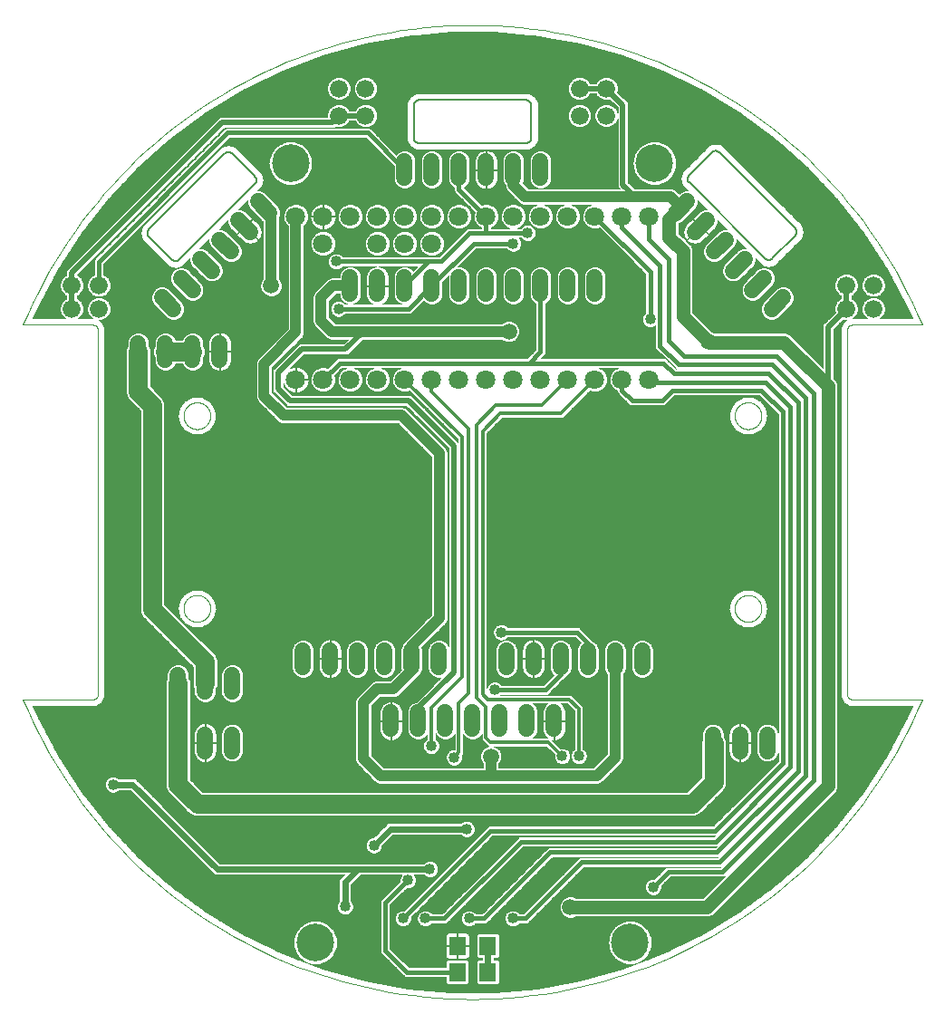
<source format=gbl>
G75*
%MOIN*%
%OFA0B0*%
%FSLAX25Y25*%
%IPPOS*%
%LPD*%
%AMOC8*
5,1,8,0,0,1.08239X$1,22.5*
%
%ADD10C,0.00004*%
%ADD11C,0.00394*%
%ADD12C,0.00600*%
%ADD13C,0.07087*%
%ADD14C,0.06000*%
%ADD15R,0.06299X0.07098*%
%ADD16C,0.06600*%
%ADD17C,0.13843*%
%ADD18C,0.00300*%
%ADD19C,0.04000*%
%ADD20C,0.04000*%
%ADD21C,0.07000*%
%ADD22C,0.01600*%
%ADD23C,0.02400*%
%ADD24C,0.05906*%
%ADD25C,0.02000*%
%ADD26C,0.05000*%
%ADD27C,0.01200*%
D10*
X0078851Y0183717D02*
X0078853Y0183857D01*
X0078859Y0183997D01*
X0078869Y0184136D01*
X0078883Y0184275D01*
X0078901Y0184414D01*
X0078922Y0184552D01*
X0078948Y0184690D01*
X0078978Y0184827D01*
X0079011Y0184962D01*
X0079049Y0185097D01*
X0079090Y0185231D01*
X0079135Y0185364D01*
X0079183Y0185495D01*
X0079236Y0185624D01*
X0079292Y0185753D01*
X0079351Y0185879D01*
X0079415Y0186004D01*
X0079481Y0186127D01*
X0079552Y0186248D01*
X0079625Y0186367D01*
X0079702Y0186484D01*
X0079783Y0186598D01*
X0079866Y0186710D01*
X0079953Y0186820D01*
X0080043Y0186928D01*
X0080135Y0187032D01*
X0080231Y0187134D01*
X0080330Y0187234D01*
X0080431Y0187330D01*
X0080535Y0187424D01*
X0080642Y0187514D01*
X0080751Y0187601D01*
X0080863Y0187686D01*
X0080977Y0187767D01*
X0081093Y0187845D01*
X0081211Y0187919D01*
X0081332Y0187990D01*
X0081454Y0188058D01*
X0081579Y0188122D01*
X0081705Y0188183D01*
X0081832Y0188240D01*
X0081962Y0188293D01*
X0082093Y0188343D01*
X0082225Y0188388D01*
X0082358Y0188431D01*
X0082493Y0188469D01*
X0082628Y0188503D01*
X0082765Y0188534D01*
X0082902Y0188561D01*
X0083040Y0188583D01*
X0083179Y0188602D01*
X0083318Y0188617D01*
X0083457Y0188628D01*
X0083597Y0188635D01*
X0083737Y0188638D01*
X0083877Y0188637D01*
X0084017Y0188632D01*
X0084156Y0188623D01*
X0084296Y0188610D01*
X0084435Y0188593D01*
X0084573Y0188572D01*
X0084711Y0188548D01*
X0084848Y0188519D01*
X0084984Y0188487D01*
X0085119Y0188450D01*
X0085253Y0188410D01*
X0085386Y0188366D01*
X0085517Y0188318D01*
X0085647Y0188267D01*
X0085776Y0188212D01*
X0085903Y0188153D01*
X0086028Y0188090D01*
X0086151Y0188025D01*
X0086273Y0187955D01*
X0086392Y0187882D01*
X0086510Y0187806D01*
X0086625Y0187727D01*
X0086738Y0187644D01*
X0086848Y0187558D01*
X0086956Y0187469D01*
X0087061Y0187377D01*
X0087164Y0187282D01*
X0087264Y0187184D01*
X0087361Y0187084D01*
X0087455Y0186980D01*
X0087547Y0186874D01*
X0087635Y0186766D01*
X0087720Y0186655D01*
X0087802Y0186541D01*
X0087881Y0186425D01*
X0087956Y0186308D01*
X0088028Y0186188D01*
X0088096Y0186066D01*
X0088161Y0185942D01*
X0088223Y0185816D01*
X0088281Y0185689D01*
X0088335Y0185560D01*
X0088386Y0185429D01*
X0088432Y0185297D01*
X0088475Y0185164D01*
X0088515Y0185030D01*
X0088550Y0184895D01*
X0088582Y0184758D01*
X0088609Y0184621D01*
X0088633Y0184483D01*
X0088653Y0184345D01*
X0088669Y0184206D01*
X0088681Y0184066D01*
X0088689Y0183927D01*
X0088693Y0183787D01*
X0088693Y0183647D01*
X0088689Y0183507D01*
X0088681Y0183368D01*
X0088669Y0183228D01*
X0088653Y0183089D01*
X0088633Y0182951D01*
X0088609Y0182813D01*
X0088582Y0182676D01*
X0088550Y0182539D01*
X0088515Y0182404D01*
X0088475Y0182270D01*
X0088432Y0182137D01*
X0088386Y0182005D01*
X0088335Y0181874D01*
X0088281Y0181745D01*
X0088223Y0181618D01*
X0088161Y0181492D01*
X0088096Y0181368D01*
X0088028Y0181246D01*
X0087956Y0181126D01*
X0087881Y0181009D01*
X0087802Y0180893D01*
X0087720Y0180779D01*
X0087635Y0180668D01*
X0087547Y0180560D01*
X0087455Y0180454D01*
X0087361Y0180350D01*
X0087264Y0180250D01*
X0087164Y0180152D01*
X0087061Y0180057D01*
X0086956Y0179965D01*
X0086848Y0179876D01*
X0086738Y0179790D01*
X0086625Y0179707D01*
X0086510Y0179628D01*
X0086392Y0179552D01*
X0086273Y0179479D01*
X0086151Y0179409D01*
X0086028Y0179344D01*
X0085903Y0179281D01*
X0085776Y0179222D01*
X0085647Y0179167D01*
X0085517Y0179116D01*
X0085386Y0179068D01*
X0085253Y0179024D01*
X0085119Y0178984D01*
X0084984Y0178947D01*
X0084848Y0178915D01*
X0084711Y0178886D01*
X0084573Y0178862D01*
X0084435Y0178841D01*
X0084296Y0178824D01*
X0084156Y0178811D01*
X0084017Y0178802D01*
X0083877Y0178797D01*
X0083737Y0178796D01*
X0083597Y0178799D01*
X0083457Y0178806D01*
X0083318Y0178817D01*
X0083179Y0178832D01*
X0083040Y0178851D01*
X0082902Y0178873D01*
X0082765Y0178900D01*
X0082628Y0178931D01*
X0082493Y0178965D01*
X0082358Y0179003D01*
X0082225Y0179046D01*
X0082093Y0179091D01*
X0081962Y0179141D01*
X0081832Y0179194D01*
X0081705Y0179251D01*
X0081579Y0179312D01*
X0081454Y0179376D01*
X0081332Y0179444D01*
X0081211Y0179515D01*
X0081093Y0179589D01*
X0080977Y0179667D01*
X0080863Y0179748D01*
X0080751Y0179833D01*
X0080642Y0179920D01*
X0080535Y0180010D01*
X0080431Y0180104D01*
X0080330Y0180200D01*
X0080231Y0180300D01*
X0080135Y0180402D01*
X0080043Y0180506D01*
X0079953Y0180614D01*
X0079866Y0180724D01*
X0079783Y0180836D01*
X0079702Y0180950D01*
X0079625Y0181067D01*
X0079552Y0181186D01*
X0079481Y0181307D01*
X0079415Y0181430D01*
X0079351Y0181555D01*
X0079292Y0181681D01*
X0079236Y0181810D01*
X0079183Y0181939D01*
X0079135Y0182070D01*
X0079090Y0182203D01*
X0079049Y0182337D01*
X0079011Y0182472D01*
X0078978Y0182607D01*
X0078948Y0182744D01*
X0078922Y0182882D01*
X0078901Y0183020D01*
X0078883Y0183159D01*
X0078869Y0183298D01*
X0078859Y0183437D01*
X0078853Y0183577D01*
X0078851Y0183717D01*
X0078851Y0254583D02*
X0078853Y0254723D01*
X0078859Y0254863D01*
X0078869Y0255002D01*
X0078883Y0255141D01*
X0078901Y0255280D01*
X0078922Y0255418D01*
X0078948Y0255556D01*
X0078978Y0255693D01*
X0079011Y0255828D01*
X0079049Y0255963D01*
X0079090Y0256097D01*
X0079135Y0256230D01*
X0079183Y0256361D01*
X0079236Y0256490D01*
X0079292Y0256619D01*
X0079351Y0256745D01*
X0079415Y0256870D01*
X0079481Y0256993D01*
X0079552Y0257114D01*
X0079625Y0257233D01*
X0079702Y0257350D01*
X0079783Y0257464D01*
X0079866Y0257576D01*
X0079953Y0257686D01*
X0080043Y0257794D01*
X0080135Y0257898D01*
X0080231Y0258000D01*
X0080330Y0258100D01*
X0080431Y0258196D01*
X0080535Y0258290D01*
X0080642Y0258380D01*
X0080751Y0258467D01*
X0080863Y0258552D01*
X0080977Y0258633D01*
X0081093Y0258711D01*
X0081211Y0258785D01*
X0081332Y0258856D01*
X0081454Y0258924D01*
X0081579Y0258988D01*
X0081705Y0259049D01*
X0081832Y0259106D01*
X0081962Y0259159D01*
X0082093Y0259209D01*
X0082225Y0259254D01*
X0082358Y0259297D01*
X0082493Y0259335D01*
X0082628Y0259369D01*
X0082765Y0259400D01*
X0082902Y0259427D01*
X0083040Y0259449D01*
X0083179Y0259468D01*
X0083318Y0259483D01*
X0083457Y0259494D01*
X0083597Y0259501D01*
X0083737Y0259504D01*
X0083877Y0259503D01*
X0084017Y0259498D01*
X0084156Y0259489D01*
X0084296Y0259476D01*
X0084435Y0259459D01*
X0084573Y0259438D01*
X0084711Y0259414D01*
X0084848Y0259385D01*
X0084984Y0259353D01*
X0085119Y0259316D01*
X0085253Y0259276D01*
X0085386Y0259232D01*
X0085517Y0259184D01*
X0085647Y0259133D01*
X0085776Y0259078D01*
X0085903Y0259019D01*
X0086028Y0258956D01*
X0086151Y0258891D01*
X0086273Y0258821D01*
X0086392Y0258748D01*
X0086510Y0258672D01*
X0086625Y0258593D01*
X0086738Y0258510D01*
X0086848Y0258424D01*
X0086956Y0258335D01*
X0087061Y0258243D01*
X0087164Y0258148D01*
X0087264Y0258050D01*
X0087361Y0257950D01*
X0087455Y0257846D01*
X0087547Y0257740D01*
X0087635Y0257632D01*
X0087720Y0257521D01*
X0087802Y0257407D01*
X0087881Y0257291D01*
X0087956Y0257174D01*
X0088028Y0257054D01*
X0088096Y0256932D01*
X0088161Y0256808D01*
X0088223Y0256682D01*
X0088281Y0256555D01*
X0088335Y0256426D01*
X0088386Y0256295D01*
X0088432Y0256163D01*
X0088475Y0256030D01*
X0088515Y0255896D01*
X0088550Y0255761D01*
X0088582Y0255624D01*
X0088609Y0255487D01*
X0088633Y0255349D01*
X0088653Y0255211D01*
X0088669Y0255072D01*
X0088681Y0254932D01*
X0088689Y0254793D01*
X0088693Y0254653D01*
X0088693Y0254513D01*
X0088689Y0254373D01*
X0088681Y0254234D01*
X0088669Y0254094D01*
X0088653Y0253955D01*
X0088633Y0253817D01*
X0088609Y0253679D01*
X0088582Y0253542D01*
X0088550Y0253405D01*
X0088515Y0253270D01*
X0088475Y0253136D01*
X0088432Y0253003D01*
X0088386Y0252871D01*
X0088335Y0252740D01*
X0088281Y0252611D01*
X0088223Y0252484D01*
X0088161Y0252358D01*
X0088096Y0252234D01*
X0088028Y0252112D01*
X0087956Y0251992D01*
X0087881Y0251875D01*
X0087802Y0251759D01*
X0087720Y0251645D01*
X0087635Y0251534D01*
X0087547Y0251426D01*
X0087455Y0251320D01*
X0087361Y0251216D01*
X0087264Y0251116D01*
X0087164Y0251018D01*
X0087061Y0250923D01*
X0086956Y0250831D01*
X0086848Y0250742D01*
X0086738Y0250656D01*
X0086625Y0250573D01*
X0086510Y0250494D01*
X0086392Y0250418D01*
X0086273Y0250345D01*
X0086151Y0250275D01*
X0086028Y0250210D01*
X0085903Y0250147D01*
X0085776Y0250088D01*
X0085647Y0250033D01*
X0085517Y0249982D01*
X0085386Y0249934D01*
X0085253Y0249890D01*
X0085119Y0249850D01*
X0084984Y0249813D01*
X0084848Y0249781D01*
X0084711Y0249752D01*
X0084573Y0249728D01*
X0084435Y0249707D01*
X0084296Y0249690D01*
X0084156Y0249677D01*
X0084017Y0249668D01*
X0083877Y0249663D01*
X0083737Y0249662D01*
X0083597Y0249665D01*
X0083457Y0249672D01*
X0083318Y0249683D01*
X0083179Y0249698D01*
X0083040Y0249717D01*
X0082902Y0249739D01*
X0082765Y0249766D01*
X0082628Y0249797D01*
X0082493Y0249831D01*
X0082358Y0249869D01*
X0082225Y0249912D01*
X0082093Y0249957D01*
X0081962Y0250007D01*
X0081832Y0250060D01*
X0081705Y0250117D01*
X0081579Y0250178D01*
X0081454Y0250242D01*
X0081332Y0250310D01*
X0081211Y0250381D01*
X0081093Y0250455D01*
X0080977Y0250533D01*
X0080863Y0250614D01*
X0080751Y0250699D01*
X0080642Y0250786D01*
X0080535Y0250876D01*
X0080431Y0250970D01*
X0080330Y0251066D01*
X0080231Y0251166D01*
X0080135Y0251268D01*
X0080043Y0251372D01*
X0079953Y0251480D01*
X0079866Y0251590D01*
X0079783Y0251702D01*
X0079702Y0251816D01*
X0079625Y0251933D01*
X0079552Y0252052D01*
X0079481Y0252173D01*
X0079415Y0252296D01*
X0079351Y0252421D01*
X0079292Y0252547D01*
X0079236Y0252676D01*
X0079183Y0252805D01*
X0079135Y0252936D01*
X0079090Y0253069D01*
X0079049Y0253203D01*
X0079011Y0253338D01*
X0078978Y0253473D01*
X0078948Y0253610D01*
X0078922Y0253748D01*
X0078901Y0253886D01*
X0078883Y0254025D01*
X0078869Y0254164D01*
X0078859Y0254303D01*
X0078853Y0254443D01*
X0078851Y0254583D01*
X0281607Y0254583D02*
X0281609Y0254723D01*
X0281615Y0254863D01*
X0281625Y0255002D01*
X0281639Y0255141D01*
X0281657Y0255280D01*
X0281678Y0255418D01*
X0281704Y0255556D01*
X0281734Y0255693D01*
X0281767Y0255828D01*
X0281805Y0255963D01*
X0281846Y0256097D01*
X0281891Y0256230D01*
X0281939Y0256361D01*
X0281992Y0256490D01*
X0282048Y0256619D01*
X0282107Y0256745D01*
X0282171Y0256870D01*
X0282237Y0256993D01*
X0282308Y0257114D01*
X0282381Y0257233D01*
X0282458Y0257350D01*
X0282539Y0257464D01*
X0282622Y0257576D01*
X0282709Y0257686D01*
X0282799Y0257794D01*
X0282891Y0257898D01*
X0282987Y0258000D01*
X0283086Y0258100D01*
X0283187Y0258196D01*
X0283291Y0258290D01*
X0283398Y0258380D01*
X0283507Y0258467D01*
X0283619Y0258552D01*
X0283733Y0258633D01*
X0283849Y0258711D01*
X0283967Y0258785D01*
X0284088Y0258856D01*
X0284210Y0258924D01*
X0284335Y0258988D01*
X0284461Y0259049D01*
X0284588Y0259106D01*
X0284718Y0259159D01*
X0284849Y0259209D01*
X0284981Y0259254D01*
X0285114Y0259297D01*
X0285249Y0259335D01*
X0285384Y0259369D01*
X0285521Y0259400D01*
X0285658Y0259427D01*
X0285796Y0259449D01*
X0285935Y0259468D01*
X0286074Y0259483D01*
X0286213Y0259494D01*
X0286353Y0259501D01*
X0286493Y0259504D01*
X0286633Y0259503D01*
X0286773Y0259498D01*
X0286912Y0259489D01*
X0287052Y0259476D01*
X0287191Y0259459D01*
X0287329Y0259438D01*
X0287467Y0259414D01*
X0287604Y0259385D01*
X0287740Y0259353D01*
X0287875Y0259316D01*
X0288009Y0259276D01*
X0288142Y0259232D01*
X0288273Y0259184D01*
X0288403Y0259133D01*
X0288532Y0259078D01*
X0288659Y0259019D01*
X0288784Y0258956D01*
X0288907Y0258891D01*
X0289029Y0258821D01*
X0289148Y0258748D01*
X0289266Y0258672D01*
X0289381Y0258593D01*
X0289494Y0258510D01*
X0289604Y0258424D01*
X0289712Y0258335D01*
X0289817Y0258243D01*
X0289920Y0258148D01*
X0290020Y0258050D01*
X0290117Y0257950D01*
X0290211Y0257846D01*
X0290303Y0257740D01*
X0290391Y0257632D01*
X0290476Y0257521D01*
X0290558Y0257407D01*
X0290637Y0257291D01*
X0290712Y0257174D01*
X0290784Y0257054D01*
X0290852Y0256932D01*
X0290917Y0256808D01*
X0290979Y0256682D01*
X0291037Y0256555D01*
X0291091Y0256426D01*
X0291142Y0256295D01*
X0291188Y0256163D01*
X0291231Y0256030D01*
X0291271Y0255896D01*
X0291306Y0255761D01*
X0291338Y0255624D01*
X0291365Y0255487D01*
X0291389Y0255349D01*
X0291409Y0255211D01*
X0291425Y0255072D01*
X0291437Y0254932D01*
X0291445Y0254793D01*
X0291449Y0254653D01*
X0291449Y0254513D01*
X0291445Y0254373D01*
X0291437Y0254234D01*
X0291425Y0254094D01*
X0291409Y0253955D01*
X0291389Y0253817D01*
X0291365Y0253679D01*
X0291338Y0253542D01*
X0291306Y0253405D01*
X0291271Y0253270D01*
X0291231Y0253136D01*
X0291188Y0253003D01*
X0291142Y0252871D01*
X0291091Y0252740D01*
X0291037Y0252611D01*
X0290979Y0252484D01*
X0290917Y0252358D01*
X0290852Y0252234D01*
X0290784Y0252112D01*
X0290712Y0251992D01*
X0290637Y0251875D01*
X0290558Y0251759D01*
X0290476Y0251645D01*
X0290391Y0251534D01*
X0290303Y0251426D01*
X0290211Y0251320D01*
X0290117Y0251216D01*
X0290020Y0251116D01*
X0289920Y0251018D01*
X0289817Y0250923D01*
X0289712Y0250831D01*
X0289604Y0250742D01*
X0289494Y0250656D01*
X0289381Y0250573D01*
X0289266Y0250494D01*
X0289148Y0250418D01*
X0289029Y0250345D01*
X0288907Y0250275D01*
X0288784Y0250210D01*
X0288659Y0250147D01*
X0288532Y0250088D01*
X0288403Y0250033D01*
X0288273Y0249982D01*
X0288142Y0249934D01*
X0288009Y0249890D01*
X0287875Y0249850D01*
X0287740Y0249813D01*
X0287604Y0249781D01*
X0287467Y0249752D01*
X0287329Y0249728D01*
X0287191Y0249707D01*
X0287052Y0249690D01*
X0286912Y0249677D01*
X0286773Y0249668D01*
X0286633Y0249663D01*
X0286493Y0249662D01*
X0286353Y0249665D01*
X0286213Y0249672D01*
X0286074Y0249683D01*
X0285935Y0249698D01*
X0285796Y0249717D01*
X0285658Y0249739D01*
X0285521Y0249766D01*
X0285384Y0249797D01*
X0285249Y0249831D01*
X0285114Y0249869D01*
X0284981Y0249912D01*
X0284849Y0249957D01*
X0284718Y0250007D01*
X0284588Y0250060D01*
X0284461Y0250117D01*
X0284335Y0250178D01*
X0284210Y0250242D01*
X0284088Y0250310D01*
X0283967Y0250381D01*
X0283849Y0250455D01*
X0283733Y0250533D01*
X0283619Y0250614D01*
X0283507Y0250699D01*
X0283398Y0250786D01*
X0283291Y0250876D01*
X0283187Y0250970D01*
X0283086Y0251066D01*
X0282987Y0251166D01*
X0282891Y0251268D01*
X0282799Y0251372D01*
X0282709Y0251480D01*
X0282622Y0251590D01*
X0282539Y0251702D01*
X0282458Y0251816D01*
X0282381Y0251933D01*
X0282308Y0252052D01*
X0282237Y0252173D01*
X0282171Y0252296D01*
X0282107Y0252421D01*
X0282048Y0252547D01*
X0281992Y0252676D01*
X0281939Y0252805D01*
X0281891Y0252936D01*
X0281846Y0253069D01*
X0281805Y0253203D01*
X0281767Y0253338D01*
X0281734Y0253473D01*
X0281704Y0253610D01*
X0281678Y0253748D01*
X0281657Y0253886D01*
X0281639Y0254025D01*
X0281625Y0254164D01*
X0281615Y0254303D01*
X0281609Y0254443D01*
X0281607Y0254583D01*
X0281607Y0183717D02*
X0281609Y0183857D01*
X0281615Y0183997D01*
X0281625Y0184136D01*
X0281639Y0184275D01*
X0281657Y0184414D01*
X0281678Y0184552D01*
X0281704Y0184690D01*
X0281734Y0184827D01*
X0281767Y0184962D01*
X0281805Y0185097D01*
X0281846Y0185231D01*
X0281891Y0185364D01*
X0281939Y0185495D01*
X0281992Y0185624D01*
X0282048Y0185753D01*
X0282107Y0185879D01*
X0282171Y0186004D01*
X0282237Y0186127D01*
X0282308Y0186248D01*
X0282381Y0186367D01*
X0282458Y0186484D01*
X0282539Y0186598D01*
X0282622Y0186710D01*
X0282709Y0186820D01*
X0282799Y0186928D01*
X0282891Y0187032D01*
X0282987Y0187134D01*
X0283086Y0187234D01*
X0283187Y0187330D01*
X0283291Y0187424D01*
X0283398Y0187514D01*
X0283507Y0187601D01*
X0283619Y0187686D01*
X0283733Y0187767D01*
X0283849Y0187845D01*
X0283967Y0187919D01*
X0284088Y0187990D01*
X0284210Y0188058D01*
X0284335Y0188122D01*
X0284461Y0188183D01*
X0284588Y0188240D01*
X0284718Y0188293D01*
X0284849Y0188343D01*
X0284981Y0188388D01*
X0285114Y0188431D01*
X0285249Y0188469D01*
X0285384Y0188503D01*
X0285521Y0188534D01*
X0285658Y0188561D01*
X0285796Y0188583D01*
X0285935Y0188602D01*
X0286074Y0188617D01*
X0286213Y0188628D01*
X0286353Y0188635D01*
X0286493Y0188638D01*
X0286633Y0188637D01*
X0286773Y0188632D01*
X0286912Y0188623D01*
X0287052Y0188610D01*
X0287191Y0188593D01*
X0287329Y0188572D01*
X0287467Y0188548D01*
X0287604Y0188519D01*
X0287740Y0188487D01*
X0287875Y0188450D01*
X0288009Y0188410D01*
X0288142Y0188366D01*
X0288273Y0188318D01*
X0288403Y0188267D01*
X0288532Y0188212D01*
X0288659Y0188153D01*
X0288784Y0188090D01*
X0288907Y0188025D01*
X0289029Y0187955D01*
X0289148Y0187882D01*
X0289266Y0187806D01*
X0289381Y0187727D01*
X0289494Y0187644D01*
X0289604Y0187558D01*
X0289712Y0187469D01*
X0289817Y0187377D01*
X0289920Y0187282D01*
X0290020Y0187184D01*
X0290117Y0187084D01*
X0290211Y0186980D01*
X0290303Y0186874D01*
X0290391Y0186766D01*
X0290476Y0186655D01*
X0290558Y0186541D01*
X0290637Y0186425D01*
X0290712Y0186308D01*
X0290784Y0186188D01*
X0290852Y0186066D01*
X0290917Y0185942D01*
X0290979Y0185816D01*
X0291037Y0185689D01*
X0291091Y0185560D01*
X0291142Y0185429D01*
X0291188Y0185297D01*
X0291231Y0185164D01*
X0291271Y0185030D01*
X0291306Y0184895D01*
X0291338Y0184758D01*
X0291365Y0184621D01*
X0291389Y0184483D01*
X0291409Y0184345D01*
X0291425Y0184206D01*
X0291437Y0184066D01*
X0291445Y0183927D01*
X0291449Y0183787D01*
X0291449Y0183647D01*
X0291445Y0183507D01*
X0291437Y0183368D01*
X0291425Y0183228D01*
X0291409Y0183089D01*
X0291389Y0182951D01*
X0291365Y0182813D01*
X0291338Y0182676D01*
X0291306Y0182539D01*
X0291271Y0182404D01*
X0291231Y0182270D01*
X0291188Y0182137D01*
X0291142Y0182005D01*
X0291091Y0181874D01*
X0291037Y0181745D01*
X0290979Y0181618D01*
X0290917Y0181492D01*
X0290852Y0181368D01*
X0290784Y0181246D01*
X0290712Y0181126D01*
X0290637Y0181009D01*
X0290558Y0180893D01*
X0290476Y0180779D01*
X0290391Y0180668D01*
X0290303Y0180560D01*
X0290211Y0180454D01*
X0290117Y0180350D01*
X0290020Y0180250D01*
X0289920Y0180152D01*
X0289817Y0180057D01*
X0289712Y0179965D01*
X0289604Y0179876D01*
X0289494Y0179790D01*
X0289381Y0179707D01*
X0289266Y0179628D01*
X0289148Y0179552D01*
X0289029Y0179479D01*
X0288907Y0179409D01*
X0288784Y0179344D01*
X0288659Y0179281D01*
X0288532Y0179222D01*
X0288403Y0179167D01*
X0288273Y0179116D01*
X0288142Y0179068D01*
X0288009Y0179024D01*
X0287875Y0178984D01*
X0287740Y0178947D01*
X0287604Y0178915D01*
X0287467Y0178886D01*
X0287329Y0178862D01*
X0287191Y0178841D01*
X0287052Y0178824D01*
X0286912Y0178811D01*
X0286773Y0178802D01*
X0286633Y0178797D01*
X0286493Y0178796D01*
X0286353Y0178799D01*
X0286213Y0178806D01*
X0286074Y0178817D01*
X0285935Y0178832D01*
X0285796Y0178851D01*
X0285658Y0178873D01*
X0285521Y0178900D01*
X0285384Y0178931D01*
X0285249Y0178965D01*
X0285114Y0179003D01*
X0284981Y0179046D01*
X0284849Y0179091D01*
X0284718Y0179141D01*
X0284588Y0179194D01*
X0284461Y0179251D01*
X0284335Y0179312D01*
X0284210Y0179376D01*
X0284088Y0179444D01*
X0283967Y0179515D01*
X0283849Y0179589D01*
X0283733Y0179667D01*
X0283619Y0179748D01*
X0283507Y0179833D01*
X0283398Y0179920D01*
X0283291Y0180010D01*
X0283187Y0180104D01*
X0283086Y0180200D01*
X0282987Y0180300D01*
X0282891Y0180402D01*
X0282799Y0180506D01*
X0282709Y0180614D01*
X0282622Y0180724D01*
X0282539Y0180836D01*
X0282458Y0180950D01*
X0282381Y0181067D01*
X0282308Y0181186D01*
X0282237Y0181307D01*
X0282171Y0181430D01*
X0282107Y0181555D01*
X0282048Y0181681D01*
X0281992Y0181810D01*
X0281939Y0181939D01*
X0281891Y0182070D01*
X0281846Y0182203D01*
X0281805Y0182337D01*
X0281767Y0182472D01*
X0281734Y0182607D01*
X0281704Y0182744D01*
X0281678Y0182882D01*
X0281657Y0183020D01*
X0281639Y0183159D01*
X0281625Y0183298D01*
X0281615Y0183437D01*
X0281609Y0183577D01*
X0281607Y0183717D01*
D11*
X0322945Y0152221D02*
X0322945Y0286079D01*
X0322947Y0286165D01*
X0322952Y0286251D01*
X0322962Y0286336D01*
X0322975Y0286421D01*
X0322992Y0286505D01*
X0323012Y0286589D01*
X0323036Y0286671D01*
X0323064Y0286752D01*
X0323095Y0286833D01*
X0323129Y0286911D01*
X0323167Y0286988D01*
X0323209Y0287064D01*
X0323253Y0287137D01*
X0323301Y0287208D01*
X0323352Y0287278D01*
X0323406Y0287345D01*
X0323462Y0287409D01*
X0323522Y0287471D01*
X0323584Y0287531D01*
X0323648Y0287587D01*
X0323715Y0287641D01*
X0323785Y0287692D01*
X0323856Y0287740D01*
X0323930Y0287784D01*
X0324005Y0287826D01*
X0324082Y0287864D01*
X0324160Y0287898D01*
X0324241Y0287929D01*
X0324322Y0287957D01*
X0324404Y0287981D01*
X0324488Y0288001D01*
X0324572Y0288018D01*
X0324657Y0288031D01*
X0324742Y0288041D01*
X0324828Y0288046D01*
X0324914Y0288048D01*
X0350504Y0288048D01*
X0350504Y0150252D02*
X0324914Y0150252D01*
X0324828Y0150254D01*
X0324742Y0150259D01*
X0324657Y0150269D01*
X0324572Y0150282D01*
X0324488Y0150299D01*
X0324404Y0150319D01*
X0324322Y0150343D01*
X0324241Y0150371D01*
X0324160Y0150402D01*
X0324082Y0150436D01*
X0324005Y0150474D01*
X0323930Y0150516D01*
X0323856Y0150560D01*
X0323785Y0150608D01*
X0323715Y0150659D01*
X0323648Y0150713D01*
X0323584Y0150769D01*
X0323522Y0150829D01*
X0323462Y0150891D01*
X0323406Y0150955D01*
X0323352Y0151022D01*
X0323301Y0151092D01*
X0323253Y0151163D01*
X0323209Y0151237D01*
X0323167Y0151312D01*
X0323129Y0151389D01*
X0323095Y0151467D01*
X0323064Y0151548D01*
X0323036Y0151629D01*
X0323012Y0151711D01*
X0322992Y0151795D01*
X0322975Y0151879D01*
X0322962Y0151964D01*
X0322952Y0152049D01*
X0322947Y0152135D01*
X0322945Y0152221D01*
X0350504Y0288048D02*
X0348767Y0292078D01*
X0346931Y0296064D01*
X0344999Y0300004D01*
X0342970Y0303896D01*
X0340846Y0307737D01*
X0338630Y0311524D01*
X0336321Y0315257D01*
X0333921Y0318931D01*
X0331432Y0322546D01*
X0328855Y0326098D01*
X0326192Y0329586D01*
X0323444Y0333009D01*
X0320613Y0336362D01*
X0317701Y0339646D01*
X0314709Y0342857D01*
X0311640Y0345993D01*
X0308495Y0349054D01*
X0305275Y0352037D01*
X0301984Y0354940D01*
X0298622Y0357761D01*
X0295193Y0360499D01*
X0291697Y0363153D01*
X0288137Y0365720D01*
X0284516Y0368198D01*
X0280835Y0370588D01*
X0277096Y0372887D01*
X0273302Y0375093D01*
X0269455Y0377206D01*
X0265558Y0379223D01*
X0261613Y0381145D01*
X0257621Y0382970D01*
X0253586Y0384696D01*
X0249510Y0386323D01*
X0245396Y0387849D01*
X0241245Y0389275D01*
X0237060Y0390598D01*
X0232845Y0391818D01*
X0228600Y0392935D01*
X0224330Y0393947D01*
X0220036Y0394854D01*
X0215721Y0395656D01*
X0211388Y0396352D01*
X0207039Y0396942D01*
X0202677Y0397424D01*
X0198305Y0397800D01*
X0193924Y0398069D01*
X0189538Y0398230D01*
X0185150Y0398284D01*
X0180762Y0398230D01*
X0176376Y0398069D01*
X0171995Y0397800D01*
X0167623Y0397424D01*
X0163261Y0396942D01*
X0158912Y0396352D01*
X0154579Y0395656D01*
X0150264Y0394854D01*
X0145970Y0393947D01*
X0141700Y0392935D01*
X0137455Y0391818D01*
X0133240Y0390598D01*
X0129055Y0389275D01*
X0124904Y0387849D01*
X0120790Y0386323D01*
X0116714Y0384696D01*
X0112679Y0382970D01*
X0108687Y0381145D01*
X0104742Y0379223D01*
X0100845Y0377206D01*
X0096998Y0375093D01*
X0093204Y0372887D01*
X0089465Y0370588D01*
X0085784Y0368198D01*
X0082163Y0365720D01*
X0078603Y0363153D01*
X0075107Y0360499D01*
X0071678Y0357761D01*
X0068316Y0354940D01*
X0065025Y0352037D01*
X0061805Y0349054D01*
X0058660Y0345993D01*
X0055591Y0342857D01*
X0052599Y0339646D01*
X0049687Y0336362D01*
X0046856Y0333009D01*
X0044108Y0329586D01*
X0041445Y0326098D01*
X0038868Y0322546D01*
X0036379Y0318931D01*
X0033979Y0315257D01*
X0031670Y0311524D01*
X0029454Y0307737D01*
X0027330Y0303896D01*
X0025301Y0300004D01*
X0023369Y0296064D01*
X0021533Y0292078D01*
X0019796Y0288048D01*
X0045386Y0288048D01*
X0045472Y0288046D01*
X0045558Y0288041D01*
X0045643Y0288031D01*
X0045728Y0288018D01*
X0045812Y0288001D01*
X0045896Y0287981D01*
X0045978Y0287957D01*
X0046059Y0287929D01*
X0046140Y0287898D01*
X0046218Y0287864D01*
X0046295Y0287826D01*
X0046371Y0287784D01*
X0046444Y0287740D01*
X0046515Y0287692D01*
X0046585Y0287641D01*
X0046652Y0287587D01*
X0046716Y0287531D01*
X0046778Y0287471D01*
X0046838Y0287409D01*
X0046894Y0287345D01*
X0046948Y0287278D01*
X0046999Y0287208D01*
X0047047Y0287137D01*
X0047091Y0287064D01*
X0047133Y0286988D01*
X0047171Y0286911D01*
X0047205Y0286833D01*
X0047236Y0286752D01*
X0047264Y0286671D01*
X0047288Y0286589D01*
X0047308Y0286505D01*
X0047325Y0286421D01*
X0047338Y0286336D01*
X0047348Y0286251D01*
X0047353Y0286165D01*
X0047355Y0286079D01*
X0047355Y0152221D01*
X0047353Y0152135D01*
X0047348Y0152049D01*
X0047338Y0151964D01*
X0047325Y0151879D01*
X0047308Y0151795D01*
X0047288Y0151711D01*
X0047264Y0151629D01*
X0047236Y0151548D01*
X0047205Y0151467D01*
X0047171Y0151389D01*
X0047133Y0151312D01*
X0047091Y0151237D01*
X0047047Y0151163D01*
X0046999Y0151092D01*
X0046948Y0151022D01*
X0046894Y0150955D01*
X0046838Y0150891D01*
X0046778Y0150829D01*
X0046716Y0150769D01*
X0046652Y0150713D01*
X0046585Y0150659D01*
X0046515Y0150608D01*
X0046444Y0150560D01*
X0046371Y0150516D01*
X0046295Y0150474D01*
X0046218Y0150436D01*
X0046140Y0150402D01*
X0046059Y0150371D01*
X0045978Y0150343D01*
X0045896Y0150319D01*
X0045812Y0150299D01*
X0045728Y0150282D01*
X0045643Y0150269D01*
X0045558Y0150259D01*
X0045472Y0150254D01*
X0045386Y0150252D01*
X0019796Y0150252D01*
X0021533Y0146222D01*
X0023369Y0142236D01*
X0025301Y0138296D01*
X0027330Y0134404D01*
X0029454Y0130563D01*
X0031670Y0126776D01*
X0033979Y0123043D01*
X0036379Y0119369D01*
X0038868Y0115754D01*
X0041445Y0112202D01*
X0044108Y0108714D01*
X0046856Y0105291D01*
X0049687Y0101938D01*
X0052599Y0098654D01*
X0055591Y0095443D01*
X0058660Y0092307D01*
X0061805Y0089246D01*
X0065025Y0086263D01*
X0068316Y0083360D01*
X0071678Y0080539D01*
X0075107Y0077801D01*
X0078603Y0075147D01*
X0082163Y0072580D01*
X0085784Y0070102D01*
X0089465Y0067712D01*
X0093204Y0065413D01*
X0096998Y0063207D01*
X0100845Y0061094D01*
X0104742Y0059077D01*
X0108687Y0057155D01*
X0112679Y0055330D01*
X0116714Y0053604D01*
X0120790Y0051977D01*
X0124904Y0050451D01*
X0129055Y0049025D01*
X0133240Y0047702D01*
X0137455Y0046482D01*
X0141700Y0045365D01*
X0145970Y0044353D01*
X0150264Y0043446D01*
X0154579Y0042644D01*
X0158912Y0041948D01*
X0163261Y0041358D01*
X0167623Y0040876D01*
X0171995Y0040500D01*
X0176376Y0040231D01*
X0180762Y0040070D01*
X0185150Y0040016D01*
X0189538Y0040070D01*
X0193924Y0040231D01*
X0198305Y0040500D01*
X0202677Y0040876D01*
X0207039Y0041358D01*
X0211388Y0041948D01*
X0215721Y0042644D01*
X0220036Y0043446D01*
X0224330Y0044353D01*
X0228600Y0045365D01*
X0232845Y0046482D01*
X0237060Y0047702D01*
X0241245Y0049025D01*
X0245396Y0050451D01*
X0249510Y0051977D01*
X0253586Y0053604D01*
X0257621Y0055330D01*
X0261613Y0057155D01*
X0265558Y0059077D01*
X0269455Y0061094D01*
X0273302Y0063207D01*
X0277096Y0065413D01*
X0280835Y0067712D01*
X0284516Y0070102D01*
X0288137Y0072580D01*
X0291697Y0075147D01*
X0295193Y0077801D01*
X0298622Y0080539D01*
X0301984Y0083360D01*
X0305275Y0086263D01*
X0308495Y0089246D01*
X0311640Y0092307D01*
X0314709Y0095443D01*
X0317701Y0098654D01*
X0320613Y0101938D01*
X0323444Y0105291D01*
X0326192Y0108714D01*
X0328855Y0112202D01*
X0331432Y0115754D01*
X0333921Y0119369D01*
X0336321Y0123043D01*
X0338630Y0126776D01*
X0340846Y0130563D01*
X0342970Y0134404D01*
X0344999Y0138296D01*
X0346931Y0142236D01*
X0348767Y0146222D01*
X0350504Y0150252D01*
D12*
X0295469Y0312527D02*
X0303821Y0320878D01*
X0303881Y0320940D01*
X0303937Y0321004D01*
X0303991Y0321071D01*
X0304042Y0321141D01*
X0304090Y0321212D01*
X0304134Y0321286D01*
X0304176Y0321361D01*
X0304214Y0321438D01*
X0304248Y0321516D01*
X0304279Y0321597D01*
X0304307Y0321678D01*
X0304331Y0321760D01*
X0304351Y0321844D01*
X0304368Y0321928D01*
X0304381Y0322013D01*
X0304391Y0322098D01*
X0304396Y0322184D01*
X0304398Y0322270D01*
X0304396Y0322356D01*
X0304391Y0322442D01*
X0304381Y0322527D01*
X0304368Y0322612D01*
X0304351Y0322696D01*
X0304331Y0322780D01*
X0304307Y0322862D01*
X0304279Y0322943D01*
X0304248Y0323024D01*
X0304214Y0323102D01*
X0304176Y0323179D01*
X0304134Y0323255D01*
X0304090Y0323328D01*
X0304042Y0323399D01*
X0303991Y0323469D01*
X0303937Y0323536D01*
X0303881Y0323600D01*
X0303821Y0323662D01*
X0275982Y0351501D01*
X0275920Y0351561D01*
X0275856Y0351617D01*
X0275789Y0351671D01*
X0275719Y0351722D01*
X0275648Y0351770D01*
X0275575Y0351814D01*
X0275499Y0351856D01*
X0275422Y0351894D01*
X0275344Y0351928D01*
X0275263Y0351959D01*
X0275182Y0351987D01*
X0275100Y0352011D01*
X0275016Y0352031D01*
X0274932Y0352048D01*
X0274847Y0352061D01*
X0274762Y0352071D01*
X0274676Y0352076D01*
X0274590Y0352078D01*
X0274504Y0352076D01*
X0274418Y0352071D01*
X0274333Y0352061D01*
X0274248Y0352048D01*
X0274164Y0352031D01*
X0274080Y0352011D01*
X0273998Y0351987D01*
X0273917Y0351959D01*
X0273836Y0351928D01*
X0273758Y0351894D01*
X0273681Y0351856D01*
X0273606Y0351814D01*
X0273532Y0351770D01*
X0273461Y0351722D01*
X0273391Y0351671D01*
X0273324Y0351617D01*
X0273260Y0351561D01*
X0273198Y0351501D01*
X0264846Y0343149D01*
X0264846Y0343150D02*
X0264786Y0343088D01*
X0264730Y0343024D01*
X0264676Y0342957D01*
X0264625Y0342887D01*
X0264577Y0342816D01*
X0264533Y0342743D01*
X0264491Y0342667D01*
X0264453Y0342590D01*
X0264419Y0342512D01*
X0264388Y0342431D01*
X0264360Y0342350D01*
X0264336Y0342268D01*
X0264316Y0342184D01*
X0264299Y0342100D01*
X0264286Y0342015D01*
X0264276Y0341930D01*
X0264271Y0341844D01*
X0264269Y0341758D01*
X0264271Y0341672D01*
X0264276Y0341586D01*
X0264286Y0341501D01*
X0264299Y0341416D01*
X0264316Y0341332D01*
X0264336Y0341248D01*
X0264360Y0341166D01*
X0264388Y0341085D01*
X0264419Y0341004D01*
X0264453Y0340926D01*
X0264491Y0340849D01*
X0264533Y0340774D01*
X0264577Y0340700D01*
X0264625Y0340629D01*
X0264676Y0340559D01*
X0264730Y0340492D01*
X0264786Y0340428D01*
X0264846Y0340366D01*
X0292685Y0312527D01*
X0292747Y0312467D01*
X0292811Y0312411D01*
X0292878Y0312357D01*
X0292948Y0312306D01*
X0293019Y0312258D01*
X0293093Y0312214D01*
X0293168Y0312172D01*
X0293245Y0312134D01*
X0293323Y0312100D01*
X0293404Y0312069D01*
X0293485Y0312041D01*
X0293567Y0312017D01*
X0293651Y0311997D01*
X0293735Y0311980D01*
X0293820Y0311967D01*
X0293905Y0311957D01*
X0293991Y0311952D01*
X0294077Y0311950D01*
X0294163Y0311952D01*
X0294249Y0311957D01*
X0294334Y0311967D01*
X0294419Y0311980D01*
X0294503Y0311997D01*
X0294587Y0312017D01*
X0294669Y0312041D01*
X0294750Y0312069D01*
X0294831Y0312100D01*
X0294909Y0312134D01*
X0294986Y0312172D01*
X0295062Y0312214D01*
X0295135Y0312258D01*
X0295206Y0312306D01*
X0295276Y0312357D01*
X0295343Y0312411D01*
X0295407Y0312467D01*
X0295469Y0312527D01*
X0206804Y0356945D02*
X0206804Y0368756D01*
X0206802Y0368842D01*
X0206797Y0368928D01*
X0206787Y0369013D01*
X0206774Y0369098D01*
X0206757Y0369182D01*
X0206737Y0369266D01*
X0206713Y0369348D01*
X0206685Y0369429D01*
X0206654Y0369510D01*
X0206620Y0369588D01*
X0206582Y0369665D01*
X0206540Y0369741D01*
X0206496Y0369814D01*
X0206448Y0369885D01*
X0206397Y0369955D01*
X0206343Y0370022D01*
X0206287Y0370086D01*
X0206227Y0370148D01*
X0206165Y0370208D01*
X0206101Y0370264D01*
X0206034Y0370318D01*
X0205964Y0370369D01*
X0205893Y0370417D01*
X0205820Y0370461D01*
X0205744Y0370503D01*
X0205667Y0370541D01*
X0205589Y0370575D01*
X0205508Y0370606D01*
X0205427Y0370634D01*
X0205345Y0370658D01*
X0205261Y0370678D01*
X0205177Y0370695D01*
X0205092Y0370708D01*
X0205007Y0370718D01*
X0204921Y0370723D01*
X0204835Y0370725D01*
X0165465Y0370725D01*
X0165379Y0370723D01*
X0165293Y0370718D01*
X0165208Y0370708D01*
X0165123Y0370695D01*
X0165039Y0370678D01*
X0164955Y0370658D01*
X0164873Y0370634D01*
X0164792Y0370606D01*
X0164711Y0370575D01*
X0164633Y0370541D01*
X0164556Y0370503D01*
X0164481Y0370461D01*
X0164407Y0370417D01*
X0164336Y0370369D01*
X0164266Y0370318D01*
X0164199Y0370264D01*
X0164135Y0370208D01*
X0164073Y0370148D01*
X0164013Y0370086D01*
X0163957Y0370022D01*
X0163903Y0369955D01*
X0163852Y0369885D01*
X0163804Y0369814D01*
X0163760Y0369741D01*
X0163718Y0369665D01*
X0163680Y0369588D01*
X0163646Y0369510D01*
X0163615Y0369429D01*
X0163587Y0369348D01*
X0163563Y0369266D01*
X0163543Y0369182D01*
X0163526Y0369098D01*
X0163513Y0369013D01*
X0163503Y0368928D01*
X0163498Y0368842D01*
X0163496Y0368756D01*
X0163496Y0356945D01*
X0163498Y0356859D01*
X0163503Y0356773D01*
X0163513Y0356688D01*
X0163526Y0356603D01*
X0163543Y0356519D01*
X0163563Y0356435D01*
X0163587Y0356353D01*
X0163615Y0356272D01*
X0163646Y0356191D01*
X0163680Y0356113D01*
X0163718Y0356036D01*
X0163760Y0355961D01*
X0163804Y0355887D01*
X0163852Y0355816D01*
X0163903Y0355746D01*
X0163957Y0355679D01*
X0164013Y0355615D01*
X0164073Y0355553D01*
X0164135Y0355493D01*
X0164199Y0355437D01*
X0164266Y0355383D01*
X0164336Y0355332D01*
X0164407Y0355284D01*
X0164481Y0355240D01*
X0164556Y0355198D01*
X0164633Y0355160D01*
X0164711Y0355126D01*
X0164792Y0355095D01*
X0164873Y0355067D01*
X0164955Y0355043D01*
X0165039Y0355023D01*
X0165123Y0355006D01*
X0165208Y0354993D01*
X0165293Y0354983D01*
X0165379Y0354978D01*
X0165465Y0354976D01*
X0165465Y0354977D02*
X0204835Y0354977D01*
X0204835Y0354976D02*
X0204921Y0354978D01*
X0205007Y0354983D01*
X0205092Y0354993D01*
X0205177Y0355006D01*
X0205261Y0355023D01*
X0205345Y0355043D01*
X0205427Y0355067D01*
X0205508Y0355095D01*
X0205589Y0355126D01*
X0205667Y0355160D01*
X0205744Y0355198D01*
X0205820Y0355240D01*
X0205893Y0355284D01*
X0205964Y0355332D01*
X0206034Y0355383D01*
X0206101Y0355437D01*
X0206165Y0355493D01*
X0206227Y0355553D01*
X0206287Y0355615D01*
X0206343Y0355679D01*
X0206397Y0355746D01*
X0206448Y0355816D01*
X0206496Y0355887D01*
X0206540Y0355961D01*
X0206582Y0356036D01*
X0206620Y0356113D01*
X0206654Y0356191D01*
X0206685Y0356272D01*
X0206713Y0356353D01*
X0206737Y0356435D01*
X0206757Y0356519D01*
X0206774Y0356603D01*
X0206787Y0356688D01*
X0206797Y0356773D01*
X0206802Y0356859D01*
X0206804Y0356945D01*
X0105067Y0342740D02*
X0096715Y0351092D01*
X0096653Y0351152D01*
X0096589Y0351208D01*
X0096522Y0351262D01*
X0096452Y0351313D01*
X0096381Y0351361D01*
X0096308Y0351405D01*
X0096232Y0351447D01*
X0096155Y0351485D01*
X0096077Y0351519D01*
X0095996Y0351550D01*
X0095915Y0351578D01*
X0095833Y0351602D01*
X0095749Y0351622D01*
X0095665Y0351639D01*
X0095580Y0351652D01*
X0095495Y0351662D01*
X0095409Y0351667D01*
X0095323Y0351669D01*
X0095237Y0351667D01*
X0095151Y0351662D01*
X0095066Y0351652D01*
X0094981Y0351639D01*
X0094897Y0351622D01*
X0094813Y0351602D01*
X0094731Y0351578D01*
X0094650Y0351550D01*
X0094569Y0351519D01*
X0094491Y0351485D01*
X0094414Y0351447D01*
X0094339Y0351405D01*
X0094265Y0351361D01*
X0094194Y0351313D01*
X0094124Y0351262D01*
X0094057Y0351208D01*
X0093993Y0351152D01*
X0093931Y0351092D01*
X0066092Y0323253D01*
X0066032Y0323191D01*
X0065976Y0323127D01*
X0065922Y0323060D01*
X0065871Y0322990D01*
X0065823Y0322919D01*
X0065779Y0322846D01*
X0065737Y0322770D01*
X0065699Y0322693D01*
X0065665Y0322615D01*
X0065634Y0322534D01*
X0065606Y0322453D01*
X0065582Y0322371D01*
X0065562Y0322287D01*
X0065545Y0322203D01*
X0065532Y0322118D01*
X0065522Y0322033D01*
X0065517Y0321947D01*
X0065515Y0321861D01*
X0065517Y0321775D01*
X0065522Y0321689D01*
X0065532Y0321604D01*
X0065545Y0321519D01*
X0065562Y0321435D01*
X0065582Y0321351D01*
X0065606Y0321269D01*
X0065634Y0321188D01*
X0065665Y0321107D01*
X0065699Y0321029D01*
X0065737Y0320952D01*
X0065779Y0320877D01*
X0065823Y0320803D01*
X0065871Y0320732D01*
X0065922Y0320662D01*
X0065976Y0320595D01*
X0066032Y0320531D01*
X0066092Y0320469D01*
X0074444Y0312117D01*
X0074506Y0312057D01*
X0074570Y0312001D01*
X0074637Y0311947D01*
X0074707Y0311896D01*
X0074778Y0311848D01*
X0074852Y0311804D01*
X0074927Y0311762D01*
X0075004Y0311724D01*
X0075082Y0311690D01*
X0075163Y0311659D01*
X0075244Y0311631D01*
X0075326Y0311607D01*
X0075410Y0311587D01*
X0075494Y0311570D01*
X0075579Y0311557D01*
X0075664Y0311547D01*
X0075750Y0311542D01*
X0075836Y0311540D01*
X0075922Y0311542D01*
X0076008Y0311547D01*
X0076093Y0311557D01*
X0076178Y0311570D01*
X0076262Y0311587D01*
X0076346Y0311607D01*
X0076428Y0311631D01*
X0076509Y0311659D01*
X0076590Y0311690D01*
X0076668Y0311724D01*
X0076745Y0311762D01*
X0076821Y0311804D01*
X0076894Y0311848D01*
X0076965Y0311896D01*
X0077035Y0311947D01*
X0077102Y0312001D01*
X0077166Y0312057D01*
X0077228Y0312117D01*
X0105067Y0339956D01*
X0105127Y0340018D01*
X0105183Y0340082D01*
X0105237Y0340149D01*
X0105288Y0340219D01*
X0105336Y0340290D01*
X0105380Y0340364D01*
X0105422Y0340439D01*
X0105460Y0340516D01*
X0105494Y0340594D01*
X0105525Y0340675D01*
X0105553Y0340756D01*
X0105577Y0340838D01*
X0105597Y0340922D01*
X0105614Y0341006D01*
X0105627Y0341091D01*
X0105637Y0341176D01*
X0105642Y0341262D01*
X0105644Y0341348D01*
X0105642Y0341434D01*
X0105637Y0341520D01*
X0105627Y0341605D01*
X0105614Y0341690D01*
X0105597Y0341774D01*
X0105577Y0341858D01*
X0105553Y0341940D01*
X0105525Y0342021D01*
X0105494Y0342102D01*
X0105460Y0342180D01*
X0105422Y0342257D01*
X0105380Y0342333D01*
X0105336Y0342406D01*
X0105288Y0342477D01*
X0105237Y0342547D01*
X0105183Y0342614D01*
X0105127Y0342678D01*
X0105067Y0342740D01*
D13*
X0120150Y0327890D03*
X0130150Y0327890D03*
X0130150Y0317890D03*
X0140150Y0327890D03*
X0150150Y0327890D03*
X0150150Y0317890D03*
X0160150Y0317890D03*
X0170150Y0317890D03*
X0170150Y0327890D03*
X0160150Y0327890D03*
X0180150Y0327890D03*
X0190150Y0327890D03*
X0200150Y0327890D03*
X0210150Y0327890D03*
X0220150Y0327890D03*
X0230150Y0327890D03*
X0240150Y0327890D03*
X0250150Y0327890D03*
X0250150Y0267890D03*
X0240150Y0267890D03*
X0230150Y0267890D03*
X0220150Y0267890D03*
X0210150Y0267890D03*
X0200150Y0267890D03*
X0190150Y0267890D03*
X0180150Y0267890D03*
X0170150Y0267890D03*
X0160150Y0267890D03*
X0150150Y0267890D03*
X0140150Y0267890D03*
X0130150Y0267890D03*
X0120150Y0267890D03*
D14*
X0092152Y0275220D02*
X0092152Y0281220D01*
X0082152Y0281220D02*
X0082152Y0275220D01*
X0072152Y0275220D02*
X0072152Y0281220D01*
X0062152Y0281220D02*
X0062152Y0275220D01*
X0075105Y0293839D02*
X0070863Y0298082D01*
X0077934Y0305153D02*
X0082177Y0300910D01*
X0089248Y0307981D02*
X0085005Y0312224D01*
X0092076Y0319295D02*
X0096319Y0315052D01*
X0103390Y0322123D02*
X0099147Y0326366D01*
X0106218Y0333437D02*
X0110461Y0329195D01*
X0140150Y0305473D02*
X0140150Y0299473D01*
X0150150Y0299473D02*
X0150150Y0305473D01*
X0160150Y0305473D02*
X0160150Y0299473D01*
X0170150Y0299473D02*
X0170150Y0305473D01*
X0180150Y0305473D02*
X0180150Y0299473D01*
X0190150Y0299473D02*
X0190150Y0305473D01*
X0200150Y0305473D02*
X0200150Y0299473D01*
X0210150Y0299473D02*
X0210150Y0305473D01*
X0220150Y0305473D02*
X0220150Y0299473D01*
X0230150Y0299473D02*
X0230150Y0305473D01*
X0259839Y0329195D02*
X0264082Y0333437D01*
X0271153Y0326366D02*
X0266910Y0322123D01*
X0273981Y0315052D02*
X0278224Y0319295D01*
X0285295Y0312224D02*
X0281052Y0307981D01*
X0288123Y0300910D02*
X0292366Y0305153D01*
X0299437Y0298082D02*
X0295195Y0293839D01*
X0210150Y0342134D02*
X0210150Y0348134D01*
X0200150Y0348134D02*
X0200150Y0342134D01*
X0190150Y0342134D02*
X0190150Y0348134D01*
X0180150Y0348134D02*
X0180150Y0342134D01*
X0170150Y0342134D02*
X0170150Y0348134D01*
X0160150Y0348134D02*
X0160150Y0342134D01*
X0162748Y0168213D02*
X0162748Y0162213D01*
X0152748Y0162213D02*
X0152748Y0168213D01*
X0142748Y0168213D02*
X0142748Y0162213D01*
X0132748Y0162213D02*
X0132748Y0168213D01*
X0122748Y0168213D02*
X0122748Y0162213D01*
X0096725Y0159158D02*
X0096725Y0153158D01*
X0086725Y0153158D02*
X0086725Y0159158D01*
X0076725Y0159158D02*
X0076725Y0153158D01*
X0076725Y0137347D02*
X0076725Y0131347D01*
X0086725Y0131347D02*
X0086725Y0137347D01*
X0096725Y0137347D02*
X0096725Y0131347D01*
X0155150Y0139378D02*
X0155150Y0145378D01*
X0165150Y0145378D02*
X0165150Y0139378D01*
X0175150Y0139378D02*
X0175150Y0145378D01*
X0185150Y0145378D02*
X0185150Y0139378D01*
X0195150Y0139378D02*
X0195150Y0145378D01*
X0205150Y0145378D02*
X0205150Y0139378D01*
X0215150Y0139378D02*
X0215150Y0145378D01*
X0217552Y0162213D02*
X0217552Y0168213D01*
X0227552Y0168213D02*
X0227552Y0162213D01*
X0237552Y0162213D02*
X0237552Y0168213D01*
X0247552Y0168213D02*
X0247552Y0162213D01*
X0273575Y0137347D02*
X0273575Y0131347D01*
X0283575Y0131347D02*
X0283575Y0137347D01*
X0293575Y0137347D02*
X0293575Y0131347D01*
X0207552Y0162213D02*
X0207552Y0168213D01*
X0197552Y0168213D02*
X0197552Y0162213D01*
X0172748Y0162213D02*
X0172748Y0168213D01*
D15*
X0179552Y0059662D03*
X0179552Y0050004D03*
X0190748Y0050004D03*
X0190748Y0059662D03*
D16*
X0322630Y0293953D03*
X0322630Y0302615D03*
X0332630Y0302615D03*
X0332630Y0293953D03*
X0234363Y0364977D03*
X0224520Y0364977D03*
X0224520Y0374977D03*
X0234363Y0374977D03*
X0145780Y0374977D03*
X0135937Y0374977D03*
X0135937Y0364977D03*
X0145780Y0364977D03*
X0047670Y0302615D03*
X0047670Y0293953D03*
X0037670Y0293953D03*
X0037670Y0302615D03*
D17*
X0118221Y0347496D03*
X0252079Y0347496D03*
X0243024Y0060882D03*
X0127276Y0060882D03*
D18*
X0136100Y0082730D02*
X0072823Y0082730D01*
X0073161Y0082432D02*
X0136100Y0082432D01*
X0136100Y0082133D02*
X0073499Y0082133D01*
X0073837Y0081835D02*
X0136100Y0081835D01*
X0136100Y0081536D02*
X0074174Y0081536D01*
X0074199Y0081515D02*
X0062219Y0092101D01*
X0051244Y0103726D01*
X0041364Y0116294D01*
X0032660Y0129704D01*
X0025203Y0143846D01*
X0023403Y0147906D01*
X0046543Y0147906D01*
X0048545Y0149062D01*
X0049702Y0151065D01*
X0049702Y0287235D01*
X0048545Y0289238D01*
X0047740Y0289703D01*
X0048515Y0289703D01*
X0050077Y0290350D01*
X0051273Y0291546D01*
X0051920Y0293108D01*
X0051920Y0294799D01*
X0051273Y0296361D01*
X0050077Y0297556D01*
X0048515Y0298203D01*
X0046824Y0298203D01*
X0045262Y0297556D01*
X0044067Y0296361D01*
X0043420Y0294799D01*
X0043420Y0293108D01*
X0044067Y0291546D01*
X0045218Y0290394D01*
X0040121Y0290394D01*
X0041273Y0291546D01*
X0041920Y0293108D01*
X0041920Y0294799D01*
X0041273Y0296361D01*
X0040077Y0297556D01*
X0039620Y0297746D01*
X0039620Y0298822D01*
X0040077Y0299012D01*
X0041273Y0300207D01*
X0041920Y0301769D01*
X0041920Y0303460D01*
X0041273Y0305022D01*
X0040077Y0306218D01*
X0039639Y0306399D01*
X0093838Y0360597D01*
X0134316Y0360597D01*
X0134635Y0360916D01*
X0135092Y0360727D01*
X0136783Y0360727D01*
X0138345Y0361374D01*
X0139540Y0362569D01*
X0139730Y0363027D01*
X0141987Y0363027D01*
X0142177Y0362569D01*
X0143372Y0361374D01*
X0144935Y0360727D01*
X0146625Y0360727D01*
X0148187Y0361374D01*
X0149383Y0362569D01*
X0150030Y0364131D01*
X0150030Y0365822D01*
X0149383Y0367384D01*
X0148187Y0368580D01*
X0146625Y0369227D01*
X0144935Y0369227D01*
X0143372Y0368580D01*
X0142177Y0367384D01*
X0141987Y0366927D01*
X0139730Y0366927D01*
X0139540Y0367384D01*
X0138345Y0368580D01*
X0136783Y0369227D01*
X0135092Y0369227D01*
X0133530Y0368580D01*
X0132334Y0367384D01*
X0131687Y0365822D01*
X0131687Y0364497D01*
X0092222Y0364497D01*
X0036862Y0309137D01*
X0035720Y0307995D01*
X0035720Y0306407D01*
X0035262Y0306218D01*
X0034067Y0305022D01*
X0033420Y0303460D01*
X0033420Y0301769D01*
X0034067Y0300207D01*
X0035262Y0299012D01*
X0035720Y0298822D01*
X0035720Y0297746D01*
X0035262Y0297556D01*
X0034067Y0296361D01*
X0033420Y0294799D01*
X0033420Y0293108D01*
X0034067Y0291546D01*
X0035218Y0290394D01*
X0023403Y0290394D01*
X0025203Y0294454D01*
X0032660Y0308596D01*
X0041364Y0322006D01*
X0051244Y0334574D01*
X0062219Y0346199D01*
X0074199Y0356785D01*
X0087086Y0366246D01*
X0100776Y0374503D01*
X0115155Y0381490D01*
X0130107Y0387150D01*
X0145509Y0391435D01*
X0161235Y0394312D01*
X0177156Y0395756D01*
X0193144Y0395756D01*
X0209065Y0394312D01*
X0224791Y0391435D01*
X0240193Y0387150D01*
X0255145Y0381490D01*
X0269524Y0374503D01*
X0283214Y0366246D01*
X0296101Y0356785D01*
X0308081Y0346199D01*
X0319056Y0334574D01*
X0328936Y0322006D01*
X0337640Y0308596D01*
X0345097Y0294454D01*
X0346897Y0290394D01*
X0335082Y0290394D01*
X0336233Y0291546D01*
X0336880Y0293108D01*
X0336880Y0294799D01*
X0336233Y0296361D01*
X0335038Y0297556D01*
X0333476Y0298203D01*
X0331785Y0298203D01*
X0330223Y0297556D01*
X0329027Y0296361D01*
X0328380Y0294799D01*
X0328380Y0293108D01*
X0329027Y0291546D01*
X0330179Y0290394D01*
X0325082Y0290394D01*
X0326233Y0291546D01*
X0326880Y0293108D01*
X0326880Y0294799D01*
X0326233Y0296361D01*
X0325038Y0297556D01*
X0324580Y0297746D01*
X0324580Y0298822D01*
X0325038Y0299012D01*
X0326233Y0300207D01*
X0326880Y0301769D01*
X0326880Y0303460D01*
X0326233Y0305022D01*
X0325038Y0306218D01*
X0323476Y0306865D01*
X0321785Y0306865D01*
X0320223Y0306218D01*
X0319027Y0305022D01*
X0318380Y0303460D01*
X0318380Y0301769D01*
X0319027Y0300207D01*
X0320223Y0299012D01*
X0320680Y0298822D01*
X0320680Y0297746D01*
X0320223Y0297556D01*
X0319027Y0296361D01*
X0318380Y0294799D01*
X0318380Y0293108D01*
X0318570Y0292650D01*
X0315142Y0289223D01*
X0314000Y0288081D01*
X0314000Y0272179D01*
X0302614Y0283565D01*
X0301643Y0284536D01*
X0300375Y0285061D01*
X0274232Y0285061D01*
X0274088Y0285205D01*
X0272994Y0285658D01*
X0266052Y0292601D01*
X0266052Y0315865D01*
X0265527Y0317133D01*
X0260907Y0321752D01*
X0260907Y0325362D01*
X0262077Y0325846D01*
X0267430Y0331200D01*
X0268032Y0332651D01*
X0268032Y0333715D01*
X0271231Y0330516D01*
X0270826Y0330516D01*
X0270181Y0330414D01*
X0269560Y0330212D01*
X0268978Y0329915D01*
X0268449Y0329532D01*
X0266203Y0327285D01*
X0269032Y0324457D01*
X0268819Y0324245D01*
X0265991Y0327073D01*
X0263745Y0324827D01*
X0263361Y0324299D01*
X0263064Y0323717D01*
X0262862Y0323095D01*
X0262760Y0322450D01*
X0262760Y0321797D01*
X0262862Y0321152D01*
X0263064Y0320530D01*
X0263361Y0319948D01*
X0263745Y0319420D01*
X0263870Y0319295D01*
X0268819Y0324245D01*
X0269032Y0324033D01*
X0269244Y0324245D01*
X0272072Y0321416D01*
X0274318Y0323663D01*
X0274702Y0324191D01*
X0274999Y0324773D01*
X0275201Y0325394D01*
X0275303Y0326039D01*
X0275303Y0326444D01*
X0278502Y0323245D01*
X0277438Y0323245D01*
X0275986Y0322644D01*
X0270633Y0317290D01*
X0270031Y0315838D01*
X0270031Y0314267D01*
X0270633Y0312815D01*
X0271744Y0311704D01*
X0273196Y0311102D01*
X0274767Y0311102D01*
X0276219Y0311704D01*
X0281573Y0317058D01*
X0282174Y0318509D01*
X0282174Y0319573D01*
X0285573Y0316174D01*
X0284509Y0316174D01*
X0283058Y0315573D01*
X0277704Y0310219D01*
X0277102Y0308767D01*
X0277102Y0307196D01*
X0277704Y0305744D01*
X0278815Y0304633D01*
X0280267Y0304031D01*
X0281838Y0304031D01*
X0283290Y0304633D01*
X0288644Y0309986D01*
X0289245Y0311438D01*
X0289245Y0312502D01*
X0290608Y0311139D01*
X0290649Y0311098D01*
X0291297Y0310450D01*
X0291297Y0310450D01*
X0291790Y0309957D01*
X0294077Y0309344D01*
X0296364Y0309957D01*
X0296364Y0309957D01*
X0296857Y0310450D01*
X0305208Y0318801D01*
X0305208Y0318801D01*
X0305553Y0319146D01*
X0305553Y0319146D01*
X0306390Y0319983D01*
X0306390Y0319983D01*
X0307003Y0322270D01*
X0307003Y0322270D01*
X0306390Y0324558D01*
X0305553Y0325395D01*
X0305208Y0325739D01*
X0278059Y0352889D01*
X0277954Y0352994D01*
X0277370Y0353578D01*
X0276877Y0354071D01*
X0274590Y0354684D01*
X0272303Y0354071D01*
X0272303Y0354071D01*
X0271465Y0353234D01*
X0271121Y0352889D01*
X0271121Y0352889D01*
X0263458Y0345226D01*
X0263408Y0345176D01*
X0262769Y0344537D01*
X0262277Y0344045D01*
X0262277Y0344045D01*
X0261664Y0341758D01*
X0261664Y0341758D01*
X0262277Y0339470D01*
X0262769Y0338978D01*
X0262769Y0338978D01*
X0264360Y0337387D01*
X0263296Y0337387D01*
X0261844Y0336786D01*
X0261253Y0336195D01*
X0259812Y0337636D01*
X0258728Y0338085D01*
X0244690Y0338085D01*
X0242402Y0340373D01*
X0242402Y0369695D01*
X0241260Y0370837D01*
X0238423Y0373674D01*
X0238613Y0374131D01*
X0238613Y0375822D01*
X0237966Y0377384D01*
X0236770Y0378580D01*
X0235208Y0379227D01*
X0233517Y0379227D01*
X0231955Y0378580D01*
X0230760Y0377384D01*
X0230570Y0376927D01*
X0228313Y0376927D01*
X0228123Y0377384D01*
X0226927Y0378580D01*
X0225365Y0379227D01*
X0223675Y0379227D01*
X0222113Y0378580D01*
X0220917Y0377384D01*
X0220270Y0375822D01*
X0220270Y0374131D01*
X0220917Y0372569D01*
X0222113Y0371374D01*
X0223675Y0370727D01*
X0225365Y0370727D01*
X0226927Y0371374D01*
X0228123Y0372569D01*
X0228313Y0373027D01*
X0230570Y0373027D01*
X0230760Y0372569D01*
X0231955Y0371374D01*
X0233517Y0370727D01*
X0235208Y0370727D01*
X0235665Y0370916D01*
X0238502Y0368079D01*
X0238502Y0366088D01*
X0237966Y0367384D01*
X0236770Y0368580D01*
X0235208Y0369227D01*
X0233517Y0369227D01*
X0231955Y0368580D01*
X0230760Y0367384D01*
X0230113Y0365822D01*
X0230113Y0364131D01*
X0230760Y0362569D01*
X0231955Y0361374D01*
X0233517Y0360727D01*
X0235208Y0360727D01*
X0236770Y0361374D01*
X0237966Y0362569D01*
X0238502Y0363865D01*
X0238502Y0338758D01*
X0239174Y0338085D01*
X0205686Y0338085D01*
X0203609Y0340163D01*
X0204100Y0341349D01*
X0204100Y0348920D01*
X0203499Y0350372D01*
X0202387Y0351483D01*
X0200936Y0352084D01*
X0199364Y0352084D01*
X0197912Y0351483D01*
X0196801Y0350372D01*
X0196200Y0348920D01*
X0196200Y0341349D01*
X0196801Y0339897D01*
X0197200Y0339498D01*
X0197200Y0338863D01*
X0197649Y0337779D01*
X0198479Y0336949D01*
X0202793Y0332635D01*
X0203878Y0332186D01*
X0208778Y0332186D01*
X0207605Y0331699D01*
X0206341Y0330435D01*
X0205657Y0328784D01*
X0205657Y0326996D01*
X0206341Y0325345D01*
X0207605Y0324081D01*
X0209256Y0323397D01*
X0211044Y0323397D01*
X0212695Y0324081D01*
X0213959Y0325345D01*
X0214643Y0326996D01*
X0214643Y0328784D01*
X0213959Y0330435D01*
X0212695Y0331699D01*
X0211522Y0332186D01*
X0218778Y0332186D01*
X0217605Y0331699D01*
X0216341Y0330435D01*
X0215657Y0328784D01*
X0215657Y0326996D01*
X0216341Y0325345D01*
X0217605Y0324081D01*
X0219256Y0323397D01*
X0221044Y0323397D01*
X0222695Y0324081D01*
X0223959Y0325345D01*
X0224643Y0326996D01*
X0224643Y0328784D01*
X0223959Y0330435D01*
X0222695Y0331699D01*
X0221522Y0332186D01*
X0228778Y0332186D01*
X0227605Y0331699D01*
X0226341Y0330435D01*
X0225657Y0328784D01*
X0225657Y0326996D01*
X0226341Y0325345D01*
X0227605Y0324081D01*
X0229256Y0323397D01*
X0231044Y0323397D01*
X0231839Y0323726D01*
X0248800Y0306765D01*
X0248800Y0292572D01*
X0248049Y0291821D01*
X0247600Y0290737D01*
X0247600Y0289563D01*
X0248049Y0288479D01*
X0248879Y0287649D01*
X0249963Y0287200D01*
X0251137Y0287200D01*
X0252221Y0287649D01*
X0252400Y0287828D01*
X0252400Y0279512D01*
X0259186Y0272726D01*
X0260011Y0271901D01*
X0259918Y0271901D01*
X0256118Y0275700D01*
X0210175Y0275700D01*
X0211900Y0277425D01*
X0211900Y0295922D01*
X0212387Y0296124D01*
X0213499Y0297235D01*
X0214100Y0298687D01*
X0214100Y0306259D01*
X0213499Y0307710D01*
X0212387Y0308821D01*
X0210936Y0309423D01*
X0209364Y0309423D01*
X0207912Y0308821D01*
X0206801Y0307710D01*
X0206200Y0306259D01*
X0206200Y0298687D01*
X0206801Y0297235D01*
X0207912Y0296124D01*
X0208400Y0295922D01*
X0208400Y0278875D01*
X0205225Y0275700D01*
X0135485Y0275700D01*
X0131839Y0272054D01*
X0131044Y0272383D01*
X0129256Y0272383D01*
X0127605Y0271699D01*
X0126341Y0270435D01*
X0125657Y0268784D01*
X0125657Y0266996D01*
X0126341Y0265345D01*
X0127605Y0264081D01*
X0129256Y0263397D01*
X0131044Y0263397D01*
X0132695Y0264081D01*
X0133959Y0265345D01*
X0134643Y0266996D01*
X0134643Y0268784D01*
X0134314Y0269579D01*
X0136935Y0272200D01*
X0138813Y0272200D01*
X0137605Y0271699D01*
X0136341Y0270435D01*
X0135657Y0268784D01*
X0135657Y0266996D01*
X0136341Y0265345D01*
X0137605Y0264081D01*
X0139256Y0263397D01*
X0141044Y0263397D01*
X0142695Y0264081D01*
X0143959Y0265345D01*
X0144643Y0266996D01*
X0144643Y0268784D01*
X0143959Y0270435D01*
X0142695Y0271699D01*
X0141487Y0272200D01*
X0148813Y0272200D01*
X0147605Y0271699D01*
X0146341Y0270435D01*
X0145657Y0268784D01*
X0145657Y0266996D01*
X0146341Y0265345D01*
X0147605Y0264081D01*
X0149256Y0263397D01*
X0151044Y0263397D01*
X0152695Y0264081D01*
X0153959Y0265345D01*
X0154643Y0266996D01*
X0154643Y0268784D01*
X0153959Y0270435D01*
X0152695Y0271699D01*
X0151487Y0272200D01*
X0158813Y0272200D01*
X0157605Y0271699D01*
X0156341Y0270435D01*
X0155657Y0268784D01*
X0155657Y0266996D01*
X0156341Y0265345D01*
X0157605Y0264081D01*
X0159256Y0263397D01*
X0161044Y0263397D01*
X0162039Y0263809D01*
X0179700Y0246148D01*
X0179700Y0244858D01*
X0163500Y0261058D01*
X0162358Y0262200D01*
X0118658Y0262200D01*
X0115650Y0265208D01*
X0115650Y0266552D01*
X0115801Y0266089D01*
X0116136Y0265430D01*
X0116570Y0264833D01*
X0117093Y0264310D01*
X0117690Y0263876D01*
X0118348Y0263541D01*
X0119051Y0263312D01*
X0119781Y0263197D01*
X0120000Y0263197D01*
X0120000Y0267740D01*
X0120300Y0267740D01*
X0120300Y0263197D01*
X0120519Y0263197D01*
X0121249Y0263312D01*
X0121952Y0263541D01*
X0122610Y0263876D01*
X0123207Y0264310D01*
X0123730Y0264833D01*
X0124164Y0265430D01*
X0124499Y0266089D01*
X0124728Y0266791D01*
X0124843Y0267521D01*
X0124843Y0267740D01*
X0120300Y0267740D01*
X0120300Y0268040D01*
X0124843Y0268040D01*
X0124843Y0268260D01*
X0124728Y0268989D01*
X0124499Y0269692D01*
X0124164Y0270350D01*
X0123730Y0270948D01*
X0123207Y0271470D01*
X0122610Y0271904D01*
X0121952Y0272240D01*
X0121249Y0272468D01*
X0120519Y0272583D01*
X0120300Y0272583D01*
X0120300Y0268040D01*
X0120000Y0268040D01*
X0120000Y0272583D01*
X0119781Y0272583D01*
X0119051Y0272468D01*
X0118348Y0272240D01*
X0117938Y0272031D01*
X0123032Y0277125D01*
X0139279Y0277125D01*
X0144799Y0282644D01*
X0195937Y0282644D01*
X0196296Y0282286D01*
X0197730Y0281692D01*
X0199283Y0281692D01*
X0200718Y0282286D01*
X0201815Y0283384D01*
X0202410Y0284818D01*
X0202410Y0286371D01*
X0201815Y0287805D01*
X0200718Y0288903D01*
X0199283Y0289497D01*
X0197730Y0289497D01*
X0196296Y0288903D01*
X0195937Y0288544D01*
X0134628Y0288544D01*
X0132300Y0290872D01*
X0132300Y0296828D01*
X0134995Y0299523D01*
X0136200Y0299523D01*
X0136200Y0298687D01*
X0136801Y0297235D01*
X0137913Y0296124D01*
X0138902Y0295714D01*
X0138258Y0295714D01*
X0137507Y0296465D01*
X0136423Y0296914D01*
X0135249Y0296914D01*
X0134165Y0296465D01*
X0133335Y0295635D01*
X0132886Y0294551D01*
X0132886Y0293377D01*
X0133335Y0292293D01*
X0134165Y0291463D01*
X0135249Y0291014D01*
X0136423Y0291014D01*
X0137507Y0291463D01*
X0138258Y0292214D01*
X0162366Y0292214D01*
X0163391Y0293239D01*
X0167094Y0296942D01*
X0167913Y0296124D01*
X0169364Y0295523D01*
X0170936Y0295523D01*
X0172387Y0296124D01*
X0173499Y0297235D01*
X0174100Y0298687D01*
X0174100Y0303948D01*
X0176200Y0306048D01*
X0176200Y0298687D01*
X0176801Y0297235D01*
X0177912Y0296124D01*
X0179364Y0295523D01*
X0180936Y0295523D01*
X0182387Y0296124D01*
X0183499Y0297235D01*
X0184100Y0298687D01*
X0184100Y0306259D01*
X0183499Y0307710D01*
X0182387Y0308821D01*
X0180936Y0309423D01*
X0179575Y0309423D01*
X0186352Y0316200D01*
X0197728Y0316200D01*
X0198479Y0315449D01*
X0199563Y0315000D01*
X0200737Y0315000D01*
X0201821Y0315449D01*
X0202651Y0316279D01*
X0203100Y0317363D01*
X0203100Y0318537D01*
X0202651Y0319621D01*
X0202172Y0320100D01*
X0202928Y0320100D01*
X0203679Y0319349D01*
X0204763Y0318900D01*
X0205937Y0318900D01*
X0207021Y0319349D01*
X0207851Y0320179D01*
X0208300Y0321263D01*
X0208300Y0322437D01*
X0207851Y0323521D01*
X0207021Y0324351D01*
X0205937Y0324800D01*
X0204763Y0324800D01*
X0203679Y0324351D01*
X0202928Y0323600D01*
X0201534Y0323600D01*
X0202695Y0324081D01*
X0203959Y0325345D01*
X0204643Y0326996D01*
X0204643Y0328784D01*
X0203959Y0330435D01*
X0202695Y0331699D01*
X0201044Y0332383D01*
X0199256Y0332383D01*
X0197605Y0331699D01*
X0196341Y0330435D01*
X0195657Y0328784D01*
X0195657Y0326996D01*
X0196341Y0325345D01*
X0197605Y0324081D01*
X0198766Y0323600D01*
X0191900Y0323600D01*
X0191900Y0323752D01*
X0192695Y0324081D01*
X0193959Y0325345D01*
X0194643Y0326996D01*
X0194643Y0328784D01*
X0193959Y0330435D01*
X0192695Y0331699D01*
X0191044Y0332383D01*
X0189256Y0332383D01*
X0188461Y0332054D01*
X0181922Y0338593D01*
X0182387Y0338786D01*
X0183499Y0339897D01*
X0184100Y0341349D01*
X0184100Y0348920D01*
X0183499Y0350372D01*
X0182387Y0351483D01*
X0180936Y0352084D01*
X0179364Y0352084D01*
X0177912Y0351483D01*
X0176801Y0350372D01*
X0176200Y0348920D01*
X0176200Y0341349D01*
X0176801Y0339897D01*
X0177912Y0338786D01*
X0178400Y0338584D01*
X0178400Y0337165D01*
X0185986Y0329579D01*
X0185657Y0328784D01*
X0185657Y0326996D01*
X0186341Y0325345D01*
X0187605Y0324081D01*
X0188400Y0323752D01*
X0188400Y0323600D01*
X0183385Y0323600D01*
X0172885Y0313100D01*
X0137372Y0313100D01*
X0136621Y0313851D01*
X0135537Y0314300D01*
X0134363Y0314300D01*
X0133279Y0313851D01*
X0132449Y0313021D01*
X0132000Y0311937D01*
X0132000Y0310763D01*
X0132449Y0309679D01*
X0133279Y0308849D01*
X0134363Y0308400D01*
X0135537Y0308400D01*
X0136621Y0308849D01*
X0137372Y0309600D01*
X0149679Y0309600D01*
X0149178Y0309521D01*
X0148557Y0309319D01*
X0147975Y0309022D01*
X0147446Y0308638D01*
X0146985Y0308176D01*
X0146601Y0307648D01*
X0146304Y0307066D01*
X0146102Y0306445D01*
X0146000Y0305799D01*
X0146000Y0302623D01*
X0150000Y0302623D01*
X0150000Y0302323D01*
X0146000Y0302323D01*
X0146000Y0299146D01*
X0146102Y0298501D01*
X0146304Y0297880D01*
X0146601Y0297298D01*
X0146985Y0296769D01*
X0147446Y0296307D01*
X0147975Y0295923D01*
X0148386Y0295714D01*
X0141398Y0295714D01*
X0142387Y0296124D01*
X0143499Y0297235D01*
X0144100Y0298687D01*
X0144100Y0306259D01*
X0143499Y0307710D01*
X0142387Y0308821D01*
X0140936Y0309423D01*
X0139364Y0309423D01*
X0137913Y0308821D01*
X0136801Y0307710D01*
X0136200Y0306259D01*
X0136200Y0305423D01*
X0133186Y0305423D01*
X0132102Y0304974D01*
X0126849Y0299721D01*
X0126400Y0298637D01*
X0126400Y0289063D01*
X0126849Y0287979D01*
X0130905Y0283923D01*
X0131735Y0283094D01*
X0132819Y0282644D01*
X0139283Y0282644D01*
X0137663Y0281025D01*
X0121417Y0281025D01*
X0120275Y0279882D01*
X0111750Y0271358D01*
X0111750Y0263592D01*
X0115900Y0259442D01*
X0117042Y0258300D01*
X0160742Y0258300D01*
X0176300Y0242742D01*
X0176300Y0169961D01*
X0176097Y0170450D01*
X0174986Y0171562D01*
X0173534Y0172163D01*
X0171963Y0172163D01*
X0170511Y0171562D01*
X0169400Y0170450D01*
X0168798Y0168999D01*
X0168798Y0161427D01*
X0169400Y0159975D01*
X0170511Y0158864D01*
X0171963Y0158263D01*
X0173429Y0158263D01*
X0164494Y0149328D01*
X0164364Y0149328D01*
X0162913Y0148727D01*
X0161801Y0147616D01*
X0161200Y0146164D01*
X0161200Y0138593D01*
X0161801Y0137141D01*
X0162913Y0136030D01*
X0164364Y0135428D01*
X0165936Y0135428D01*
X0167387Y0136030D01*
X0168400Y0137042D01*
X0168400Y0135701D01*
X0168279Y0135651D01*
X0167449Y0134821D01*
X0167000Y0133737D01*
X0167000Y0132563D01*
X0167449Y0131479D01*
X0168279Y0130649D01*
X0169363Y0130200D01*
X0170537Y0130200D01*
X0171621Y0130649D01*
X0172451Y0131479D01*
X0172900Y0132563D01*
X0172900Y0133737D01*
X0172451Y0134821D01*
X0171621Y0135651D01*
X0171500Y0135701D01*
X0171500Y0137868D01*
X0171801Y0137141D01*
X0172912Y0136030D01*
X0174364Y0135428D01*
X0175936Y0135428D01*
X0177387Y0136030D01*
X0178499Y0137141D01*
X0178600Y0137386D01*
X0178600Y0131900D01*
X0177763Y0131900D01*
X0176679Y0131451D01*
X0175849Y0130621D01*
X0175400Y0129537D01*
X0175400Y0128363D01*
X0175849Y0127279D01*
X0176679Y0126449D01*
X0177763Y0126000D01*
X0178937Y0126000D01*
X0180021Y0126449D01*
X0180851Y0127279D01*
X0181300Y0128363D01*
X0181300Y0129537D01*
X0181250Y0129658D01*
X0181700Y0130108D01*
X0181700Y0137386D01*
X0181801Y0137141D01*
X0182912Y0136030D01*
X0184364Y0135428D01*
X0185936Y0135428D01*
X0187387Y0136030D01*
X0188499Y0137141D01*
X0188600Y0137386D01*
X0188600Y0135508D01*
X0189508Y0134600D01*
X0190228Y0133880D01*
X0190970Y0133138D01*
X0189639Y0132587D01*
X0188541Y0131489D01*
X0187947Y0130055D01*
X0187947Y0128502D01*
X0188541Y0127068D01*
X0188900Y0126709D01*
X0188900Y0125200D01*
X0152472Y0125200D01*
X0148000Y0129672D01*
X0148000Y0148028D01*
X0151172Y0151200D01*
X0156737Y0151200D01*
X0157821Y0151649D01*
X0164419Y0158248D01*
X0165249Y0159077D01*
X0165285Y0159163D01*
X0166097Y0159975D01*
X0166698Y0161427D01*
X0166698Y0168999D01*
X0166485Y0169513D01*
X0174621Y0177649D01*
X0175451Y0178479D01*
X0175900Y0179563D01*
X0175900Y0241337D01*
X0175451Y0242421D01*
X0161451Y0256421D01*
X0160621Y0257251D01*
X0159537Y0257700D01*
X0116872Y0257700D01*
X0111400Y0263172D01*
X0111400Y0272428D01*
X0122651Y0283679D01*
X0123100Y0284763D01*
X0123100Y0324486D01*
X0123959Y0325345D01*
X0124643Y0326996D01*
X0124643Y0328784D01*
X0123959Y0330435D01*
X0122695Y0331699D01*
X0121044Y0332383D01*
X0119256Y0332383D01*
X0117605Y0331699D01*
X0116341Y0330435D01*
X0115657Y0328784D01*
X0115657Y0326996D01*
X0116341Y0325345D01*
X0117200Y0324486D01*
X0117200Y0286572D01*
X0105949Y0275321D01*
X0105500Y0274237D01*
X0105500Y0261363D01*
X0105949Y0260279D01*
X0106779Y0259449D01*
X0088712Y0259449D01*
X0088950Y0259151D02*
X0107078Y0259151D01*
X0107376Y0258852D02*
X0089188Y0258852D01*
X0089426Y0258553D02*
X0107675Y0258553D01*
X0107973Y0258255D02*
X0089664Y0258255D01*
X0089902Y0257956D02*
X0108272Y0257956D01*
X0108570Y0257658D02*
X0090140Y0257658D01*
X0090145Y0257652D02*
X0088182Y0260113D01*
X0085346Y0261479D01*
X0082198Y0261479D01*
X0079362Y0260113D01*
X0077399Y0257652D01*
X0076699Y0254583D01*
X0077399Y0251514D01*
X0079362Y0249053D01*
X0082198Y0247687D01*
X0085346Y0247687D01*
X0088182Y0249053D01*
X0088182Y0249053D01*
X0090145Y0251514D01*
X0090145Y0251514D01*
X0090845Y0254583D01*
X0090145Y0257652D01*
X0090145Y0257652D01*
X0090212Y0257359D02*
X0108869Y0257359D01*
X0109167Y0257061D02*
X0090280Y0257061D01*
X0090348Y0256762D02*
X0109466Y0256762D01*
X0109764Y0256464D02*
X0090416Y0256464D01*
X0090484Y0256165D02*
X0110063Y0256165D01*
X0110361Y0255867D02*
X0090552Y0255867D01*
X0090620Y0255568D02*
X0110660Y0255568D01*
X0110958Y0255270D02*
X0090688Y0255270D01*
X0090757Y0254971D02*
X0111257Y0254971D01*
X0111555Y0254673D02*
X0090825Y0254673D01*
X0090845Y0254583D02*
X0090845Y0254583D01*
X0090798Y0254374D02*
X0111854Y0254374D01*
X0112152Y0254076D02*
X0090729Y0254076D01*
X0090661Y0253777D02*
X0112451Y0253777D01*
X0112749Y0253479D02*
X0090593Y0253479D01*
X0090525Y0253180D02*
X0113048Y0253180D01*
X0113346Y0252882D02*
X0090457Y0252882D01*
X0090389Y0252583D02*
X0113645Y0252583D01*
X0113943Y0252285D02*
X0090321Y0252285D01*
X0090253Y0251986D02*
X0114614Y0251986D01*
X0115063Y0251800D02*
X0157728Y0251800D01*
X0170000Y0239528D01*
X0170000Y0181372D01*
X0160248Y0171619D01*
X0160020Y0171071D01*
X0159400Y0170450D01*
X0158798Y0168999D01*
X0158798Y0161427D01*
X0158932Y0161104D01*
X0154928Y0157100D01*
X0149363Y0157100D01*
X0148279Y0156651D01*
X0142549Y0150921D01*
X0142100Y0149837D01*
X0142100Y0127863D01*
X0142549Y0126779D01*
X0143379Y0125949D01*
X0148749Y0120579D01*
X0149579Y0119749D01*
X0150663Y0119300D01*
X0231437Y0119300D01*
X0232521Y0119749D01*
X0240052Y0127281D01*
X0240502Y0128365D01*
X0240502Y0159577D01*
X0240900Y0159975D01*
X0241502Y0161427D01*
X0241502Y0168999D01*
X0240900Y0170450D01*
X0239789Y0171562D01*
X0238337Y0172163D01*
X0236766Y0172163D01*
X0235314Y0171562D01*
X0234203Y0170450D01*
X0233602Y0168999D01*
X0233602Y0161427D01*
X0234203Y0159975D01*
X0234602Y0159577D01*
X0234602Y0130173D01*
X0229628Y0125200D01*
X0194800Y0125200D01*
X0194800Y0126709D01*
X0195159Y0127068D01*
X0195753Y0128502D01*
X0195753Y0130055D01*
X0195159Y0131489D01*
X0194061Y0132587D01*
X0193133Y0132972D01*
X0212336Y0132972D01*
X0215250Y0130058D01*
X0215200Y0129937D01*
X0215200Y0128763D01*
X0215649Y0127679D01*
X0216479Y0126849D01*
X0217563Y0126400D01*
X0218737Y0126400D01*
X0219821Y0126849D01*
X0220651Y0127679D01*
X0221100Y0128763D01*
X0221100Y0129937D01*
X0220651Y0131021D01*
X0219821Y0131851D01*
X0218737Y0132300D01*
X0217563Y0132300D01*
X0217442Y0132250D01*
X0214528Y0135164D01*
X0214396Y0135296D01*
X0214823Y0135228D01*
X0215000Y0135228D01*
X0215000Y0142228D01*
X0215300Y0142228D01*
X0215300Y0135228D01*
X0215477Y0135228D01*
X0216122Y0135331D01*
X0216743Y0135532D01*
X0217325Y0135829D01*
X0217854Y0136213D01*
X0218315Y0136675D01*
X0218699Y0137203D01*
X0218996Y0137785D01*
X0219198Y0138407D01*
X0219300Y0139052D01*
X0219300Y0142228D01*
X0215300Y0142228D01*
X0215300Y0142528D01*
X0219300Y0142528D01*
X0219300Y0145705D01*
X0219198Y0146350D01*
X0218996Y0146971D01*
X0218699Y0147553D01*
X0218315Y0148082D01*
X0217854Y0148544D01*
X0217638Y0148700D01*
X0220108Y0148700D01*
X0222700Y0146108D01*
X0222700Y0132001D01*
X0222579Y0131951D01*
X0221749Y0131121D01*
X0221300Y0130037D01*
X0221300Y0128863D01*
X0221749Y0127779D01*
X0222579Y0126949D01*
X0223663Y0126500D01*
X0224837Y0126500D01*
X0225921Y0126949D01*
X0226751Y0127779D01*
X0227200Y0128863D01*
X0227200Y0130037D01*
X0226751Y0131121D01*
X0225921Y0131951D01*
X0225800Y0132001D01*
X0225800Y0147392D01*
X0224892Y0148300D01*
X0222300Y0150892D01*
X0222300Y0150892D01*
X0221392Y0151800D01*
X0195472Y0151800D01*
X0195672Y0152000D01*
X0212675Y0152000D01*
X0219302Y0158627D01*
X0219302Y0158662D01*
X0219789Y0158864D01*
X0220900Y0159975D01*
X0221502Y0161427D01*
X0221502Y0168999D01*
X0220900Y0170450D01*
X0219789Y0171562D01*
X0218337Y0172163D01*
X0216766Y0172163D01*
X0215314Y0171562D01*
X0214203Y0170450D01*
X0213602Y0168999D01*
X0213602Y0161427D01*
X0214203Y0159975D01*
X0214952Y0159227D01*
X0211225Y0155500D01*
X0195672Y0155500D01*
X0194921Y0156251D01*
X0193837Y0156700D01*
X0192663Y0156700D01*
X0191579Y0156251D01*
X0190749Y0155421D01*
X0190400Y0154578D01*
X0190400Y0248308D01*
X0195892Y0253800D01*
X0218252Y0253800D01*
X0219160Y0254708D01*
X0228261Y0263809D01*
X0229256Y0263397D01*
X0231044Y0263397D01*
X0232695Y0264081D01*
X0233959Y0265345D01*
X0234643Y0266996D01*
X0234643Y0268784D01*
X0233959Y0270435D01*
X0232695Y0271699D01*
X0231487Y0272200D01*
X0238813Y0272200D01*
X0237605Y0271699D01*
X0236341Y0270435D01*
X0235657Y0268784D01*
X0235657Y0266996D01*
X0236341Y0265345D01*
X0237605Y0264081D01*
X0238400Y0263752D01*
X0238400Y0263164D01*
X0239425Y0262139D01*
X0242127Y0259437D01*
X0243152Y0258412D01*
X0255783Y0258412D01*
X0256808Y0259437D01*
X0259468Y0262097D01*
X0290699Y0262097D01*
X0297500Y0255297D01*
X0297500Y0138193D01*
X0296924Y0139584D01*
X0295813Y0140695D01*
X0294361Y0141297D01*
X0292789Y0141297D01*
X0291338Y0140695D01*
X0290227Y0139584D01*
X0289625Y0138133D01*
X0289625Y0130561D01*
X0290227Y0129109D01*
X0291338Y0127998D01*
X0292789Y0127397D01*
X0294361Y0127397D01*
X0295813Y0127998D01*
X0296924Y0129109D01*
X0297500Y0130500D01*
X0297500Y0127575D01*
X0273625Y0103700D01*
X0191075Y0103700D01*
X0190050Y0102675D01*
X0160025Y0072650D01*
X0158963Y0072650D01*
X0157879Y0072201D01*
X0157049Y0071371D01*
X0156600Y0070287D01*
X0156600Y0069113D01*
X0157049Y0068029D01*
X0157879Y0067199D01*
X0158963Y0066750D01*
X0160137Y0066750D01*
X0161221Y0067199D01*
X0162051Y0068029D01*
X0162500Y0069113D01*
X0162500Y0070175D01*
X0192525Y0100200D01*
X0274325Y0100200D01*
X0273825Y0099700D01*
X0202275Y0099700D01*
X0201250Y0098675D01*
X0174025Y0071450D01*
X0170172Y0071450D01*
X0169421Y0072201D01*
X0168337Y0072650D01*
X0167163Y0072650D01*
X0166079Y0072201D01*
X0165249Y0071371D01*
X0164800Y0070287D01*
X0164800Y0069113D01*
X0165249Y0068029D01*
X0166079Y0067199D01*
X0167163Y0066750D01*
X0168337Y0066750D01*
X0169421Y0067199D01*
X0170172Y0067950D01*
X0175475Y0067950D01*
X0176500Y0068975D01*
X0203725Y0096200D01*
X0274825Y0096200D01*
X0274425Y0095800D01*
X0213075Y0095800D01*
X0212050Y0094775D01*
X0212050Y0094775D01*
X0188725Y0071450D01*
X0186272Y0071450D01*
X0185521Y0072201D01*
X0184437Y0072650D01*
X0183263Y0072650D01*
X0182179Y0072201D01*
X0181349Y0071371D01*
X0180900Y0070287D01*
X0180900Y0069113D01*
X0181349Y0068029D01*
X0182179Y0067199D01*
X0183263Y0066750D01*
X0184437Y0066750D01*
X0185521Y0067199D01*
X0186272Y0067950D01*
X0190175Y0067950D01*
X0191200Y0068975D01*
X0191200Y0068975D01*
X0214525Y0092300D01*
X0275425Y0092300D01*
X0275225Y0092100D01*
X0224575Y0092100D01*
X0223550Y0091075D01*
X0203925Y0071450D01*
X0202372Y0071450D01*
X0201621Y0072201D01*
X0200537Y0072650D01*
X0199363Y0072650D01*
X0198279Y0072201D01*
X0197449Y0071371D01*
X0197000Y0070287D01*
X0197000Y0069113D01*
X0197449Y0068029D01*
X0198279Y0067199D01*
X0199363Y0066750D01*
X0200537Y0066750D01*
X0201621Y0067199D01*
X0202372Y0067950D01*
X0205375Y0067950D01*
X0206400Y0068975D01*
X0226025Y0088600D01*
X0276425Y0088600D01*
X0256438Y0088600D01*
X0255413Y0087575D01*
X0252083Y0084244D01*
X0251021Y0084244D01*
X0249936Y0083795D01*
X0249107Y0082965D01*
X0248657Y0081881D01*
X0248657Y0080708D01*
X0249107Y0079623D01*
X0249936Y0078794D01*
X0251021Y0078344D01*
X0252194Y0078344D01*
X0253278Y0078794D01*
X0254108Y0079623D01*
X0254557Y0080708D01*
X0254557Y0081770D01*
X0257888Y0085100D01*
X0277821Y0085100D01*
X0270021Y0077300D01*
X0223019Y0077300D01*
X0221926Y0077753D01*
X0220374Y0077753D01*
X0218939Y0077159D01*
X0217841Y0076061D01*
X0217247Y0074626D01*
X0217247Y0073074D01*
X0217841Y0071639D01*
X0218939Y0070541D01*
X0220374Y0069947D01*
X0221926Y0069947D01*
X0223019Y0070400D01*
X0272136Y0070400D01*
X0273404Y0070925D01*
X0274375Y0071896D01*
X0317904Y0115425D01*
X0317904Y0115425D01*
X0318875Y0116396D01*
X0319400Y0117664D01*
X0319400Y0266036D01*
X0318875Y0267304D01*
X0317900Y0268279D01*
X0317900Y0286465D01*
X0321327Y0289893D01*
X0321785Y0289703D01*
X0322560Y0289703D01*
X0321755Y0289238D01*
X0320598Y0287235D01*
X0320598Y0151065D01*
X0321755Y0149062D01*
X0323757Y0147906D01*
X0346897Y0147906D01*
X0345097Y0143846D01*
X0337640Y0129704D01*
X0328936Y0116294D01*
X0319056Y0103726D01*
X0308081Y0092101D01*
X0296101Y0081515D01*
X0283214Y0072054D01*
X0269524Y0063797D01*
X0255145Y0056810D01*
X0240193Y0051150D01*
X0224791Y0046865D01*
X0209065Y0043988D01*
X0193144Y0042544D01*
X0177156Y0042544D01*
X0161235Y0043988D01*
X0145509Y0046865D01*
X0130107Y0051150D01*
X0115155Y0056810D01*
X0100776Y0063797D01*
X0087086Y0072054D01*
X0074199Y0081515D01*
X0074576Y0081238D02*
X0136100Y0081238D01*
X0136100Y0080939D02*
X0074983Y0080939D01*
X0075389Y0080641D02*
X0136100Y0080641D01*
X0136100Y0080342D02*
X0075796Y0080342D01*
X0076203Y0080044D02*
X0136100Y0080044D01*
X0136100Y0079745D02*
X0076609Y0079745D01*
X0077016Y0079447D02*
X0136100Y0079447D01*
X0136100Y0079148D02*
X0077423Y0079148D01*
X0077829Y0078850D02*
X0136100Y0078850D01*
X0136100Y0078551D02*
X0078236Y0078551D01*
X0078643Y0078253D02*
X0136100Y0078253D01*
X0136100Y0077954D02*
X0079049Y0077954D01*
X0079456Y0077656D02*
X0136100Y0077656D01*
X0136100Y0077357D02*
X0079862Y0077357D01*
X0080269Y0077059D02*
X0136100Y0077059D01*
X0136100Y0076760D02*
X0080676Y0076760D01*
X0081082Y0076462D02*
X0136100Y0076462D01*
X0136100Y0076163D02*
X0081489Y0076163D01*
X0081896Y0075865D02*
X0135893Y0075865D01*
X0135749Y0075721D02*
X0135300Y0074637D01*
X0135300Y0073463D01*
X0135749Y0072379D01*
X0136579Y0071549D01*
X0137663Y0071100D01*
X0138837Y0071100D01*
X0139921Y0071549D01*
X0140751Y0072379D01*
X0141200Y0073463D01*
X0141200Y0074637D01*
X0140751Y0075721D01*
X0140400Y0076072D01*
X0140400Y0082159D01*
X0143941Y0085700D01*
X0159138Y0085700D01*
X0158830Y0085393D01*
X0158381Y0084308D01*
X0158381Y0083246D01*
X0152325Y0077190D01*
X0151300Y0076165D01*
X0151300Y0057225D01*
X0160271Y0048254D01*
X0175452Y0048254D01*
X0175452Y0046062D01*
X0176008Y0045505D01*
X0183095Y0045505D01*
X0183651Y0046062D01*
X0183651Y0053947D01*
X0183095Y0054504D01*
X0176008Y0054504D01*
X0175452Y0053947D01*
X0175452Y0051754D01*
X0161721Y0051754D01*
X0154800Y0058675D01*
X0154800Y0074716D01*
X0160856Y0080772D01*
X0161918Y0080772D01*
X0163002Y0081221D01*
X0163832Y0082051D01*
X0164281Y0083135D01*
X0164281Y0084308D01*
X0163832Y0085393D01*
X0163525Y0085700D01*
X0167428Y0085700D01*
X0167779Y0085349D01*
X0168863Y0084900D01*
X0170037Y0084900D01*
X0171121Y0085349D01*
X0171951Y0086179D01*
X0172400Y0087263D01*
X0172400Y0088437D01*
X0171951Y0089521D01*
X0171121Y0090351D01*
X0170037Y0090800D01*
X0168863Y0090800D01*
X0167779Y0090351D01*
X0167428Y0090000D01*
X0092141Y0090000D01*
X0062300Y0119841D01*
X0061041Y0121100D01*
X0054872Y0121100D01*
X0054521Y0121451D01*
X0053437Y0121900D01*
X0052263Y0121900D01*
X0051179Y0121451D01*
X0050349Y0120621D01*
X0049900Y0119537D01*
X0049900Y0118363D01*
X0050349Y0117279D01*
X0051179Y0116449D01*
X0052263Y0116000D01*
X0053437Y0116000D01*
X0054521Y0116449D01*
X0054872Y0116800D01*
X0059259Y0116800D01*
X0090359Y0085700D01*
X0137859Y0085700D01*
X0136100Y0083941D01*
X0136100Y0076072D01*
X0135749Y0075721D01*
X0135685Y0075566D02*
X0082302Y0075566D01*
X0082709Y0075268D02*
X0135561Y0075268D01*
X0135438Y0074969D02*
X0083116Y0074969D01*
X0083522Y0074671D02*
X0135314Y0074671D01*
X0135300Y0074372D02*
X0083929Y0074372D01*
X0084336Y0074073D02*
X0135300Y0074073D01*
X0135300Y0073775D02*
X0084742Y0073775D01*
X0085149Y0073476D02*
X0135300Y0073476D01*
X0135418Y0073178D02*
X0085556Y0073178D01*
X0085962Y0072879D02*
X0135542Y0072879D01*
X0135665Y0072581D02*
X0086369Y0072581D01*
X0086775Y0072282D02*
X0135846Y0072282D01*
X0136144Y0071984D02*
X0087203Y0071984D01*
X0087698Y0071685D02*
X0136443Y0071685D01*
X0136971Y0071387D02*
X0088193Y0071387D01*
X0088688Y0071088D02*
X0151300Y0071088D01*
X0151300Y0070790D02*
X0089182Y0070790D01*
X0089677Y0070491D02*
X0151300Y0070491D01*
X0151300Y0070193D02*
X0090172Y0070193D01*
X0090667Y0069894D02*
X0151300Y0069894D01*
X0151300Y0069596D02*
X0091162Y0069596D01*
X0091657Y0069297D02*
X0151300Y0069297D01*
X0151300Y0068999D02*
X0092152Y0068999D01*
X0092647Y0068700D02*
X0125582Y0068700D01*
X0125710Y0068754D02*
X0125445Y0068644D01*
X0124777Y0068573D01*
X0123511Y0067843D01*
X0122817Y0067555D01*
X0122550Y0067287D01*
X0121865Y0066892D01*
X0121096Y0065834D01*
X0120603Y0065341D01*
X0120424Y0064910D01*
X0119888Y0064172D01*
X0119645Y0063028D01*
X0119405Y0062448D01*
X0119405Y0061897D01*
X0119189Y0060882D01*
X0119405Y0059867D01*
X0119405Y0059317D01*
X0119645Y0058736D01*
X0119888Y0057593D01*
X0120424Y0056855D01*
X0120603Y0056424D01*
X0121096Y0055931D01*
X0121865Y0054872D01*
X0122550Y0054477D01*
X0122817Y0054209D01*
X0123511Y0053922D01*
X0124777Y0053191D01*
X0125445Y0053121D01*
X0125710Y0053011D01*
X0126490Y0053011D01*
X0128121Y0052840D01*
X0128649Y0053011D01*
X0128842Y0053011D01*
X0129543Y0053301D01*
X0131319Y0053879D01*
X0131646Y0054173D01*
X0131735Y0054209D01*
X0132169Y0054643D01*
X0133819Y0056129D01*
X0135186Y0059201D01*
X0135186Y0062564D01*
X0133819Y0065636D01*
X0132169Y0067121D01*
X0131735Y0067555D01*
X0131646Y0067592D01*
X0131319Y0067886D01*
X0129543Y0068463D01*
X0128842Y0068754D01*
X0128649Y0068754D01*
X0128121Y0068925D01*
X0126490Y0068754D01*
X0125710Y0068754D01*
X0124480Y0068402D02*
X0093141Y0068402D01*
X0093636Y0068103D02*
X0123963Y0068103D01*
X0123420Y0067805D02*
X0094131Y0067805D01*
X0094626Y0067506D02*
X0122768Y0067506D01*
X0122411Y0067208D02*
X0095121Y0067208D01*
X0095616Y0066909D02*
X0121894Y0066909D01*
X0121660Y0066611D02*
X0096111Y0066611D01*
X0096606Y0066312D02*
X0121443Y0066312D01*
X0121227Y0066014D02*
X0097100Y0066014D01*
X0097595Y0065715D02*
X0120977Y0065715D01*
X0120679Y0065417D02*
X0098090Y0065417D01*
X0098585Y0065118D02*
X0120511Y0065118D01*
X0120359Y0064820D02*
X0099080Y0064820D01*
X0099575Y0064521D02*
X0120142Y0064521D01*
X0119925Y0064223D02*
X0100070Y0064223D01*
X0100565Y0063924D02*
X0119836Y0063924D01*
X0119772Y0063626D02*
X0101128Y0063626D01*
X0101742Y0063327D02*
X0119709Y0063327D01*
X0119645Y0063029D02*
X0102357Y0063029D01*
X0102971Y0062730D02*
X0119522Y0062730D01*
X0119405Y0062432D02*
X0103585Y0062432D01*
X0104200Y0062133D02*
X0119405Y0062133D01*
X0119391Y0061835D02*
X0104814Y0061835D01*
X0105428Y0061536D02*
X0119328Y0061536D01*
X0119264Y0061238D02*
X0106043Y0061238D01*
X0106657Y0060939D02*
X0119201Y0060939D01*
X0119240Y0060640D02*
X0107271Y0060640D01*
X0107886Y0060342D02*
X0119304Y0060342D01*
X0119367Y0060043D02*
X0108500Y0060043D01*
X0109114Y0059745D02*
X0119405Y0059745D01*
X0119405Y0059446D02*
X0109729Y0059446D01*
X0110343Y0059148D02*
X0119475Y0059148D01*
X0119598Y0058849D02*
X0110957Y0058849D01*
X0111572Y0058551D02*
X0119685Y0058551D01*
X0119748Y0058252D02*
X0112186Y0058252D01*
X0112800Y0057954D02*
X0119811Y0057954D01*
X0119875Y0057655D02*
X0113415Y0057655D01*
X0114029Y0057357D02*
X0120060Y0057357D01*
X0120277Y0057058D02*
X0114643Y0057058D01*
X0115287Y0056760D02*
X0120464Y0056760D01*
X0120587Y0056461D02*
X0116076Y0056461D01*
X0116864Y0056163D02*
X0120864Y0056163D01*
X0121144Y0055864D02*
X0117653Y0055864D01*
X0118441Y0055566D02*
X0121361Y0055566D01*
X0121578Y0055267D02*
X0119230Y0055267D01*
X0120019Y0054969D02*
X0121795Y0054969D01*
X0122215Y0054670D02*
X0120807Y0054670D01*
X0121596Y0054372D02*
X0122655Y0054372D01*
X0122385Y0054073D02*
X0123146Y0054073D01*
X0123173Y0053775D02*
X0123766Y0053775D01*
X0123962Y0053476D02*
X0124283Y0053476D01*
X0124751Y0053178D02*
X0124904Y0053178D01*
X0125539Y0052879D02*
X0127744Y0052879D01*
X0128243Y0052879D02*
X0155646Y0052879D01*
X0155944Y0052581D02*
X0126328Y0052581D01*
X0127117Y0052282D02*
X0156243Y0052282D01*
X0156541Y0051984D02*
X0127905Y0051984D01*
X0128694Y0051685D02*
X0156840Y0051685D01*
X0157138Y0051387D02*
X0129482Y0051387D01*
X0130330Y0051088D02*
X0157437Y0051088D01*
X0157736Y0050790D02*
X0131403Y0050790D01*
X0132476Y0050491D02*
X0158034Y0050491D01*
X0158333Y0050193D02*
X0133549Y0050193D01*
X0134622Y0049894D02*
X0158631Y0049894D01*
X0158930Y0049596D02*
X0135694Y0049596D01*
X0136767Y0049297D02*
X0159228Y0049297D01*
X0159527Y0048999D02*
X0137840Y0048999D01*
X0138913Y0048700D02*
X0159825Y0048700D01*
X0160124Y0048402D02*
X0139986Y0048402D01*
X0141058Y0048103D02*
X0175452Y0048103D01*
X0175452Y0047805D02*
X0142131Y0047805D01*
X0143204Y0047506D02*
X0175452Y0047506D01*
X0175452Y0047207D02*
X0144277Y0047207D01*
X0145350Y0046909D02*
X0175452Y0046909D01*
X0175452Y0046610D02*
X0146899Y0046610D01*
X0148531Y0046312D02*
X0175452Y0046312D01*
X0175500Y0046013D02*
X0150162Y0046013D01*
X0151794Y0045715D02*
X0175799Y0045715D01*
X0175106Y0042730D02*
X0195194Y0042730D01*
X0194292Y0045505D02*
X0194848Y0046062D01*
X0194848Y0053947D01*
X0194292Y0054504D01*
X0192898Y0054504D01*
X0192898Y0055163D01*
X0194292Y0055163D01*
X0194848Y0055719D01*
X0194848Y0063605D01*
X0194292Y0064161D01*
X0187205Y0064161D01*
X0186649Y0063605D01*
X0186649Y0055719D01*
X0187205Y0055163D01*
X0188598Y0055163D01*
X0188598Y0054504D01*
X0187205Y0054504D01*
X0186649Y0053947D01*
X0186649Y0046062D01*
X0187205Y0045505D01*
X0194292Y0045505D01*
X0194501Y0045715D02*
X0218506Y0045715D01*
X0220138Y0046013D02*
X0194800Y0046013D01*
X0194848Y0046312D02*
X0221769Y0046312D01*
X0223401Y0046610D02*
X0194848Y0046610D01*
X0194848Y0046909D02*
X0224950Y0046909D01*
X0226023Y0047207D02*
X0194848Y0047207D01*
X0194848Y0047506D02*
X0227096Y0047506D01*
X0228169Y0047805D02*
X0194848Y0047805D01*
X0194848Y0048103D02*
X0229242Y0048103D01*
X0230314Y0048402D02*
X0194848Y0048402D01*
X0194848Y0048700D02*
X0231387Y0048700D01*
X0232460Y0048999D02*
X0194848Y0048999D01*
X0194848Y0049297D02*
X0233533Y0049297D01*
X0234606Y0049596D02*
X0194848Y0049596D01*
X0194848Y0049894D02*
X0235678Y0049894D01*
X0236751Y0050193D02*
X0194848Y0050193D01*
X0194848Y0050491D02*
X0237824Y0050491D01*
X0238897Y0050790D02*
X0194848Y0050790D01*
X0194848Y0051088D02*
X0239970Y0051088D01*
X0240818Y0051387D02*
X0194848Y0051387D01*
X0194848Y0051685D02*
X0241606Y0051685D01*
X0242395Y0051984D02*
X0194848Y0051984D01*
X0194848Y0052282D02*
X0243183Y0052282D01*
X0243492Y0052879D02*
X0194848Y0052879D01*
X0194848Y0052581D02*
X0243972Y0052581D01*
X0243869Y0052840D02*
X0244397Y0053011D01*
X0244590Y0053011D01*
X0245291Y0053301D01*
X0247068Y0053879D01*
X0247394Y0054173D01*
X0247483Y0054209D01*
X0247917Y0054643D01*
X0249567Y0056129D01*
X0250934Y0059201D01*
X0250934Y0062564D01*
X0249567Y0065636D01*
X0247917Y0067121D01*
X0247483Y0067555D01*
X0247394Y0067592D01*
X0247068Y0067886D01*
X0245291Y0068463D01*
X0244590Y0068754D01*
X0244397Y0068754D01*
X0243869Y0068925D01*
X0242238Y0068754D01*
X0241458Y0068754D01*
X0241193Y0068644D01*
X0240525Y0068573D01*
X0239259Y0067843D01*
X0238565Y0067555D01*
X0238298Y0067287D01*
X0237613Y0066892D01*
X0236844Y0065834D01*
X0236351Y0065341D01*
X0236172Y0064910D01*
X0235636Y0064172D01*
X0235393Y0063028D01*
X0235153Y0062448D01*
X0235153Y0061897D01*
X0234937Y0060882D01*
X0235153Y0059867D01*
X0235153Y0059317D01*
X0235393Y0058736D01*
X0235636Y0057593D01*
X0236172Y0056855D01*
X0236351Y0056424D01*
X0236844Y0055931D01*
X0237613Y0054872D01*
X0238298Y0054477D01*
X0238565Y0054209D01*
X0239259Y0053922D01*
X0240525Y0053191D01*
X0241193Y0053121D01*
X0241458Y0053011D01*
X0242238Y0053011D01*
X0243869Y0052840D01*
X0243991Y0052879D02*
X0244761Y0052879D01*
X0244992Y0053178D02*
X0245549Y0053178D01*
X0245829Y0053476D02*
X0246338Y0053476D01*
X0246747Y0053775D02*
X0247127Y0053775D01*
X0247284Y0054073D02*
X0247915Y0054073D01*
X0247645Y0054372D02*
X0248704Y0054372D01*
X0248278Y0054969D02*
X0250281Y0054969D01*
X0249493Y0054670D02*
X0247947Y0054670D01*
X0248610Y0055267D02*
X0251070Y0055267D01*
X0251859Y0055566D02*
X0248941Y0055566D01*
X0249273Y0055864D02*
X0252647Y0055864D01*
X0253436Y0056163D02*
X0249582Y0056163D01*
X0249715Y0056461D02*
X0254224Y0056461D01*
X0255013Y0056760D02*
X0249847Y0056760D01*
X0249980Y0057058D02*
X0255657Y0057058D01*
X0256271Y0057357D02*
X0250113Y0057357D01*
X0250246Y0057655D02*
X0256885Y0057655D01*
X0257500Y0057954D02*
X0250379Y0057954D01*
X0250512Y0058252D02*
X0258114Y0058252D01*
X0258728Y0058551D02*
X0250645Y0058551D01*
X0250778Y0058849D02*
X0259343Y0058849D01*
X0259957Y0059148D02*
X0250911Y0059148D01*
X0250934Y0059446D02*
X0260571Y0059446D01*
X0261186Y0059745D02*
X0250934Y0059745D01*
X0250934Y0060043D02*
X0261800Y0060043D01*
X0262414Y0060342D02*
X0250934Y0060342D01*
X0250934Y0060640D02*
X0263029Y0060640D01*
X0263643Y0060939D02*
X0250934Y0060939D01*
X0250934Y0061238D02*
X0264257Y0061238D01*
X0264872Y0061536D02*
X0250934Y0061536D01*
X0250934Y0061835D02*
X0265486Y0061835D01*
X0266100Y0062133D02*
X0250934Y0062133D01*
X0250934Y0062432D02*
X0266715Y0062432D01*
X0267329Y0062730D02*
X0250860Y0062730D01*
X0250727Y0063029D02*
X0267943Y0063029D01*
X0268558Y0063327D02*
X0250594Y0063327D01*
X0250461Y0063626D02*
X0269172Y0063626D01*
X0269735Y0063924D02*
X0250329Y0063924D01*
X0250196Y0064223D02*
X0270230Y0064223D01*
X0270725Y0064521D02*
X0250063Y0064521D01*
X0249930Y0064820D02*
X0271220Y0064820D01*
X0271715Y0065118D02*
X0249797Y0065118D01*
X0249664Y0065417D02*
X0272210Y0065417D01*
X0272705Y0065715D02*
X0249478Y0065715D01*
X0249147Y0066014D02*
X0273200Y0066014D01*
X0273694Y0066312D02*
X0248815Y0066312D01*
X0248484Y0066611D02*
X0274189Y0066611D01*
X0274684Y0066909D02*
X0248152Y0066909D01*
X0247830Y0067208D02*
X0275179Y0067208D01*
X0275674Y0067506D02*
X0247532Y0067506D01*
X0247158Y0067805D02*
X0276169Y0067805D01*
X0276664Y0068103D02*
X0246398Y0068103D01*
X0245480Y0068402D02*
X0277159Y0068402D01*
X0277653Y0068700D02*
X0244718Y0068700D01*
X0241330Y0068700D02*
X0206125Y0068700D01*
X0205827Y0068402D02*
X0240228Y0068402D01*
X0239711Y0068103D02*
X0205528Y0068103D01*
X0206424Y0068999D02*
X0278148Y0068999D01*
X0278643Y0069297D02*
X0206722Y0069297D01*
X0207021Y0069596D02*
X0279138Y0069596D01*
X0279633Y0069894D02*
X0207319Y0069894D01*
X0207618Y0070193D02*
X0219781Y0070193D01*
X0219060Y0070491D02*
X0207916Y0070491D01*
X0208215Y0070790D02*
X0218691Y0070790D01*
X0218392Y0071088D02*
X0208513Y0071088D01*
X0208812Y0071387D02*
X0218094Y0071387D01*
X0217822Y0071685D02*
X0209110Y0071685D01*
X0209409Y0071984D02*
X0217699Y0071984D01*
X0217575Y0072282D02*
X0209707Y0072282D01*
X0210006Y0072581D02*
X0217451Y0072581D01*
X0217328Y0072879D02*
X0210304Y0072879D01*
X0210603Y0073178D02*
X0217247Y0073178D01*
X0217247Y0073476D02*
X0210901Y0073476D01*
X0211200Y0073775D02*
X0217247Y0073775D01*
X0217247Y0074073D02*
X0211498Y0074073D01*
X0211797Y0074372D02*
X0217247Y0074372D01*
X0217266Y0074671D02*
X0212095Y0074671D01*
X0212394Y0074969D02*
X0217389Y0074969D01*
X0217513Y0075268D02*
X0212692Y0075268D01*
X0212991Y0075566D02*
X0217637Y0075566D01*
X0217760Y0075865D02*
X0213289Y0075865D01*
X0213588Y0076163D02*
X0217944Y0076163D01*
X0218242Y0076462D02*
X0213886Y0076462D01*
X0214185Y0076760D02*
X0218541Y0076760D01*
X0218839Y0077059D02*
X0214483Y0077059D01*
X0214782Y0077357D02*
X0219419Y0077357D01*
X0220139Y0077656D02*
X0215080Y0077656D01*
X0215379Y0077954D02*
X0270675Y0077954D01*
X0270377Y0077656D02*
X0222161Y0077656D01*
X0222881Y0077357D02*
X0270078Y0077357D01*
X0270974Y0078253D02*
X0215678Y0078253D01*
X0215976Y0078551D02*
X0250521Y0078551D01*
X0249880Y0078850D02*
X0216275Y0078850D01*
X0216573Y0079148D02*
X0249582Y0079148D01*
X0249283Y0079447D02*
X0216872Y0079447D01*
X0217170Y0079745D02*
X0249056Y0079745D01*
X0248932Y0080044D02*
X0217469Y0080044D01*
X0217767Y0080342D02*
X0248809Y0080342D01*
X0248685Y0080641D02*
X0218066Y0080641D01*
X0218364Y0080939D02*
X0248657Y0080939D01*
X0248657Y0081238D02*
X0218663Y0081238D01*
X0218961Y0081536D02*
X0248657Y0081536D01*
X0248657Y0081835D02*
X0219260Y0081835D01*
X0219558Y0082133D02*
X0248762Y0082133D01*
X0248885Y0082432D02*
X0219857Y0082432D01*
X0220155Y0082730D02*
X0249009Y0082730D01*
X0249170Y0083029D02*
X0220454Y0083029D01*
X0220752Y0083327D02*
X0249468Y0083327D01*
X0249767Y0083626D02*
X0221051Y0083626D01*
X0221349Y0083924D02*
X0250248Y0083924D01*
X0250969Y0084223D02*
X0221648Y0084223D01*
X0221946Y0084521D02*
X0252360Y0084521D01*
X0252658Y0084820D02*
X0222245Y0084820D01*
X0222543Y0085118D02*
X0252957Y0085118D01*
X0253255Y0085417D02*
X0222842Y0085417D01*
X0223140Y0085715D02*
X0253554Y0085715D01*
X0253852Y0086014D02*
X0223439Y0086014D01*
X0223737Y0086312D02*
X0254151Y0086312D01*
X0254449Y0086611D02*
X0224036Y0086611D01*
X0224334Y0086909D02*
X0254748Y0086909D01*
X0255046Y0087208D02*
X0224633Y0087208D01*
X0224931Y0087507D02*
X0255345Y0087507D01*
X0255643Y0087805D02*
X0225230Y0087805D01*
X0225528Y0088104D02*
X0255942Y0088104D01*
X0256240Y0088402D02*
X0225827Y0088402D01*
X0223265Y0090790D02*
X0213015Y0090790D01*
X0212716Y0090492D02*
X0222967Y0090492D01*
X0222668Y0090193D02*
X0212418Y0090193D01*
X0212119Y0089895D02*
X0222370Y0089895D01*
X0222071Y0089596D02*
X0211821Y0089596D01*
X0211522Y0089298D02*
X0221773Y0089298D01*
X0221474Y0088999D02*
X0211224Y0088999D01*
X0210925Y0088701D02*
X0221176Y0088701D01*
X0220877Y0088402D02*
X0210627Y0088402D01*
X0210328Y0088104D02*
X0220579Y0088104D01*
X0220280Y0087805D02*
X0210030Y0087805D01*
X0209731Y0087507D02*
X0219982Y0087507D01*
X0219683Y0087208D02*
X0209433Y0087208D01*
X0209134Y0086909D02*
X0219385Y0086909D01*
X0219086Y0086611D02*
X0208836Y0086611D01*
X0208537Y0086312D02*
X0218788Y0086312D01*
X0218489Y0086014D02*
X0208239Y0086014D01*
X0207940Y0085715D02*
X0218191Y0085715D01*
X0217892Y0085417D02*
X0207642Y0085417D01*
X0207343Y0085118D02*
X0217594Y0085118D01*
X0217295Y0084820D02*
X0207045Y0084820D01*
X0206746Y0084521D02*
X0216997Y0084521D01*
X0216698Y0084223D02*
X0206448Y0084223D01*
X0206149Y0083924D02*
X0216400Y0083924D01*
X0216101Y0083626D02*
X0205851Y0083626D01*
X0205552Y0083327D02*
X0215802Y0083327D01*
X0215504Y0083029D02*
X0205254Y0083029D01*
X0204955Y0082730D02*
X0215205Y0082730D01*
X0214907Y0082432D02*
X0204657Y0082432D01*
X0204358Y0082133D02*
X0214608Y0082133D01*
X0214310Y0081835D02*
X0204060Y0081835D01*
X0203761Y0081536D02*
X0214011Y0081536D01*
X0213713Y0081238D02*
X0203463Y0081238D01*
X0203164Y0080939D02*
X0213414Y0080939D01*
X0213116Y0080641D02*
X0202866Y0080641D01*
X0202567Y0080342D02*
X0212817Y0080342D01*
X0212519Y0080044D02*
X0202269Y0080044D01*
X0201970Y0079745D02*
X0212220Y0079745D01*
X0211922Y0079447D02*
X0201672Y0079447D01*
X0201373Y0079148D02*
X0211623Y0079148D01*
X0211325Y0078850D02*
X0201075Y0078850D01*
X0200776Y0078551D02*
X0211026Y0078551D01*
X0210728Y0078253D02*
X0200478Y0078253D01*
X0200179Y0077954D02*
X0210429Y0077954D01*
X0210131Y0077656D02*
X0199880Y0077656D01*
X0199582Y0077357D02*
X0209832Y0077357D01*
X0209534Y0077059D02*
X0199283Y0077059D01*
X0198985Y0076760D02*
X0209235Y0076760D01*
X0208937Y0076462D02*
X0198686Y0076462D01*
X0198388Y0076163D02*
X0208638Y0076163D01*
X0208340Y0075865D02*
X0198089Y0075865D01*
X0197791Y0075566D02*
X0208041Y0075566D01*
X0207743Y0075268D02*
X0197492Y0075268D01*
X0197194Y0074969D02*
X0207444Y0074969D01*
X0207146Y0074671D02*
X0196895Y0074671D01*
X0196597Y0074372D02*
X0206847Y0074372D01*
X0206549Y0074073D02*
X0196298Y0074073D01*
X0196000Y0073775D02*
X0206250Y0073775D01*
X0205952Y0073476D02*
X0195701Y0073476D01*
X0195403Y0073178D02*
X0205653Y0073178D01*
X0205355Y0072879D02*
X0195104Y0072879D01*
X0194806Y0072581D02*
X0199197Y0072581D01*
X0198476Y0072282D02*
X0194507Y0072282D01*
X0194209Y0071984D02*
X0198062Y0071984D01*
X0197763Y0071685D02*
X0193910Y0071685D01*
X0193612Y0071387D02*
X0197465Y0071387D01*
X0197332Y0071088D02*
X0193313Y0071088D01*
X0193015Y0070790D02*
X0197208Y0070790D01*
X0197085Y0070491D02*
X0192716Y0070491D01*
X0192418Y0070193D02*
X0197000Y0070193D01*
X0197000Y0069894D02*
X0192119Y0069894D01*
X0191821Y0069596D02*
X0197000Y0069596D01*
X0197000Y0069297D02*
X0191522Y0069297D01*
X0191224Y0068999D02*
X0197047Y0068999D01*
X0197171Y0068700D02*
X0190925Y0068700D01*
X0190627Y0068402D02*
X0197295Y0068402D01*
X0197418Y0068103D02*
X0190328Y0068103D01*
X0188961Y0071685D02*
X0186037Y0071685D01*
X0185738Y0071984D02*
X0189259Y0071984D01*
X0189558Y0072282D02*
X0185324Y0072282D01*
X0184603Y0072581D02*
X0189856Y0072581D01*
X0190155Y0072879D02*
X0180404Y0072879D01*
X0180106Y0072581D02*
X0183097Y0072581D01*
X0182376Y0072282D02*
X0179807Y0072282D01*
X0179509Y0071984D02*
X0181962Y0071984D01*
X0181663Y0071685D02*
X0179210Y0071685D01*
X0178912Y0071387D02*
X0181365Y0071387D01*
X0181232Y0071088D02*
X0178613Y0071088D01*
X0178315Y0070790D02*
X0181108Y0070790D01*
X0180985Y0070491D02*
X0178016Y0070491D01*
X0177718Y0070193D02*
X0180900Y0070193D01*
X0180900Y0069894D02*
X0177419Y0069894D01*
X0177121Y0069596D02*
X0180900Y0069596D01*
X0180900Y0069297D02*
X0176822Y0069297D01*
X0176524Y0068999D02*
X0180947Y0068999D01*
X0181071Y0068700D02*
X0176225Y0068700D01*
X0175927Y0068402D02*
X0181195Y0068402D01*
X0181318Y0068103D02*
X0175628Y0068103D01*
X0176251Y0064361D02*
X0175958Y0064283D01*
X0175696Y0064131D01*
X0175482Y0063917D01*
X0175330Y0063655D01*
X0175252Y0063362D01*
X0175252Y0059812D01*
X0179402Y0059812D01*
X0179402Y0064361D01*
X0176251Y0064361D01*
X0175854Y0064223D02*
X0154800Y0064223D01*
X0154800Y0064521D02*
X0235890Y0064521D01*
X0235673Y0064223D02*
X0183249Y0064223D01*
X0183145Y0064283D02*
X0182853Y0064361D01*
X0179702Y0064361D01*
X0179702Y0059812D01*
X0183851Y0059812D01*
X0183851Y0063362D01*
X0183773Y0063655D01*
X0183621Y0063917D01*
X0183407Y0064131D01*
X0183145Y0064283D01*
X0183614Y0063924D02*
X0186968Y0063924D01*
X0186670Y0063626D02*
X0183781Y0063626D01*
X0183851Y0063327D02*
X0186649Y0063327D01*
X0186649Y0063029D02*
X0183851Y0063029D01*
X0183851Y0062730D02*
X0186649Y0062730D01*
X0186649Y0062432D02*
X0183851Y0062432D01*
X0183851Y0062133D02*
X0186649Y0062133D01*
X0186649Y0061835D02*
X0183851Y0061835D01*
X0183851Y0061536D02*
X0186649Y0061536D01*
X0186649Y0061238D02*
X0183851Y0061238D01*
X0183851Y0060939D02*
X0186649Y0060939D01*
X0186649Y0060640D02*
X0183851Y0060640D01*
X0183851Y0060342D02*
X0186649Y0060342D01*
X0186649Y0060043D02*
X0183851Y0060043D01*
X0183851Y0059512D02*
X0179702Y0059512D01*
X0179702Y0059812D01*
X0179402Y0059812D01*
X0179402Y0059512D01*
X0179702Y0059512D01*
X0179702Y0054963D01*
X0182853Y0054963D01*
X0183145Y0055041D01*
X0183407Y0055192D01*
X0183621Y0055406D01*
X0183773Y0055669D01*
X0183851Y0055961D01*
X0183851Y0059512D01*
X0183851Y0059446D02*
X0186649Y0059446D01*
X0186649Y0059148D02*
X0183851Y0059148D01*
X0183851Y0058849D02*
X0186649Y0058849D01*
X0186649Y0058551D02*
X0183851Y0058551D01*
X0183851Y0058252D02*
X0186649Y0058252D01*
X0186649Y0057954D02*
X0183851Y0057954D01*
X0183851Y0057655D02*
X0186649Y0057655D01*
X0186649Y0057357D02*
X0183851Y0057357D01*
X0183851Y0057058D02*
X0186649Y0057058D01*
X0186649Y0056760D02*
X0183851Y0056760D01*
X0183851Y0056461D02*
X0186649Y0056461D01*
X0186649Y0056163D02*
X0183851Y0056163D01*
X0183825Y0055864D02*
X0186649Y0055864D01*
X0186802Y0055566D02*
X0183713Y0055566D01*
X0183482Y0055267D02*
X0187101Y0055267D01*
X0187074Y0054372D02*
X0183226Y0054372D01*
X0183525Y0054073D02*
X0186775Y0054073D01*
X0186649Y0053775D02*
X0183651Y0053775D01*
X0183651Y0053476D02*
X0186649Y0053476D01*
X0186649Y0053178D02*
X0183651Y0053178D01*
X0183651Y0052879D02*
X0186649Y0052879D01*
X0186649Y0052581D02*
X0183651Y0052581D01*
X0183651Y0052282D02*
X0186649Y0052282D01*
X0186649Y0051984D02*
X0183651Y0051984D01*
X0183651Y0051685D02*
X0186649Y0051685D01*
X0186649Y0051387D02*
X0183651Y0051387D01*
X0183651Y0051088D02*
X0186649Y0051088D01*
X0186649Y0050790D02*
X0183651Y0050790D01*
X0183651Y0050491D02*
X0186649Y0050491D01*
X0186649Y0050193D02*
X0183651Y0050193D01*
X0183651Y0049894D02*
X0186649Y0049894D01*
X0186649Y0049596D02*
X0183651Y0049596D01*
X0183651Y0049297D02*
X0186649Y0049297D01*
X0186649Y0048999D02*
X0183651Y0048999D01*
X0183651Y0048700D02*
X0186649Y0048700D01*
X0186649Y0048402D02*
X0183651Y0048402D01*
X0183651Y0048103D02*
X0186649Y0048103D01*
X0186649Y0047805D02*
X0183651Y0047805D01*
X0183651Y0047506D02*
X0186649Y0047506D01*
X0186649Y0047207D02*
X0183651Y0047207D01*
X0183651Y0046909D02*
X0186649Y0046909D01*
X0186649Y0046610D02*
X0183651Y0046610D01*
X0183651Y0046312D02*
X0186649Y0046312D01*
X0186697Y0046013D02*
X0183603Y0046013D01*
X0183304Y0045715D02*
X0186995Y0045715D01*
X0188598Y0054670D02*
X0158805Y0054670D01*
X0159103Y0054372D02*
X0175877Y0054372D01*
X0175578Y0054073D02*
X0159402Y0054073D01*
X0159700Y0053775D02*
X0175452Y0053775D01*
X0175452Y0053476D02*
X0159999Y0053476D01*
X0160297Y0053178D02*
X0175452Y0053178D01*
X0175452Y0052879D02*
X0160596Y0052879D01*
X0160894Y0052581D02*
X0175452Y0052581D01*
X0175452Y0052282D02*
X0161193Y0052282D01*
X0161491Y0051984D02*
X0175452Y0051984D01*
X0176251Y0054963D02*
X0179402Y0054963D01*
X0179402Y0059512D01*
X0175252Y0059512D01*
X0175252Y0055961D01*
X0175330Y0055669D01*
X0175482Y0055406D01*
X0175696Y0055192D01*
X0175958Y0055041D01*
X0176251Y0054963D01*
X0176227Y0054969D02*
X0158506Y0054969D01*
X0158208Y0055267D02*
X0175621Y0055267D01*
X0175390Y0055566D02*
X0157909Y0055566D01*
X0157611Y0055864D02*
X0175278Y0055864D01*
X0175252Y0056163D02*
X0157312Y0056163D01*
X0157014Y0056461D02*
X0175252Y0056461D01*
X0175252Y0056760D02*
X0156715Y0056760D01*
X0156416Y0057058D02*
X0175252Y0057058D01*
X0175252Y0057357D02*
X0156118Y0057357D01*
X0155819Y0057655D02*
X0175252Y0057655D01*
X0175252Y0057954D02*
X0155521Y0057954D01*
X0155222Y0058252D02*
X0175252Y0058252D01*
X0175252Y0058551D02*
X0154924Y0058551D01*
X0154800Y0058849D02*
X0175252Y0058849D01*
X0175252Y0059148D02*
X0154800Y0059148D01*
X0154800Y0059446D02*
X0175252Y0059446D01*
X0175252Y0060043D02*
X0154800Y0060043D01*
X0154800Y0059745D02*
X0179402Y0059745D01*
X0179402Y0060043D02*
X0179702Y0060043D01*
X0179702Y0059745D02*
X0186649Y0059745D01*
X0188598Y0054969D02*
X0182876Y0054969D01*
X0179702Y0054969D02*
X0179402Y0054969D01*
X0179402Y0055267D02*
X0179702Y0055267D01*
X0179702Y0055566D02*
X0179402Y0055566D01*
X0179402Y0055864D02*
X0179702Y0055864D01*
X0179702Y0056163D02*
X0179402Y0056163D01*
X0179402Y0056461D02*
X0179702Y0056461D01*
X0179702Y0056760D02*
X0179402Y0056760D01*
X0179402Y0057058D02*
X0179702Y0057058D01*
X0179702Y0057357D02*
X0179402Y0057357D01*
X0179402Y0057655D02*
X0179702Y0057655D01*
X0179702Y0057954D02*
X0179402Y0057954D01*
X0179402Y0058252D02*
X0179702Y0058252D01*
X0179702Y0058551D02*
X0179402Y0058551D01*
X0179402Y0058849D02*
X0179702Y0058849D01*
X0179702Y0059148D02*
X0179402Y0059148D01*
X0179402Y0059446D02*
X0179702Y0059446D01*
X0179702Y0060342D02*
X0179402Y0060342D01*
X0179402Y0060640D02*
X0179702Y0060640D01*
X0179702Y0060939D02*
X0179402Y0060939D01*
X0179402Y0061238D02*
X0179702Y0061238D01*
X0179702Y0061536D02*
X0179402Y0061536D01*
X0179402Y0061835D02*
X0179702Y0061835D01*
X0179702Y0062133D02*
X0179402Y0062133D01*
X0179402Y0062432D02*
X0179702Y0062432D01*
X0179702Y0062730D02*
X0179402Y0062730D01*
X0179402Y0063029D02*
X0179702Y0063029D01*
X0179702Y0063327D02*
X0179402Y0063327D01*
X0179402Y0063626D02*
X0179702Y0063626D01*
X0179702Y0063924D02*
X0179402Y0063924D01*
X0179402Y0064223D02*
X0179702Y0064223D01*
X0182170Y0067208D02*
X0169430Y0067208D01*
X0169728Y0067506D02*
X0181872Y0067506D01*
X0181573Y0067805D02*
X0170027Y0067805D01*
X0168721Y0066909D02*
X0182879Y0066909D01*
X0184821Y0066909D02*
X0198979Y0066909D01*
X0198270Y0067208D02*
X0185530Y0067208D01*
X0185828Y0067506D02*
X0197972Y0067506D01*
X0197673Y0067805D02*
X0186127Y0067805D01*
X0190453Y0073178D02*
X0180703Y0073178D01*
X0181001Y0073476D02*
X0190752Y0073476D01*
X0191050Y0073775D02*
X0181300Y0073775D01*
X0181598Y0074073D02*
X0191349Y0074073D01*
X0191647Y0074372D02*
X0181897Y0074372D01*
X0182195Y0074671D02*
X0191946Y0074671D01*
X0192244Y0074969D02*
X0182494Y0074969D01*
X0182792Y0075268D02*
X0192543Y0075268D01*
X0192841Y0075566D02*
X0183091Y0075566D01*
X0183389Y0075865D02*
X0193140Y0075865D01*
X0193438Y0076163D02*
X0183688Y0076163D01*
X0183986Y0076462D02*
X0193737Y0076462D01*
X0194035Y0076760D02*
X0184285Y0076760D01*
X0184583Y0077059D02*
X0194334Y0077059D01*
X0194632Y0077357D02*
X0184882Y0077357D01*
X0185180Y0077656D02*
X0194931Y0077656D01*
X0195229Y0077954D02*
X0185479Y0077954D01*
X0185778Y0078253D02*
X0195528Y0078253D01*
X0195826Y0078551D02*
X0186076Y0078551D01*
X0186375Y0078850D02*
X0196125Y0078850D01*
X0196423Y0079148D02*
X0186673Y0079148D01*
X0186972Y0079447D02*
X0196722Y0079447D01*
X0197020Y0079745D02*
X0187270Y0079745D01*
X0187569Y0080044D02*
X0197319Y0080044D01*
X0197617Y0080342D02*
X0187867Y0080342D01*
X0188166Y0080641D02*
X0197916Y0080641D01*
X0198214Y0080939D02*
X0188464Y0080939D01*
X0188763Y0081238D02*
X0198513Y0081238D01*
X0198811Y0081536D02*
X0189061Y0081536D01*
X0189360Y0081835D02*
X0199110Y0081835D01*
X0199408Y0082133D02*
X0189658Y0082133D01*
X0189957Y0082432D02*
X0199707Y0082432D01*
X0200005Y0082730D02*
X0190255Y0082730D01*
X0190554Y0083029D02*
X0200304Y0083029D01*
X0200602Y0083327D02*
X0190852Y0083327D01*
X0191151Y0083626D02*
X0200901Y0083626D01*
X0201200Y0083924D02*
X0191449Y0083924D01*
X0191748Y0084223D02*
X0201498Y0084223D01*
X0201797Y0084521D02*
X0192046Y0084521D01*
X0192345Y0084820D02*
X0202095Y0084820D01*
X0202394Y0085118D02*
X0192643Y0085118D01*
X0192942Y0085417D02*
X0202692Y0085417D01*
X0202991Y0085715D02*
X0193240Y0085715D01*
X0193539Y0086014D02*
X0203289Y0086014D01*
X0203588Y0086312D02*
X0193837Y0086312D01*
X0194136Y0086611D02*
X0203886Y0086611D01*
X0204185Y0086909D02*
X0194434Y0086909D01*
X0194733Y0087208D02*
X0204483Y0087208D01*
X0204782Y0087507D02*
X0195031Y0087507D01*
X0195330Y0087805D02*
X0205080Y0087805D01*
X0205379Y0088104D02*
X0195628Y0088104D01*
X0195927Y0088402D02*
X0205677Y0088402D01*
X0205976Y0088701D02*
X0196225Y0088701D01*
X0196524Y0088999D02*
X0206274Y0088999D01*
X0206573Y0089298D02*
X0196822Y0089298D01*
X0197121Y0089596D02*
X0206871Y0089596D01*
X0207170Y0089895D02*
X0197419Y0089895D01*
X0197718Y0090193D02*
X0207468Y0090193D01*
X0207767Y0090492D02*
X0198016Y0090492D01*
X0198315Y0090790D02*
X0208065Y0090790D01*
X0208364Y0091089D02*
X0198614Y0091089D01*
X0198912Y0091387D02*
X0208662Y0091387D01*
X0208961Y0091686D02*
X0199211Y0091686D01*
X0199509Y0091984D02*
X0209259Y0091984D01*
X0209558Y0092283D02*
X0199808Y0092283D01*
X0200106Y0092581D02*
X0209856Y0092581D01*
X0210155Y0092880D02*
X0200405Y0092880D01*
X0200703Y0093178D02*
X0210453Y0093178D01*
X0210752Y0093477D02*
X0201002Y0093477D01*
X0201300Y0093775D02*
X0211050Y0093775D01*
X0211349Y0094074D02*
X0201599Y0094074D01*
X0201897Y0094372D02*
X0211647Y0094372D01*
X0211946Y0094671D02*
X0202196Y0094671D01*
X0202494Y0094969D02*
X0212244Y0094969D01*
X0212543Y0095268D02*
X0202793Y0095268D01*
X0203091Y0095566D02*
X0212841Y0095566D01*
X0214508Y0092283D02*
X0275408Y0092283D01*
X0274490Y0095865D02*
X0203390Y0095865D01*
X0203688Y0096163D02*
X0274788Y0096163D01*
X0273871Y0099745D02*
X0192070Y0099745D01*
X0191772Y0099447D02*
X0202022Y0099447D01*
X0201724Y0099148D02*
X0191473Y0099148D01*
X0191175Y0098850D02*
X0201425Y0098850D01*
X0201127Y0098551D02*
X0190876Y0098551D01*
X0190578Y0098253D02*
X0200828Y0098253D01*
X0200530Y0097954D02*
X0190279Y0097954D01*
X0189981Y0097656D02*
X0200231Y0097656D01*
X0199933Y0097357D02*
X0189682Y0097357D01*
X0189384Y0097059D02*
X0199634Y0097059D01*
X0199335Y0096760D02*
X0189085Y0096760D01*
X0188787Y0096462D02*
X0199037Y0096462D01*
X0198738Y0096163D02*
X0188488Y0096163D01*
X0188190Y0095865D02*
X0198440Y0095865D01*
X0198141Y0095566D02*
X0187891Y0095566D01*
X0187593Y0095268D02*
X0197843Y0095268D01*
X0197544Y0094969D02*
X0187294Y0094969D01*
X0186996Y0094671D02*
X0197246Y0094671D01*
X0196947Y0094372D02*
X0186697Y0094372D01*
X0186399Y0094074D02*
X0196649Y0094074D01*
X0196350Y0093775D02*
X0186100Y0093775D01*
X0185802Y0093477D02*
X0196052Y0093477D01*
X0195753Y0093178D02*
X0185503Y0093178D01*
X0185205Y0092880D02*
X0195455Y0092880D01*
X0195156Y0092581D02*
X0184906Y0092581D01*
X0184608Y0092283D02*
X0194858Y0092283D01*
X0194559Y0091984D02*
X0184309Y0091984D01*
X0184011Y0091686D02*
X0194261Y0091686D01*
X0193962Y0091387D02*
X0183712Y0091387D01*
X0183414Y0091089D02*
X0193664Y0091089D01*
X0193365Y0090790D02*
X0183115Y0090790D01*
X0182816Y0090492D02*
X0193067Y0090492D01*
X0192768Y0090193D02*
X0182518Y0090193D01*
X0182219Y0089895D02*
X0192470Y0089895D01*
X0192171Y0089596D02*
X0181921Y0089596D01*
X0181622Y0089298D02*
X0191873Y0089298D01*
X0191574Y0088999D02*
X0181324Y0088999D01*
X0181025Y0088701D02*
X0191276Y0088701D01*
X0190977Y0088402D02*
X0180727Y0088402D01*
X0180428Y0088104D02*
X0190679Y0088104D01*
X0190380Y0087805D02*
X0180130Y0087805D01*
X0179831Y0087507D02*
X0190082Y0087507D01*
X0189783Y0087208D02*
X0179533Y0087208D01*
X0179234Y0086909D02*
X0189485Y0086909D01*
X0189186Y0086611D02*
X0178936Y0086611D01*
X0178637Y0086312D02*
X0188888Y0086312D01*
X0188589Y0086014D02*
X0178339Y0086014D01*
X0178040Y0085715D02*
X0188291Y0085715D01*
X0187992Y0085417D02*
X0177742Y0085417D01*
X0177443Y0085118D02*
X0187694Y0085118D01*
X0187395Y0084820D02*
X0177145Y0084820D01*
X0176846Y0084521D02*
X0187097Y0084521D01*
X0186798Y0084223D02*
X0176548Y0084223D01*
X0176249Y0083924D02*
X0186500Y0083924D01*
X0186201Y0083626D02*
X0175951Y0083626D01*
X0175652Y0083327D02*
X0185902Y0083327D01*
X0185604Y0083029D02*
X0175354Y0083029D01*
X0175055Y0082730D02*
X0185305Y0082730D01*
X0185007Y0082432D02*
X0174757Y0082432D01*
X0174458Y0082133D02*
X0184708Y0082133D01*
X0184410Y0081835D02*
X0174160Y0081835D01*
X0173861Y0081536D02*
X0184111Y0081536D01*
X0183813Y0081238D02*
X0173563Y0081238D01*
X0173264Y0080939D02*
X0183514Y0080939D01*
X0183216Y0080641D02*
X0172966Y0080641D01*
X0172667Y0080342D02*
X0182917Y0080342D01*
X0182619Y0080044D02*
X0172369Y0080044D01*
X0172070Y0079745D02*
X0182320Y0079745D01*
X0182022Y0079447D02*
X0171772Y0079447D01*
X0171473Y0079148D02*
X0181723Y0079148D01*
X0181425Y0078850D02*
X0171175Y0078850D01*
X0170876Y0078551D02*
X0181126Y0078551D01*
X0180828Y0078253D02*
X0170578Y0078253D01*
X0170279Y0077954D02*
X0180529Y0077954D01*
X0180231Y0077656D02*
X0169980Y0077656D01*
X0169682Y0077357D02*
X0179932Y0077357D01*
X0179634Y0077059D02*
X0169383Y0077059D01*
X0169085Y0076760D02*
X0179335Y0076760D01*
X0179037Y0076462D02*
X0168786Y0076462D01*
X0168488Y0076163D02*
X0178738Y0076163D01*
X0178440Y0075865D02*
X0168189Y0075865D01*
X0167891Y0075566D02*
X0178141Y0075566D01*
X0177843Y0075268D02*
X0167592Y0075268D01*
X0167294Y0074969D02*
X0177544Y0074969D01*
X0177246Y0074671D02*
X0166995Y0074671D01*
X0166697Y0074372D02*
X0176947Y0074372D01*
X0176649Y0074073D02*
X0166398Y0074073D01*
X0166100Y0073775D02*
X0176350Y0073775D01*
X0176052Y0073476D02*
X0165801Y0073476D01*
X0165503Y0073178D02*
X0175753Y0073178D01*
X0175455Y0072879D02*
X0165204Y0072879D01*
X0164906Y0072581D02*
X0166997Y0072581D01*
X0166276Y0072282D02*
X0164607Y0072282D01*
X0164309Y0071984D02*
X0165862Y0071984D01*
X0165563Y0071685D02*
X0164010Y0071685D01*
X0163712Y0071387D02*
X0165265Y0071387D01*
X0165132Y0071088D02*
X0163413Y0071088D01*
X0163115Y0070790D02*
X0165008Y0070790D01*
X0164885Y0070491D02*
X0162816Y0070491D01*
X0162518Y0070193D02*
X0164800Y0070193D01*
X0164800Y0069894D02*
X0162500Y0069894D01*
X0162500Y0069596D02*
X0164800Y0069596D01*
X0164800Y0069297D02*
X0162500Y0069297D01*
X0162453Y0068999D02*
X0164847Y0068999D01*
X0164971Y0068700D02*
X0162329Y0068700D01*
X0162205Y0068402D02*
X0165095Y0068402D01*
X0165218Y0068103D02*
X0162082Y0068103D01*
X0161827Y0067805D02*
X0165473Y0067805D01*
X0165772Y0067506D02*
X0161528Y0067506D01*
X0161230Y0067208D02*
X0166070Y0067208D01*
X0166779Y0066909D02*
X0160521Y0066909D01*
X0158579Y0066909D02*
X0154800Y0066909D01*
X0154800Y0066611D02*
X0237408Y0066611D01*
X0237191Y0066312D02*
X0154800Y0066312D01*
X0154800Y0066014D02*
X0236975Y0066014D01*
X0236725Y0065715D02*
X0154800Y0065715D01*
X0154800Y0065417D02*
X0236427Y0065417D01*
X0236259Y0065118D02*
X0154800Y0065118D01*
X0154800Y0064820D02*
X0236107Y0064820D01*
X0235584Y0063924D02*
X0194528Y0063924D01*
X0194827Y0063626D02*
X0235520Y0063626D01*
X0235457Y0063327D02*
X0194848Y0063327D01*
X0194848Y0063029D02*
X0235393Y0063029D01*
X0235270Y0062730D02*
X0194848Y0062730D01*
X0194848Y0062432D02*
X0235153Y0062432D01*
X0235153Y0062133D02*
X0194848Y0062133D01*
X0194848Y0061835D02*
X0235139Y0061835D01*
X0235076Y0061536D02*
X0194848Y0061536D01*
X0194848Y0061238D02*
X0235013Y0061238D01*
X0234949Y0060939D02*
X0194848Y0060939D01*
X0194848Y0060640D02*
X0234988Y0060640D01*
X0235052Y0060342D02*
X0194848Y0060342D01*
X0194848Y0060043D02*
X0235115Y0060043D01*
X0235153Y0059745D02*
X0194848Y0059745D01*
X0194848Y0059446D02*
X0235153Y0059446D01*
X0235223Y0059148D02*
X0194848Y0059148D01*
X0194848Y0058849D02*
X0235346Y0058849D01*
X0235433Y0058551D02*
X0194848Y0058551D01*
X0194848Y0058252D02*
X0235496Y0058252D01*
X0235559Y0057954D02*
X0194848Y0057954D01*
X0194848Y0057655D02*
X0235623Y0057655D01*
X0235808Y0057357D02*
X0194848Y0057357D01*
X0194848Y0057058D02*
X0236025Y0057058D01*
X0236212Y0056760D02*
X0194848Y0056760D01*
X0194848Y0056461D02*
X0236335Y0056461D01*
X0236612Y0056163D02*
X0194848Y0056163D01*
X0194848Y0055864D02*
X0236892Y0055864D01*
X0237109Y0055566D02*
X0194695Y0055566D01*
X0194396Y0055267D02*
X0237326Y0055267D01*
X0237543Y0054969D02*
X0192898Y0054969D01*
X0192898Y0054670D02*
X0237963Y0054670D01*
X0238403Y0054372D02*
X0194423Y0054372D01*
X0194722Y0054073D02*
X0238894Y0054073D01*
X0239514Y0053775D02*
X0194848Y0053775D01*
X0194848Y0053476D02*
X0240031Y0053476D01*
X0240652Y0053178D02*
X0194848Y0053178D01*
X0198485Y0043028D02*
X0171815Y0043028D01*
X0168524Y0043327D02*
X0201776Y0043327D01*
X0205067Y0043625D02*
X0165233Y0043625D01*
X0161942Y0043924D02*
X0208358Y0043924D01*
X0210346Y0044222D02*
X0159954Y0044222D01*
X0158322Y0044521D02*
X0211978Y0044521D01*
X0213610Y0044819D02*
X0156690Y0044819D01*
X0155058Y0045118D02*
X0215242Y0045118D01*
X0216874Y0045416D02*
X0153426Y0045416D01*
X0155347Y0053178D02*
X0129244Y0053178D01*
X0130081Y0053476D02*
X0155049Y0053476D01*
X0154750Y0053775D02*
X0130999Y0053775D01*
X0131535Y0054073D02*
X0154452Y0054073D01*
X0154153Y0054372D02*
X0131897Y0054372D01*
X0132199Y0054670D02*
X0153855Y0054670D01*
X0153556Y0054969D02*
X0132530Y0054969D01*
X0132862Y0055267D02*
X0153258Y0055267D01*
X0152959Y0055566D02*
X0133193Y0055566D01*
X0133525Y0055864D02*
X0152661Y0055864D01*
X0152362Y0056163D02*
X0133834Y0056163D01*
X0133967Y0056461D02*
X0152064Y0056461D01*
X0151765Y0056760D02*
X0134099Y0056760D01*
X0134232Y0057058D02*
X0151467Y0057058D01*
X0151300Y0057357D02*
X0134365Y0057357D01*
X0134498Y0057655D02*
X0151300Y0057655D01*
X0151300Y0057954D02*
X0134631Y0057954D01*
X0134764Y0058252D02*
X0151300Y0058252D01*
X0151300Y0058551D02*
X0134897Y0058551D01*
X0135030Y0058849D02*
X0151300Y0058849D01*
X0151300Y0059148D02*
X0135163Y0059148D01*
X0135186Y0059446D02*
X0151300Y0059446D01*
X0151300Y0059745D02*
X0135186Y0059745D01*
X0135186Y0060043D02*
X0151300Y0060043D01*
X0151300Y0060342D02*
X0135186Y0060342D01*
X0135186Y0060640D02*
X0151300Y0060640D01*
X0151300Y0060939D02*
X0135186Y0060939D01*
X0135186Y0061238D02*
X0151300Y0061238D01*
X0151300Y0061536D02*
X0135186Y0061536D01*
X0135186Y0061835D02*
X0151300Y0061835D01*
X0151300Y0062133D02*
X0135186Y0062133D01*
X0135186Y0062432D02*
X0151300Y0062432D01*
X0151300Y0062730D02*
X0135112Y0062730D01*
X0134979Y0063029D02*
X0151300Y0063029D01*
X0151300Y0063327D02*
X0134846Y0063327D01*
X0134713Y0063626D02*
X0151300Y0063626D01*
X0151300Y0063924D02*
X0134581Y0063924D01*
X0134448Y0064223D02*
X0151300Y0064223D01*
X0151300Y0064521D02*
X0134315Y0064521D01*
X0134182Y0064820D02*
X0151300Y0064820D01*
X0151300Y0065118D02*
X0134049Y0065118D01*
X0133916Y0065417D02*
X0151300Y0065417D01*
X0151300Y0065715D02*
X0133730Y0065715D01*
X0133399Y0066014D02*
X0151300Y0066014D01*
X0151300Y0066312D02*
X0133067Y0066312D01*
X0132736Y0066611D02*
X0151300Y0066611D01*
X0151300Y0066909D02*
X0132404Y0066909D01*
X0132082Y0067208D02*
X0151300Y0067208D01*
X0151300Y0067506D02*
X0131784Y0067506D01*
X0131410Y0067805D02*
X0151300Y0067805D01*
X0151300Y0068103D02*
X0130650Y0068103D01*
X0129732Y0068402D02*
X0151300Y0068402D01*
X0151300Y0068700D02*
X0128970Y0068700D01*
X0139529Y0071387D02*
X0151300Y0071387D01*
X0151300Y0071685D02*
X0140057Y0071685D01*
X0140356Y0071984D02*
X0151300Y0071984D01*
X0151300Y0072282D02*
X0140654Y0072282D01*
X0140835Y0072581D02*
X0151300Y0072581D01*
X0151300Y0072879D02*
X0140958Y0072879D01*
X0141082Y0073178D02*
X0151300Y0073178D01*
X0151300Y0073476D02*
X0141200Y0073476D01*
X0141200Y0073775D02*
X0151300Y0073775D01*
X0151300Y0074073D02*
X0141200Y0074073D01*
X0141200Y0074372D02*
X0151300Y0074372D01*
X0151300Y0074671D02*
X0141186Y0074671D01*
X0141062Y0074969D02*
X0151300Y0074969D01*
X0151300Y0075268D02*
X0140939Y0075268D01*
X0140815Y0075566D02*
X0151300Y0075566D01*
X0151300Y0075865D02*
X0140607Y0075865D01*
X0140400Y0076163D02*
X0151300Y0076163D01*
X0151596Y0076462D02*
X0140400Y0076462D01*
X0140400Y0076760D02*
X0151895Y0076760D01*
X0152193Y0077059D02*
X0140400Y0077059D01*
X0140400Y0077357D02*
X0152492Y0077357D01*
X0152790Y0077656D02*
X0140400Y0077656D01*
X0140400Y0077954D02*
X0153089Y0077954D01*
X0153387Y0078253D02*
X0140400Y0078253D01*
X0140400Y0078551D02*
X0153686Y0078551D01*
X0153984Y0078850D02*
X0140400Y0078850D01*
X0140400Y0079148D02*
X0154283Y0079148D01*
X0154581Y0079447D02*
X0140400Y0079447D01*
X0140400Y0079745D02*
X0154880Y0079745D01*
X0155178Y0080044D02*
X0140400Y0080044D01*
X0140400Y0080342D02*
X0155477Y0080342D01*
X0155775Y0080641D02*
X0140400Y0080641D01*
X0140400Y0080939D02*
X0156074Y0080939D01*
X0156372Y0081238D02*
X0140400Y0081238D01*
X0140400Y0081536D02*
X0156671Y0081536D01*
X0156969Y0081835D02*
X0140400Y0081835D01*
X0140400Y0082133D02*
X0157268Y0082133D01*
X0157566Y0082432D02*
X0140672Y0082432D01*
X0140971Y0082730D02*
X0157865Y0082730D01*
X0158163Y0083029D02*
X0141269Y0083029D01*
X0141568Y0083327D02*
X0158381Y0083327D01*
X0158381Y0083626D02*
X0141866Y0083626D01*
X0142165Y0083924D02*
X0158381Y0083924D01*
X0158381Y0084223D02*
X0142463Y0084223D01*
X0142762Y0084521D02*
X0158469Y0084521D01*
X0158593Y0084820D02*
X0143060Y0084820D01*
X0143359Y0085118D02*
X0158717Y0085118D01*
X0158855Y0085417D02*
X0143657Y0085417D01*
X0137576Y0085417D02*
X0069783Y0085417D01*
X0070120Y0085118D02*
X0137278Y0085118D01*
X0136979Y0084820D02*
X0070458Y0084820D01*
X0070796Y0084521D02*
X0136681Y0084521D01*
X0136382Y0084223D02*
X0071134Y0084223D01*
X0071472Y0083924D02*
X0136100Y0083924D01*
X0136100Y0083626D02*
X0071810Y0083626D01*
X0072147Y0083327D02*
X0136100Y0083327D01*
X0136100Y0083029D02*
X0072485Y0083029D01*
X0069445Y0085715D02*
X0090344Y0085715D01*
X0090045Y0086014D02*
X0069107Y0086014D01*
X0068769Y0086312D02*
X0089747Y0086312D01*
X0089448Y0086611D02*
X0068431Y0086611D01*
X0068094Y0086909D02*
X0089150Y0086909D01*
X0088851Y0087208D02*
X0067756Y0087208D01*
X0067418Y0087507D02*
X0088553Y0087507D01*
X0088254Y0087805D02*
X0067080Y0087805D01*
X0066742Y0088104D02*
X0087956Y0088104D01*
X0087657Y0088402D02*
X0066404Y0088402D01*
X0066067Y0088701D02*
X0087359Y0088701D01*
X0087060Y0088999D02*
X0065729Y0088999D01*
X0065391Y0089298D02*
X0086762Y0089298D01*
X0086463Y0089596D02*
X0065053Y0089596D01*
X0064715Y0089895D02*
X0086165Y0089895D01*
X0085866Y0090193D02*
X0064377Y0090193D01*
X0064040Y0090492D02*
X0085568Y0090492D01*
X0085269Y0090790D02*
X0063702Y0090790D01*
X0063364Y0091089D02*
X0084971Y0091089D01*
X0084672Y0091387D02*
X0063026Y0091387D01*
X0062688Y0091686D02*
X0084374Y0091686D01*
X0084075Y0091984D02*
X0062350Y0091984D01*
X0062047Y0092283D02*
X0083777Y0092283D01*
X0083478Y0092581D02*
X0061765Y0092581D01*
X0061483Y0092880D02*
X0083180Y0092880D01*
X0082881Y0093178D02*
X0061201Y0093178D01*
X0060920Y0093477D02*
X0082583Y0093477D01*
X0082284Y0093775D02*
X0060638Y0093775D01*
X0060356Y0094074D02*
X0081986Y0094074D01*
X0081687Y0094372D02*
X0060074Y0094372D01*
X0059792Y0094671D02*
X0081389Y0094671D01*
X0081090Y0094969D02*
X0059510Y0094969D01*
X0059229Y0095268D02*
X0080792Y0095268D01*
X0080493Y0095566D02*
X0058947Y0095566D01*
X0058665Y0095865D02*
X0080195Y0095865D01*
X0079896Y0096163D02*
X0058383Y0096163D01*
X0058101Y0096462D02*
X0079598Y0096462D01*
X0079299Y0096760D02*
X0057820Y0096760D01*
X0057538Y0097059D02*
X0079001Y0097059D01*
X0078702Y0097357D02*
X0057256Y0097357D01*
X0056974Y0097656D02*
X0078404Y0097656D01*
X0078105Y0097954D02*
X0056692Y0097954D01*
X0056410Y0098253D02*
X0077807Y0098253D01*
X0077508Y0098551D02*
X0056129Y0098551D01*
X0055847Y0098850D02*
X0077209Y0098850D01*
X0076911Y0099148D02*
X0055565Y0099148D01*
X0055283Y0099447D02*
X0076612Y0099447D01*
X0076314Y0099745D02*
X0055001Y0099745D01*
X0054720Y0100044D02*
X0076015Y0100044D01*
X0075717Y0100342D02*
X0054438Y0100342D01*
X0054156Y0100641D02*
X0075418Y0100641D01*
X0075120Y0100940D02*
X0053874Y0100940D01*
X0053592Y0101238D02*
X0074821Y0101238D01*
X0074523Y0101537D02*
X0053310Y0101537D01*
X0053029Y0101835D02*
X0074224Y0101835D01*
X0073926Y0102134D02*
X0052747Y0102134D01*
X0052465Y0102432D02*
X0073627Y0102432D01*
X0073329Y0102731D02*
X0052183Y0102731D01*
X0051901Y0103029D02*
X0073030Y0103029D01*
X0072732Y0103328D02*
X0051620Y0103328D01*
X0051338Y0103626D02*
X0072433Y0103626D01*
X0072135Y0103925D02*
X0051087Y0103925D01*
X0050853Y0104223D02*
X0071836Y0104223D01*
X0071538Y0104522D02*
X0050618Y0104522D01*
X0050383Y0104820D02*
X0071239Y0104820D01*
X0070941Y0105119D02*
X0050149Y0105119D01*
X0049914Y0105417D02*
X0070642Y0105417D01*
X0070344Y0105716D02*
X0049680Y0105716D01*
X0049445Y0106014D02*
X0070045Y0106014D01*
X0069747Y0106313D02*
X0049210Y0106313D01*
X0048976Y0106611D02*
X0069448Y0106611D01*
X0069150Y0106910D02*
X0048741Y0106910D01*
X0048506Y0107208D02*
X0068851Y0107208D01*
X0068553Y0107507D02*
X0048272Y0107507D01*
X0048037Y0107805D02*
X0068254Y0107805D01*
X0067956Y0108104D02*
X0047802Y0108104D01*
X0047568Y0108402D02*
X0067657Y0108402D01*
X0067359Y0108701D02*
X0047333Y0108701D01*
X0047098Y0108999D02*
X0067060Y0108999D01*
X0066762Y0109298D02*
X0046864Y0109298D01*
X0046629Y0109596D02*
X0066463Y0109596D01*
X0066165Y0109895D02*
X0046395Y0109895D01*
X0046160Y0110193D02*
X0065866Y0110193D01*
X0065568Y0110492D02*
X0045925Y0110492D01*
X0045691Y0110790D02*
X0065269Y0110790D01*
X0064971Y0111089D02*
X0045456Y0111089D01*
X0045221Y0111387D02*
X0064672Y0111387D01*
X0064374Y0111686D02*
X0044987Y0111686D01*
X0044752Y0111984D02*
X0064075Y0111984D01*
X0063776Y0112283D02*
X0044517Y0112283D01*
X0044283Y0112581D02*
X0063478Y0112581D01*
X0063179Y0112880D02*
X0044048Y0112880D01*
X0043813Y0113178D02*
X0062881Y0113178D01*
X0062582Y0113477D02*
X0043579Y0113477D01*
X0043344Y0113776D02*
X0062284Y0113776D01*
X0061985Y0114074D02*
X0043109Y0114074D01*
X0042875Y0114373D02*
X0061687Y0114373D01*
X0061388Y0114671D02*
X0042640Y0114671D01*
X0042406Y0114970D02*
X0061090Y0114970D01*
X0060791Y0115268D02*
X0042171Y0115268D01*
X0041936Y0115567D02*
X0060493Y0115567D01*
X0060194Y0115865D02*
X0041702Y0115865D01*
X0041467Y0116164D02*
X0051868Y0116164D01*
X0051166Y0116462D02*
X0041255Y0116462D01*
X0041062Y0116761D02*
X0050867Y0116761D01*
X0050569Y0117059D02*
X0040868Y0117059D01*
X0040674Y0117358D02*
X0050317Y0117358D01*
X0050193Y0117656D02*
X0040480Y0117656D01*
X0040287Y0117955D02*
X0050069Y0117955D01*
X0049946Y0118253D02*
X0040093Y0118253D01*
X0039899Y0118552D02*
X0049900Y0118552D01*
X0049900Y0118850D02*
X0039705Y0118850D01*
X0039512Y0119149D02*
X0049900Y0119149D01*
X0049900Y0119447D02*
X0039318Y0119447D01*
X0039124Y0119746D02*
X0049987Y0119746D01*
X0050110Y0120044D02*
X0038930Y0120044D01*
X0038737Y0120343D02*
X0050234Y0120343D01*
X0050369Y0120641D02*
X0038543Y0120641D01*
X0038349Y0120940D02*
X0050668Y0120940D01*
X0050966Y0121238D02*
X0038155Y0121238D01*
X0037961Y0121537D02*
X0051386Y0121537D01*
X0052107Y0121835D02*
X0037768Y0121835D01*
X0037574Y0122134D02*
X0072275Y0122134D01*
X0072275Y0122432D02*
X0037380Y0122432D01*
X0037186Y0122731D02*
X0072275Y0122731D01*
X0072275Y0123029D02*
X0036993Y0123029D01*
X0036799Y0123328D02*
X0072275Y0123328D01*
X0072275Y0123626D02*
X0036605Y0123626D01*
X0036411Y0123925D02*
X0072275Y0123925D01*
X0072275Y0124223D02*
X0036218Y0124223D01*
X0036024Y0124522D02*
X0072275Y0124522D01*
X0072275Y0124820D02*
X0035830Y0124820D01*
X0035636Y0125119D02*
X0072275Y0125119D01*
X0072275Y0125417D02*
X0035443Y0125417D01*
X0035249Y0125716D02*
X0072275Y0125716D01*
X0072275Y0126014D02*
X0035055Y0126014D01*
X0034861Y0126313D02*
X0072275Y0126313D01*
X0072275Y0126611D02*
X0034668Y0126611D01*
X0034474Y0126910D02*
X0072275Y0126910D01*
X0072275Y0127209D02*
X0034280Y0127209D01*
X0034086Y0127507D02*
X0072275Y0127507D01*
X0072275Y0127806D02*
X0033893Y0127806D01*
X0033699Y0128104D02*
X0072275Y0128104D01*
X0072275Y0128403D02*
X0033505Y0128403D01*
X0033311Y0128701D02*
X0072275Y0128701D01*
X0072275Y0129000D02*
X0033118Y0129000D01*
X0032924Y0129298D02*
X0072275Y0129298D01*
X0072275Y0129597D02*
X0032730Y0129597D01*
X0032560Y0129895D02*
X0072275Y0129895D01*
X0072275Y0130194D02*
X0032402Y0130194D01*
X0032245Y0130492D02*
X0072275Y0130492D01*
X0072275Y0130791D02*
X0032087Y0130791D01*
X0031930Y0131089D02*
X0072275Y0131089D01*
X0072275Y0131388D02*
X0031773Y0131388D01*
X0031615Y0131686D02*
X0072275Y0131686D01*
X0072275Y0131985D02*
X0031458Y0131985D01*
X0031300Y0132283D02*
X0072275Y0132283D01*
X0072275Y0132582D02*
X0031143Y0132582D01*
X0030986Y0132880D02*
X0072275Y0132880D01*
X0072275Y0133179D02*
X0030828Y0133179D01*
X0030671Y0133477D02*
X0072275Y0133477D01*
X0072275Y0133776D02*
X0030513Y0133776D01*
X0030356Y0134074D02*
X0072275Y0134074D01*
X0072275Y0134373D02*
X0030199Y0134373D01*
X0030041Y0134671D02*
X0072275Y0134671D01*
X0072275Y0134970D02*
X0029884Y0134970D01*
X0029726Y0135268D02*
X0072275Y0135268D01*
X0072275Y0135567D02*
X0029569Y0135567D01*
X0029412Y0135865D02*
X0072275Y0135865D01*
X0072275Y0136164D02*
X0029254Y0136164D01*
X0029097Y0136462D02*
X0072275Y0136462D01*
X0072275Y0136761D02*
X0028939Y0136761D01*
X0028782Y0137059D02*
X0072275Y0137059D01*
X0072275Y0137358D02*
X0028624Y0137358D01*
X0028467Y0137656D02*
X0072275Y0137656D01*
X0072275Y0137955D02*
X0028310Y0137955D01*
X0028152Y0138253D02*
X0072275Y0138253D01*
X0072275Y0138552D02*
X0027995Y0138552D01*
X0027837Y0138850D02*
X0072275Y0138850D01*
X0072275Y0139149D02*
X0027680Y0139149D01*
X0027523Y0139447D02*
X0072275Y0139447D01*
X0072275Y0139746D02*
X0027365Y0139746D01*
X0027208Y0140045D02*
X0072275Y0140045D01*
X0072275Y0140343D02*
X0027050Y0140343D01*
X0026893Y0140642D02*
X0072275Y0140642D01*
X0072275Y0140940D02*
X0026736Y0140940D01*
X0026578Y0141239D02*
X0072275Y0141239D01*
X0072275Y0141537D02*
X0026421Y0141537D01*
X0026263Y0141836D02*
X0072275Y0141836D01*
X0072275Y0142134D02*
X0026106Y0142134D01*
X0025949Y0142433D02*
X0072275Y0142433D01*
X0072275Y0142731D02*
X0025791Y0142731D01*
X0025634Y0143030D02*
X0072275Y0143030D01*
X0072275Y0143328D02*
X0025476Y0143328D01*
X0025319Y0143627D02*
X0072275Y0143627D01*
X0072275Y0143925D02*
X0025168Y0143925D01*
X0025036Y0144224D02*
X0072275Y0144224D01*
X0072275Y0144522D02*
X0024903Y0144522D01*
X0024771Y0144821D02*
X0072275Y0144821D01*
X0072275Y0145119D02*
X0024639Y0145119D01*
X0024506Y0145418D02*
X0072275Y0145418D01*
X0072275Y0145716D02*
X0024374Y0145716D01*
X0024242Y0146015D02*
X0072275Y0146015D01*
X0072275Y0146313D02*
X0024109Y0146313D01*
X0023977Y0146612D02*
X0072275Y0146612D01*
X0072275Y0146910D02*
X0023844Y0146910D01*
X0023712Y0147209D02*
X0072275Y0147209D01*
X0072275Y0147507D02*
X0023580Y0147507D01*
X0023447Y0147806D02*
X0072275Y0147806D01*
X0072275Y0148104D02*
X0046887Y0148104D01*
X0047404Y0148403D02*
X0072275Y0148403D01*
X0072275Y0148701D02*
X0047921Y0148701D01*
X0048438Y0149000D02*
X0072275Y0149000D01*
X0072275Y0149298D02*
X0048682Y0149298D01*
X0048545Y0149062D02*
X0048545Y0149062D01*
X0048545Y0149062D01*
X0048854Y0149597D02*
X0072275Y0149597D01*
X0072275Y0149895D02*
X0049027Y0149895D01*
X0049199Y0150194D02*
X0072275Y0150194D01*
X0072275Y0150492D02*
X0049371Y0150492D01*
X0049544Y0150791D02*
X0072275Y0150791D01*
X0072275Y0151089D02*
X0049702Y0151089D01*
X0049702Y0151388D02*
X0072275Y0151388D01*
X0072275Y0151686D02*
X0049702Y0151686D01*
X0049702Y0151985D02*
X0072275Y0151985D01*
X0072275Y0152283D02*
X0049702Y0152283D01*
X0049702Y0152582D02*
X0072275Y0152582D01*
X0072275Y0152880D02*
X0049702Y0152880D01*
X0049702Y0153179D02*
X0072275Y0153179D01*
X0072275Y0153478D02*
X0049702Y0153478D01*
X0049702Y0153776D02*
X0072275Y0153776D01*
X0072275Y0154075D02*
X0049702Y0154075D01*
X0049702Y0154373D02*
X0072275Y0154373D01*
X0072275Y0154672D02*
X0049702Y0154672D01*
X0049702Y0154970D02*
X0072275Y0154970D01*
X0072275Y0155269D02*
X0049702Y0155269D01*
X0049702Y0155567D02*
X0072275Y0155567D01*
X0072275Y0155866D02*
X0049702Y0155866D01*
X0049702Y0156164D02*
X0072275Y0156164D01*
X0072275Y0156463D02*
X0049702Y0156463D01*
X0049702Y0156761D02*
X0072275Y0156761D01*
X0072275Y0157043D02*
X0072275Y0118090D01*
X0072952Y0116454D01*
X0080077Y0109329D01*
X0081329Y0108077D01*
X0082965Y0107400D01*
X0266835Y0107400D01*
X0268471Y0108077D01*
X0269723Y0109329D01*
X0269723Y0109329D01*
X0276371Y0115977D01*
X0277623Y0117229D01*
X0278300Y0118865D01*
X0278300Y0134957D01*
X0277623Y0136593D01*
X0277525Y0136690D01*
X0277525Y0138133D01*
X0276924Y0139584D01*
X0275813Y0140695D01*
X0274361Y0141297D01*
X0272789Y0141297D01*
X0271338Y0140695D01*
X0270227Y0139584D01*
X0269625Y0138133D01*
X0269625Y0135501D01*
X0269400Y0134957D01*
X0269400Y0121593D01*
X0264107Y0116300D01*
X0085693Y0116300D01*
X0081175Y0120818D01*
X0081175Y0157043D01*
X0080675Y0158250D01*
X0080675Y0159944D01*
X0080073Y0161395D01*
X0078962Y0162507D01*
X0077511Y0163108D01*
X0075939Y0163108D01*
X0074487Y0162507D01*
X0073376Y0161395D01*
X0072775Y0159944D01*
X0072775Y0158250D01*
X0072275Y0157043D01*
X0072282Y0157060D02*
X0049702Y0157060D01*
X0049702Y0157358D02*
X0072405Y0157358D01*
X0072529Y0157657D02*
X0049702Y0157657D01*
X0049702Y0157955D02*
X0072653Y0157955D01*
X0072775Y0158254D02*
X0049702Y0158254D01*
X0049702Y0158552D02*
X0072775Y0158552D01*
X0072775Y0158851D02*
X0049702Y0158851D01*
X0049702Y0159149D02*
X0072775Y0159149D01*
X0072775Y0159448D02*
X0049702Y0159448D01*
X0049702Y0159746D02*
X0072775Y0159746D01*
X0072817Y0160045D02*
X0049702Y0160045D01*
X0049702Y0160343D02*
X0072940Y0160343D01*
X0073064Y0160642D02*
X0049702Y0160642D01*
X0049702Y0160940D02*
X0073188Y0160940D01*
X0073311Y0161239D02*
X0049702Y0161239D01*
X0049702Y0161537D02*
X0073518Y0161537D01*
X0073817Y0161836D02*
X0049702Y0161836D01*
X0049702Y0162134D02*
X0074115Y0162134D01*
X0074414Y0162433D02*
X0049702Y0162433D01*
X0049702Y0162731D02*
X0075030Y0162731D01*
X0075751Y0163030D02*
X0049702Y0163030D01*
X0049702Y0163328D02*
X0081242Y0163328D01*
X0081540Y0163030D02*
X0077699Y0163030D01*
X0078419Y0162731D02*
X0081839Y0162731D01*
X0082137Y0162433D02*
X0079036Y0162433D01*
X0079334Y0162134D02*
X0082275Y0162134D01*
X0082275Y0162295D02*
X0082275Y0155273D01*
X0082775Y0154066D01*
X0082775Y0152372D01*
X0083376Y0150920D01*
X0084487Y0149809D01*
X0085939Y0149208D01*
X0087511Y0149208D01*
X0088962Y0149809D01*
X0090073Y0150920D01*
X0090675Y0152372D01*
X0090675Y0154066D01*
X0091175Y0155273D01*
X0091175Y0165024D01*
X0090497Y0166659D01*
X0071815Y0185342D01*
X0071815Y0259333D01*
X0071137Y0260968D01*
X0066602Y0265504D01*
X0066602Y0279105D01*
X0066102Y0280312D01*
X0066102Y0282006D01*
X0065500Y0283458D01*
X0064389Y0284569D01*
X0062938Y0285170D01*
X0061366Y0285170D01*
X0059914Y0284569D01*
X0058803Y0283458D01*
X0058202Y0282006D01*
X0058202Y0280312D01*
X0057702Y0279105D01*
X0057702Y0262775D01*
X0058379Y0261140D01*
X0059631Y0259888D01*
X0062915Y0256604D01*
X0062915Y0184384D01*
X0062915Y0182613D01*
X0063592Y0180978D01*
X0082275Y0162295D01*
X0082275Y0161836D02*
X0079633Y0161836D01*
X0079931Y0161537D02*
X0082275Y0161537D01*
X0082275Y0161239D02*
X0080138Y0161239D01*
X0080262Y0160940D02*
X0082275Y0160940D01*
X0082275Y0160642D02*
X0080386Y0160642D01*
X0080509Y0160343D02*
X0082275Y0160343D01*
X0082275Y0160045D02*
X0080633Y0160045D01*
X0080675Y0159746D02*
X0082275Y0159746D01*
X0082275Y0159448D02*
X0080675Y0159448D01*
X0080675Y0159149D02*
X0082275Y0159149D01*
X0082275Y0158851D02*
X0080675Y0158851D01*
X0080675Y0158552D02*
X0082275Y0158552D01*
X0082275Y0158254D02*
X0080675Y0158254D01*
X0080797Y0157955D02*
X0082275Y0157955D01*
X0082275Y0157657D02*
X0080921Y0157657D01*
X0081044Y0157358D02*
X0082275Y0157358D01*
X0082275Y0157060D02*
X0081168Y0157060D01*
X0081175Y0156761D02*
X0082275Y0156761D01*
X0082275Y0156463D02*
X0081175Y0156463D01*
X0081175Y0156164D02*
X0082275Y0156164D01*
X0082275Y0155866D02*
X0081175Y0155866D01*
X0081175Y0155567D02*
X0082275Y0155567D01*
X0082277Y0155269D02*
X0081175Y0155269D01*
X0081175Y0154970D02*
X0082400Y0154970D01*
X0082524Y0154672D02*
X0081175Y0154672D01*
X0081175Y0154373D02*
X0082647Y0154373D01*
X0082771Y0154075D02*
X0081175Y0154075D01*
X0081175Y0153776D02*
X0082775Y0153776D01*
X0082775Y0153478D02*
X0081175Y0153478D01*
X0081175Y0153179D02*
X0082775Y0153179D01*
X0082775Y0152880D02*
X0081175Y0152880D01*
X0081175Y0152582D02*
X0082775Y0152582D01*
X0082812Y0152283D02*
X0081175Y0152283D01*
X0081175Y0151985D02*
X0082935Y0151985D01*
X0083059Y0151686D02*
X0081175Y0151686D01*
X0081175Y0151388D02*
X0083182Y0151388D01*
X0083306Y0151089D02*
X0081175Y0151089D01*
X0081175Y0150791D02*
X0083506Y0150791D01*
X0083804Y0150492D02*
X0081175Y0150492D01*
X0081175Y0150194D02*
X0084103Y0150194D01*
X0084401Y0149895D02*
X0081175Y0149895D01*
X0081175Y0149597D02*
X0085000Y0149597D01*
X0085721Y0149298D02*
X0081175Y0149298D01*
X0081175Y0149000D02*
X0142100Y0149000D01*
X0142100Y0149298D02*
X0097729Y0149298D01*
X0097511Y0149208D02*
X0098962Y0149809D01*
X0100073Y0150920D01*
X0100675Y0152372D01*
X0100675Y0159944D01*
X0100073Y0161395D01*
X0098962Y0162507D01*
X0097511Y0163108D01*
X0095939Y0163108D01*
X0094487Y0162507D01*
X0093376Y0161395D01*
X0092775Y0159944D01*
X0092775Y0152372D01*
X0093376Y0150920D01*
X0094487Y0149809D01*
X0095939Y0149208D01*
X0097511Y0149208D01*
X0098450Y0149597D02*
X0142100Y0149597D01*
X0142124Y0149895D02*
X0099048Y0149895D01*
X0099347Y0150194D02*
X0142248Y0150194D01*
X0142372Y0150492D02*
X0099645Y0150492D01*
X0099944Y0150791D02*
X0142495Y0150791D01*
X0142717Y0151089D02*
X0100143Y0151089D01*
X0100267Y0151388D02*
X0143016Y0151388D01*
X0143315Y0151686D02*
X0100391Y0151686D01*
X0100514Y0151985D02*
X0143613Y0151985D01*
X0143912Y0152283D02*
X0100638Y0152283D01*
X0100675Y0152582D02*
X0144210Y0152582D01*
X0144509Y0152880D02*
X0100675Y0152880D01*
X0100675Y0153179D02*
X0144807Y0153179D01*
X0145106Y0153478D02*
X0100675Y0153478D01*
X0100675Y0153776D02*
X0145404Y0153776D01*
X0145703Y0154075D02*
X0100675Y0154075D01*
X0100675Y0154373D02*
X0146001Y0154373D01*
X0146300Y0154672D02*
X0100675Y0154672D01*
X0100675Y0154970D02*
X0146598Y0154970D01*
X0146897Y0155269D02*
X0100675Y0155269D01*
X0100675Y0155567D02*
X0147195Y0155567D01*
X0147494Y0155866D02*
X0100675Y0155866D01*
X0100675Y0156164D02*
X0147792Y0156164D01*
X0148091Y0156463D02*
X0100675Y0156463D01*
X0100675Y0156761D02*
X0148545Y0156761D01*
X0149266Y0157060D02*
X0100675Y0157060D01*
X0100675Y0157358D02*
X0155186Y0157358D01*
X0155485Y0157657D02*
X0100675Y0157657D01*
X0100675Y0157955D02*
X0155783Y0157955D01*
X0156082Y0158254D02*
X0133993Y0158254D01*
X0133720Y0158165D02*
X0134341Y0158367D01*
X0134923Y0158664D01*
X0135452Y0159048D01*
X0135914Y0159509D01*
X0136298Y0160038D01*
X0136594Y0160620D01*
X0136796Y0161241D01*
X0136898Y0161886D01*
X0136898Y0165063D01*
X0132898Y0165063D01*
X0132898Y0158063D01*
X0133075Y0158063D01*
X0133720Y0158165D01*
X0132898Y0158254D02*
X0132598Y0158254D01*
X0132598Y0158063D02*
X0132598Y0165063D01*
X0128598Y0165063D01*
X0128598Y0161886D01*
X0128701Y0161241D01*
X0128902Y0160620D01*
X0129199Y0160038D01*
X0129583Y0159509D01*
X0130045Y0159048D01*
X0130573Y0158664D01*
X0131155Y0158367D01*
X0131777Y0158165D01*
X0132422Y0158063D01*
X0132598Y0158063D01*
X0132598Y0158552D02*
X0132898Y0158552D01*
X0132898Y0158851D02*
X0132598Y0158851D01*
X0132598Y0159149D02*
X0132898Y0159149D01*
X0132898Y0159448D02*
X0132598Y0159448D01*
X0132598Y0159746D02*
X0132898Y0159746D01*
X0132898Y0160045D02*
X0132598Y0160045D01*
X0132598Y0160343D02*
X0132898Y0160343D01*
X0132898Y0160642D02*
X0132598Y0160642D01*
X0132598Y0160940D02*
X0132898Y0160940D01*
X0132898Y0161239D02*
X0132598Y0161239D01*
X0132598Y0161537D02*
X0132898Y0161537D01*
X0132898Y0161836D02*
X0132598Y0161836D01*
X0132598Y0162134D02*
X0132898Y0162134D01*
X0132898Y0162433D02*
X0132598Y0162433D01*
X0132598Y0162731D02*
X0132898Y0162731D01*
X0132898Y0163030D02*
X0132598Y0163030D01*
X0132598Y0163328D02*
X0132898Y0163328D01*
X0132898Y0163627D02*
X0132598Y0163627D01*
X0132598Y0163925D02*
X0132898Y0163925D01*
X0132898Y0164224D02*
X0132598Y0164224D01*
X0132598Y0164522D02*
X0132898Y0164522D01*
X0132898Y0164821D02*
X0132598Y0164821D01*
X0132598Y0165063D02*
X0132898Y0165063D01*
X0132898Y0165363D01*
X0132598Y0165363D01*
X0132598Y0165063D01*
X0132598Y0165119D02*
X0126698Y0165119D01*
X0126698Y0164821D02*
X0128598Y0164821D01*
X0128598Y0164522D02*
X0126698Y0164522D01*
X0126698Y0164224D02*
X0128598Y0164224D01*
X0128598Y0163925D02*
X0126698Y0163925D01*
X0126698Y0163627D02*
X0128598Y0163627D01*
X0128598Y0163328D02*
X0126698Y0163328D01*
X0126698Y0163030D02*
X0128598Y0163030D01*
X0128598Y0162731D02*
X0126698Y0162731D01*
X0126698Y0162433D02*
X0128598Y0162433D01*
X0128598Y0162134D02*
X0126698Y0162134D01*
X0126698Y0161836D02*
X0128606Y0161836D01*
X0128654Y0161537D02*
X0126698Y0161537D01*
X0126698Y0161427D02*
X0126097Y0159975D01*
X0124986Y0158864D01*
X0123534Y0158263D01*
X0121963Y0158263D01*
X0120511Y0158864D01*
X0119400Y0159975D01*
X0118798Y0161427D01*
X0118798Y0168999D01*
X0119400Y0170450D01*
X0120511Y0171562D01*
X0121963Y0172163D01*
X0123534Y0172163D01*
X0124986Y0171562D01*
X0126097Y0170450D01*
X0126698Y0168999D01*
X0126698Y0161427D01*
X0126620Y0161239D02*
X0128701Y0161239D01*
X0128798Y0160940D02*
X0126497Y0160940D01*
X0126373Y0160642D02*
X0128895Y0160642D01*
X0129043Y0160343D02*
X0126249Y0160343D01*
X0126126Y0160045D02*
X0129196Y0160045D01*
X0129411Y0159746D02*
X0125868Y0159746D01*
X0125569Y0159448D02*
X0129645Y0159448D01*
X0129943Y0159149D02*
X0125271Y0159149D01*
X0124953Y0158851D02*
X0130316Y0158851D01*
X0130792Y0158552D02*
X0124232Y0158552D01*
X0121264Y0158552D02*
X0100675Y0158552D01*
X0100675Y0158254D02*
X0131504Y0158254D01*
X0134705Y0158552D02*
X0141264Y0158552D01*
X0141963Y0158263D02*
X0143534Y0158263D01*
X0144986Y0158864D01*
X0146097Y0159975D01*
X0146698Y0161427D01*
X0146698Y0168999D01*
X0146097Y0170450D01*
X0144986Y0171562D01*
X0143534Y0172163D01*
X0141963Y0172163D01*
X0140511Y0171562D01*
X0139400Y0170450D01*
X0138798Y0168999D01*
X0138798Y0161427D01*
X0139400Y0159975D01*
X0140511Y0158864D01*
X0141963Y0158263D01*
X0140544Y0158851D02*
X0135181Y0158851D01*
X0135554Y0159149D02*
X0140226Y0159149D01*
X0139928Y0159448D02*
X0135852Y0159448D01*
X0136086Y0159746D02*
X0139629Y0159746D01*
X0139371Y0160045D02*
X0136301Y0160045D01*
X0136453Y0160343D02*
X0139247Y0160343D01*
X0139124Y0160642D02*
X0136601Y0160642D01*
X0136698Y0160940D02*
X0139000Y0160940D01*
X0138876Y0161239D02*
X0136795Y0161239D01*
X0136843Y0161537D02*
X0138798Y0161537D01*
X0138798Y0161836D02*
X0136890Y0161836D01*
X0136898Y0162134D02*
X0138798Y0162134D01*
X0138798Y0162433D02*
X0136898Y0162433D01*
X0136898Y0162731D02*
X0138798Y0162731D01*
X0138798Y0163030D02*
X0136898Y0163030D01*
X0136898Y0163328D02*
X0138798Y0163328D01*
X0138798Y0163627D02*
X0136898Y0163627D01*
X0136898Y0163925D02*
X0138798Y0163925D01*
X0138798Y0164224D02*
X0136898Y0164224D01*
X0136898Y0164522D02*
X0138798Y0164522D01*
X0138798Y0164821D02*
X0136898Y0164821D01*
X0136898Y0165363D02*
X0136898Y0168540D01*
X0136796Y0169185D01*
X0136594Y0169806D01*
X0136298Y0170388D01*
X0135914Y0170917D01*
X0135452Y0171378D01*
X0134923Y0171762D01*
X0134341Y0172059D01*
X0133720Y0172261D01*
X0133075Y0172363D01*
X0132898Y0172363D01*
X0132898Y0165363D01*
X0136898Y0165363D01*
X0136898Y0165418D02*
X0138798Y0165418D01*
X0138798Y0165716D02*
X0136898Y0165716D01*
X0136898Y0166015D02*
X0138798Y0166015D01*
X0138798Y0166313D02*
X0136898Y0166313D01*
X0136898Y0166612D02*
X0138798Y0166612D01*
X0138798Y0166911D02*
X0136898Y0166911D01*
X0136898Y0167209D02*
X0138798Y0167209D01*
X0138798Y0167508D02*
X0136898Y0167508D01*
X0136898Y0167806D02*
X0138798Y0167806D01*
X0138798Y0168105D02*
X0136898Y0168105D01*
X0136898Y0168403D02*
X0138798Y0168403D01*
X0138798Y0168702D02*
X0136873Y0168702D01*
X0136825Y0169000D02*
X0138799Y0169000D01*
X0138923Y0169299D02*
X0136759Y0169299D01*
X0136662Y0169597D02*
X0139046Y0169597D01*
X0139170Y0169896D02*
X0136549Y0169896D01*
X0136397Y0170194D02*
X0139294Y0170194D01*
X0139442Y0170493D02*
X0136222Y0170493D01*
X0136005Y0170791D02*
X0139740Y0170791D01*
X0140039Y0171090D02*
X0135741Y0171090D01*
X0135439Y0171388D02*
X0140337Y0171388D01*
X0140813Y0171687D02*
X0135028Y0171687D01*
X0134486Y0171985D02*
X0141534Y0171985D01*
X0143963Y0171985D02*
X0151534Y0171985D01*
X0151963Y0172163D02*
X0150511Y0171562D01*
X0149400Y0170450D01*
X0148798Y0168999D01*
X0148798Y0161427D01*
X0149400Y0159975D01*
X0150511Y0158864D01*
X0151963Y0158263D01*
X0153534Y0158263D01*
X0154986Y0158864D01*
X0156097Y0159975D01*
X0156698Y0161427D01*
X0156698Y0168999D01*
X0156097Y0170450D01*
X0154986Y0171562D01*
X0153534Y0172163D01*
X0151963Y0172163D01*
X0150813Y0171687D02*
X0144684Y0171687D01*
X0145159Y0171388D02*
X0150337Y0171388D01*
X0150039Y0171090D02*
X0145458Y0171090D01*
X0145756Y0170791D02*
X0149740Y0170791D01*
X0149442Y0170493D02*
X0146055Y0170493D01*
X0146203Y0170194D02*
X0149294Y0170194D01*
X0149170Y0169896D02*
X0146327Y0169896D01*
X0146451Y0169597D02*
X0149046Y0169597D01*
X0148923Y0169299D02*
X0146574Y0169299D01*
X0146698Y0169000D02*
X0148799Y0169000D01*
X0148798Y0168702D02*
X0146698Y0168702D01*
X0146698Y0168403D02*
X0148798Y0168403D01*
X0148798Y0168105D02*
X0146698Y0168105D01*
X0146698Y0167806D02*
X0148798Y0167806D01*
X0148798Y0167508D02*
X0146698Y0167508D01*
X0146698Y0167209D02*
X0148798Y0167209D01*
X0148798Y0166911D02*
X0146698Y0166911D01*
X0146698Y0166612D02*
X0148798Y0166612D01*
X0148798Y0166313D02*
X0146698Y0166313D01*
X0146698Y0166015D02*
X0148798Y0166015D01*
X0148798Y0165716D02*
X0146698Y0165716D01*
X0146698Y0165418D02*
X0148798Y0165418D01*
X0148798Y0165119D02*
X0146698Y0165119D01*
X0146698Y0164821D02*
X0148798Y0164821D01*
X0148798Y0164522D02*
X0146698Y0164522D01*
X0146698Y0164224D02*
X0148798Y0164224D01*
X0148798Y0163925D02*
X0146698Y0163925D01*
X0146698Y0163627D02*
X0148798Y0163627D01*
X0148798Y0163328D02*
X0146698Y0163328D01*
X0146698Y0163030D02*
X0148798Y0163030D01*
X0148798Y0162731D02*
X0146698Y0162731D01*
X0146698Y0162433D02*
X0148798Y0162433D01*
X0148798Y0162134D02*
X0146698Y0162134D01*
X0146698Y0161836D02*
X0148798Y0161836D01*
X0148798Y0161537D02*
X0146698Y0161537D01*
X0146620Y0161239D02*
X0148876Y0161239D01*
X0149000Y0160940D02*
X0146497Y0160940D01*
X0146373Y0160642D02*
X0149124Y0160642D01*
X0149247Y0160343D02*
X0146249Y0160343D01*
X0146126Y0160045D02*
X0149371Y0160045D01*
X0149629Y0159746D02*
X0145868Y0159746D01*
X0145569Y0159448D02*
X0149928Y0159448D01*
X0150226Y0159149D02*
X0145271Y0159149D01*
X0144953Y0158851D02*
X0150544Y0158851D01*
X0151264Y0158552D02*
X0144232Y0158552D01*
X0138798Y0165119D02*
X0132898Y0165119D01*
X0132898Y0165418D02*
X0132598Y0165418D01*
X0132598Y0165363D02*
X0132598Y0172363D01*
X0132422Y0172363D01*
X0131777Y0172261D01*
X0131155Y0172059D01*
X0130573Y0171762D01*
X0130045Y0171378D01*
X0129583Y0170917D01*
X0129199Y0170388D01*
X0128902Y0169806D01*
X0128701Y0169185D01*
X0128598Y0168540D01*
X0128598Y0165363D01*
X0132598Y0165363D01*
X0132598Y0165716D02*
X0132898Y0165716D01*
X0132898Y0166015D02*
X0132598Y0166015D01*
X0132598Y0166313D02*
X0132898Y0166313D01*
X0132898Y0166612D02*
X0132598Y0166612D01*
X0132598Y0166911D02*
X0132898Y0166911D01*
X0132898Y0167209D02*
X0132598Y0167209D01*
X0132598Y0167508D02*
X0132898Y0167508D01*
X0132898Y0167806D02*
X0132598Y0167806D01*
X0132598Y0168105D02*
X0132898Y0168105D01*
X0132898Y0168403D02*
X0132598Y0168403D01*
X0132598Y0168702D02*
X0132898Y0168702D01*
X0132898Y0169000D02*
X0132598Y0169000D01*
X0132598Y0169299D02*
X0132898Y0169299D01*
X0132898Y0169597D02*
X0132598Y0169597D01*
X0132598Y0169896D02*
X0132898Y0169896D01*
X0132898Y0170194D02*
X0132598Y0170194D01*
X0132598Y0170493D02*
X0132898Y0170493D01*
X0132898Y0170791D02*
X0132598Y0170791D01*
X0132598Y0171090D02*
X0132898Y0171090D01*
X0132898Y0171388D02*
X0132598Y0171388D01*
X0132598Y0171687D02*
X0132898Y0171687D01*
X0132898Y0171985D02*
X0132598Y0171985D01*
X0132598Y0172284D02*
X0132898Y0172284D01*
X0133575Y0172284D02*
X0160912Y0172284D01*
X0161210Y0172582D02*
X0084574Y0172582D01*
X0084873Y0172284D02*
X0131921Y0172284D01*
X0131011Y0171985D02*
X0123963Y0171985D01*
X0124684Y0171687D02*
X0130469Y0171687D01*
X0130058Y0171388D02*
X0125159Y0171388D01*
X0125458Y0171090D02*
X0129756Y0171090D01*
X0129492Y0170791D02*
X0125756Y0170791D01*
X0126055Y0170493D02*
X0129275Y0170493D01*
X0129100Y0170194D02*
X0126203Y0170194D01*
X0126327Y0169896D02*
X0128948Y0169896D01*
X0128835Y0169597D02*
X0126451Y0169597D01*
X0126574Y0169299D02*
X0128738Y0169299D01*
X0128671Y0169000D02*
X0126698Y0169000D01*
X0126698Y0168702D02*
X0128624Y0168702D01*
X0128598Y0168403D02*
X0126698Y0168403D01*
X0126698Y0168105D02*
X0128598Y0168105D01*
X0128598Y0167806D02*
X0126698Y0167806D01*
X0126698Y0167508D02*
X0128598Y0167508D01*
X0128598Y0167209D02*
X0126698Y0167209D01*
X0126698Y0166911D02*
X0128598Y0166911D01*
X0128598Y0166612D02*
X0126698Y0166612D01*
X0126698Y0166313D02*
X0128598Y0166313D01*
X0128598Y0166015D02*
X0126698Y0166015D01*
X0126698Y0165716D02*
X0128598Y0165716D01*
X0128598Y0165418D02*
X0126698Y0165418D01*
X0118798Y0165418D02*
X0091011Y0165418D01*
X0090888Y0165716D02*
X0118798Y0165716D01*
X0118798Y0166015D02*
X0090764Y0166015D01*
X0090640Y0166313D02*
X0118798Y0166313D01*
X0118798Y0166612D02*
X0090517Y0166612D01*
X0090246Y0166911D02*
X0118798Y0166911D01*
X0118798Y0167209D02*
X0089947Y0167209D01*
X0089649Y0167508D02*
X0118798Y0167508D01*
X0118798Y0167806D02*
X0089350Y0167806D01*
X0089052Y0168105D02*
X0118798Y0168105D01*
X0118798Y0168403D02*
X0088753Y0168403D01*
X0088455Y0168702D02*
X0118798Y0168702D01*
X0118799Y0169000D02*
X0088156Y0169000D01*
X0087858Y0169299D02*
X0118923Y0169299D01*
X0119046Y0169597D02*
X0087559Y0169597D01*
X0087261Y0169896D02*
X0119170Y0169896D01*
X0119294Y0170194D02*
X0086962Y0170194D01*
X0086664Y0170493D02*
X0119442Y0170493D01*
X0119740Y0170791D02*
X0086365Y0170791D01*
X0086067Y0171090D02*
X0120039Y0171090D01*
X0120337Y0171388D02*
X0085768Y0171388D01*
X0085470Y0171687D02*
X0120813Y0171687D01*
X0121534Y0171985D02*
X0085171Y0171985D01*
X0084276Y0172881D02*
X0161509Y0172881D01*
X0161807Y0173179D02*
X0083977Y0173179D01*
X0083679Y0173478D02*
X0162106Y0173478D01*
X0162404Y0173776D02*
X0083380Y0173776D01*
X0083082Y0174075D02*
X0162703Y0174075D01*
X0163001Y0174373D02*
X0082783Y0174373D01*
X0082485Y0174672D02*
X0163300Y0174672D01*
X0163598Y0174970D02*
X0082186Y0174970D01*
X0081888Y0175269D02*
X0163897Y0175269D01*
X0164195Y0175567D02*
X0081589Y0175567D01*
X0081291Y0175866D02*
X0164494Y0175866D01*
X0164792Y0176164D02*
X0080992Y0176164D01*
X0080694Y0176463D02*
X0165091Y0176463D01*
X0165389Y0176761D02*
X0080395Y0176761D01*
X0080097Y0177060D02*
X0081702Y0177060D01*
X0082198Y0176821D02*
X0085346Y0176821D01*
X0088182Y0178187D01*
X0090145Y0180648D01*
X0090845Y0183717D01*
X0090145Y0186786D01*
X0088182Y0189247D01*
X0085346Y0190613D01*
X0082198Y0190613D01*
X0079362Y0189247D01*
X0079362Y0189247D01*
X0077399Y0186786D01*
X0077399Y0186786D01*
X0076699Y0183717D01*
X0077399Y0180648D01*
X0079362Y0178187D01*
X0082198Y0176821D01*
X0081082Y0177358D02*
X0079798Y0177358D01*
X0079500Y0177657D02*
X0080462Y0177657D01*
X0079842Y0177955D02*
X0079201Y0177955D01*
X0079362Y0178187D02*
X0079362Y0178187D01*
X0079308Y0178254D02*
X0078902Y0178254D01*
X0079070Y0178552D02*
X0078604Y0178552D01*
X0078832Y0178851D02*
X0078305Y0178851D01*
X0078594Y0179149D02*
X0078007Y0179149D01*
X0077708Y0179448D02*
X0078356Y0179448D01*
X0078118Y0179747D02*
X0077410Y0179747D01*
X0077111Y0180045D02*
X0077880Y0180045D01*
X0077642Y0180344D02*
X0076813Y0180344D01*
X0076514Y0180642D02*
X0077404Y0180642D01*
X0077399Y0180648D02*
X0077399Y0180648D01*
X0077333Y0180941D02*
X0076216Y0180941D01*
X0075917Y0181239D02*
X0077264Y0181239D01*
X0077196Y0181538D02*
X0075619Y0181538D01*
X0075320Y0181836D02*
X0077128Y0181836D01*
X0077060Y0182135D02*
X0075022Y0182135D01*
X0074723Y0182433D02*
X0076992Y0182433D01*
X0076924Y0182732D02*
X0074425Y0182732D01*
X0074126Y0183030D02*
X0076856Y0183030D01*
X0076787Y0183329D02*
X0073828Y0183329D01*
X0073529Y0183627D02*
X0076719Y0183627D01*
X0076699Y0183717D02*
X0076699Y0183717D01*
X0076746Y0183926D02*
X0073231Y0183926D01*
X0072932Y0184224D02*
X0076815Y0184224D01*
X0076883Y0184523D02*
X0072634Y0184523D01*
X0072335Y0184821D02*
X0076951Y0184821D01*
X0077019Y0185120D02*
X0072037Y0185120D01*
X0071815Y0185418D02*
X0077087Y0185418D01*
X0077155Y0185717D02*
X0071815Y0185717D01*
X0071815Y0186015D02*
X0077223Y0186015D01*
X0077292Y0186314D02*
X0071815Y0186314D01*
X0071815Y0186612D02*
X0077360Y0186612D01*
X0077499Y0186911D02*
X0071815Y0186911D01*
X0071815Y0187209D02*
X0077737Y0187209D01*
X0077975Y0187508D02*
X0071815Y0187508D01*
X0071815Y0187806D02*
X0078213Y0187806D01*
X0078451Y0188105D02*
X0071815Y0188105D01*
X0071815Y0188403D02*
X0078689Y0188403D01*
X0078927Y0188702D02*
X0071815Y0188702D01*
X0071815Y0189000D02*
X0079165Y0189000D01*
X0079362Y0189247D02*
X0079362Y0189247D01*
X0079470Y0189299D02*
X0071815Y0189299D01*
X0071815Y0189597D02*
X0080090Y0189597D01*
X0080709Y0189896D02*
X0071815Y0189896D01*
X0071815Y0190194D02*
X0081329Y0190194D01*
X0081949Y0190493D02*
X0071815Y0190493D01*
X0071815Y0190791D02*
X0170000Y0190791D01*
X0170000Y0190493D02*
X0085595Y0190493D01*
X0086215Y0190194D02*
X0170000Y0190194D01*
X0170000Y0189896D02*
X0086835Y0189896D01*
X0087455Y0189597D02*
X0170000Y0189597D01*
X0170000Y0189299D02*
X0088074Y0189299D01*
X0088182Y0189247D02*
X0088182Y0189247D01*
X0088379Y0189000D02*
X0170000Y0189000D01*
X0170000Y0188702D02*
X0088617Y0188702D01*
X0088855Y0188403D02*
X0170000Y0188403D01*
X0170000Y0188105D02*
X0089093Y0188105D01*
X0089331Y0187806D02*
X0170000Y0187806D01*
X0170000Y0187508D02*
X0089569Y0187508D01*
X0089807Y0187209D02*
X0170000Y0187209D01*
X0170000Y0186911D02*
X0090045Y0186911D01*
X0090145Y0186786D02*
X0090145Y0186786D01*
X0090184Y0186612D02*
X0170000Y0186612D01*
X0170000Y0186314D02*
X0090253Y0186314D01*
X0090321Y0186015D02*
X0170000Y0186015D01*
X0170000Y0185717D02*
X0090389Y0185717D01*
X0090457Y0185418D02*
X0170000Y0185418D01*
X0170000Y0185120D02*
X0090525Y0185120D01*
X0090593Y0184821D02*
X0170000Y0184821D01*
X0170000Y0184523D02*
X0090661Y0184523D01*
X0090729Y0184224D02*
X0170000Y0184224D01*
X0170000Y0183926D02*
X0090798Y0183926D01*
X0090825Y0183627D02*
X0170000Y0183627D01*
X0170000Y0183329D02*
X0090757Y0183329D01*
X0090688Y0183030D02*
X0170000Y0183030D01*
X0170000Y0182732D02*
X0090620Y0182732D01*
X0090552Y0182433D02*
X0170000Y0182433D01*
X0170000Y0182135D02*
X0090484Y0182135D01*
X0090416Y0181836D02*
X0170000Y0181836D01*
X0170000Y0181538D02*
X0090348Y0181538D01*
X0090280Y0181239D02*
X0169867Y0181239D01*
X0169569Y0180941D02*
X0090212Y0180941D01*
X0090145Y0180648D02*
X0090145Y0180648D01*
X0090140Y0180642D02*
X0169270Y0180642D01*
X0168972Y0180344D02*
X0089902Y0180344D01*
X0089664Y0180045D02*
X0168673Y0180045D01*
X0168375Y0179747D02*
X0089426Y0179747D01*
X0089188Y0179448D02*
X0168076Y0179448D01*
X0167778Y0179149D02*
X0088950Y0179149D01*
X0088712Y0178851D02*
X0167479Y0178851D01*
X0167181Y0178552D02*
X0088474Y0178552D01*
X0088236Y0178254D02*
X0166882Y0178254D01*
X0166584Y0177955D02*
X0087702Y0177955D01*
X0088182Y0178187D02*
X0088182Y0178187D01*
X0088182Y0178187D01*
X0087082Y0177657D02*
X0166285Y0177657D01*
X0165986Y0177358D02*
X0086462Y0177358D01*
X0085842Y0177060D02*
X0165688Y0177060D01*
X0169853Y0172881D02*
X0176300Y0172881D01*
X0176300Y0173179D02*
X0170151Y0173179D01*
X0170450Y0173478D02*
X0176300Y0173478D01*
X0176300Y0173776D02*
X0170748Y0173776D01*
X0171047Y0174075D02*
X0176300Y0174075D01*
X0176300Y0174373D02*
X0171345Y0174373D01*
X0171644Y0174672D02*
X0176300Y0174672D01*
X0176300Y0174970D02*
X0171942Y0174970D01*
X0172241Y0175269D02*
X0176300Y0175269D01*
X0176300Y0175567D02*
X0172539Y0175567D01*
X0172838Y0175866D02*
X0176300Y0175866D01*
X0176300Y0176164D02*
X0173136Y0176164D01*
X0173435Y0176463D02*
X0176300Y0176463D01*
X0176300Y0176761D02*
X0173733Y0176761D01*
X0174032Y0177060D02*
X0176300Y0177060D01*
X0176300Y0177358D02*
X0174330Y0177358D01*
X0174629Y0177657D02*
X0176300Y0177657D01*
X0176300Y0177955D02*
X0174927Y0177955D01*
X0175226Y0178254D02*
X0176300Y0178254D01*
X0176300Y0178552D02*
X0175481Y0178552D01*
X0175605Y0178851D02*
X0176300Y0178851D01*
X0176300Y0179149D02*
X0175729Y0179149D01*
X0175852Y0179448D02*
X0176300Y0179448D01*
X0176300Y0179747D02*
X0175900Y0179747D01*
X0175900Y0180045D02*
X0176300Y0180045D01*
X0176300Y0180344D02*
X0175900Y0180344D01*
X0175900Y0180642D02*
X0176300Y0180642D01*
X0176300Y0180941D02*
X0175900Y0180941D01*
X0175900Y0181239D02*
X0176300Y0181239D01*
X0176300Y0181538D02*
X0175900Y0181538D01*
X0175900Y0181836D02*
X0176300Y0181836D01*
X0176300Y0182135D02*
X0175900Y0182135D01*
X0175900Y0182433D02*
X0176300Y0182433D01*
X0176300Y0182732D02*
X0175900Y0182732D01*
X0175900Y0183030D02*
X0176300Y0183030D01*
X0176300Y0183329D02*
X0175900Y0183329D01*
X0175900Y0183627D02*
X0176300Y0183627D01*
X0176300Y0183926D02*
X0175900Y0183926D01*
X0175900Y0184224D02*
X0176300Y0184224D01*
X0176300Y0184523D02*
X0175900Y0184523D01*
X0175900Y0184821D02*
X0176300Y0184821D01*
X0176300Y0185120D02*
X0175900Y0185120D01*
X0175900Y0185418D02*
X0176300Y0185418D01*
X0176300Y0185717D02*
X0175900Y0185717D01*
X0175900Y0186015D02*
X0176300Y0186015D01*
X0176300Y0186314D02*
X0175900Y0186314D01*
X0175900Y0186612D02*
X0176300Y0186612D01*
X0176300Y0186911D02*
X0175900Y0186911D01*
X0175900Y0187209D02*
X0176300Y0187209D01*
X0176300Y0187508D02*
X0175900Y0187508D01*
X0175900Y0187806D02*
X0176300Y0187806D01*
X0176300Y0188105D02*
X0175900Y0188105D01*
X0175900Y0188403D02*
X0176300Y0188403D01*
X0176300Y0188702D02*
X0175900Y0188702D01*
X0175900Y0189000D02*
X0176300Y0189000D01*
X0176300Y0189299D02*
X0175900Y0189299D01*
X0175900Y0189597D02*
X0176300Y0189597D01*
X0176300Y0189896D02*
X0175900Y0189896D01*
X0175900Y0190194D02*
X0176300Y0190194D01*
X0176300Y0190493D02*
X0175900Y0190493D01*
X0175900Y0190791D02*
X0176300Y0190791D01*
X0176300Y0191090D02*
X0175900Y0191090D01*
X0175900Y0191388D02*
X0176300Y0191388D01*
X0176300Y0191687D02*
X0175900Y0191687D01*
X0175900Y0191985D02*
X0176300Y0191985D01*
X0176300Y0192284D02*
X0175900Y0192284D01*
X0175900Y0192582D02*
X0176300Y0192582D01*
X0176300Y0192881D02*
X0175900Y0192881D01*
X0175900Y0193180D02*
X0176300Y0193180D01*
X0176300Y0193478D02*
X0175900Y0193478D01*
X0175900Y0193777D02*
X0176300Y0193777D01*
X0176300Y0194075D02*
X0175900Y0194075D01*
X0175900Y0194374D02*
X0176300Y0194374D01*
X0176300Y0194672D02*
X0175900Y0194672D01*
X0175900Y0194971D02*
X0176300Y0194971D01*
X0176300Y0195269D02*
X0175900Y0195269D01*
X0175900Y0195568D02*
X0176300Y0195568D01*
X0176300Y0195866D02*
X0175900Y0195866D01*
X0175900Y0196165D02*
X0176300Y0196165D01*
X0176300Y0196463D02*
X0175900Y0196463D01*
X0175900Y0196762D02*
X0176300Y0196762D01*
X0176300Y0197060D02*
X0175900Y0197060D01*
X0175900Y0197359D02*
X0176300Y0197359D01*
X0176300Y0197657D02*
X0175900Y0197657D01*
X0175900Y0197956D02*
X0176300Y0197956D01*
X0176300Y0198254D02*
X0175900Y0198254D01*
X0175900Y0198553D02*
X0176300Y0198553D01*
X0176300Y0198851D02*
X0175900Y0198851D01*
X0175900Y0199150D02*
X0176300Y0199150D01*
X0176300Y0199448D02*
X0175900Y0199448D01*
X0175900Y0199747D02*
X0176300Y0199747D01*
X0176300Y0200045D02*
X0175900Y0200045D01*
X0175900Y0200344D02*
X0176300Y0200344D01*
X0176300Y0200642D02*
X0175900Y0200642D01*
X0175900Y0200941D02*
X0176300Y0200941D01*
X0176300Y0201239D02*
X0175900Y0201239D01*
X0175900Y0201538D02*
X0176300Y0201538D01*
X0176300Y0201836D02*
X0175900Y0201836D01*
X0175900Y0202135D02*
X0176300Y0202135D01*
X0176300Y0202433D02*
X0175900Y0202433D01*
X0175900Y0202732D02*
X0176300Y0202732D01*
X0176300Y0203030D02*
X0175900Y0203030D01*
X0175900Y0203329D02*
X0176300Y0203329D01*
X0176300Y0203627D02*
X0175900Y0203627D01*
X0175900Y0203926D02*
X0176300Y0203926D01*
X0176300Y0204224D02*
X0175900Y0204224D01*
X0175900Y0204523D02*
X0176300Y0204523D01*
X0176300Y0204821D02*
X0175900Y0204821D01*
X0175900Y0205120D02*
X0176300Y0205120D01*
X0176300Y0205418D02*
X0175900Y0205418D01*
X0175900Y0205717D02*
X0176300Y0205717D01*
X0176300Y0206016D02*
X0175900Y0206016D01*
X0175900Y0206314D02*
X0176300Y0206314D01*
X0176300Y0206613D02*
X0175900Y0206613D01*
X0175900Y0206911D02*
X0176300Y0206911D01*
X0176300Y0207210D02*
X0175900Y0207210D01*
X0175900Y0207508D02*
X0176300Y0207508D01*
X0176300Y0207807D02*
X0175900Y0207807D01*
X0175900Y0208105D02*
X0176300Y0208105D01*
X0176300Y0208404D02*
X0175900Y0208404D01*
X0175900Y0208702D02*
X0176300Y0208702D01*
X0176300Y0209001D02*
X0175900Y0209001D01*
X0175900Y0209299D02*
X0176300Y0209299D01*
X0176300Y0209598D02*
X0175900Y0209598D01*
X0175900Y0209896D02*
X0176300Y0209896D01*
X0176300Y0210195D02*
X0175900Y0210195D01*
X0175900Y0210493D02*
X0176300Y0210493D01*
X0176300Y0210792D02*
X0175900Y0210792D01*
X0175900Y0211090D02*
X0176300Y0211090D01*
X0176300Y0211389D02*
X0175900Y0211389D01*
X0175900Y0211687D02*
X0176300Y0211687D01*
X0176300Y0211986D02*
X0175900Y0211986D01*
X0175900Y0212284D02*
X0176300Y0212284D01*
X0176300Y0212583D02*
X0175900Y0212583D01*
X0175900Y0212881D02*
X0176300Y0212881D01*
X0176300Y0213180D02*
X0175900Y0213180D01*
X0175900Y0213478D02*
X0176300Y0213478D01*
X0176300Y0213777D02*
X0175900Y0213777D01*
X0175900Y0214075D02*
X0176300Y0214075D01*
X0176300Y0214374D02*
X0175900Y0214374D01*
X0175900Y0214672D02*
X0176300Y0214672D01*
X0176300Y0214971D02*
X0175900Y0214971D01*
X0175900Y0215269D02*
X0176300Y0215269D01*
X0176300Y0215568D02*
X0175900Y0215568D01*
X0175900Y0215866D02*
X0176300Y0215866D01*
X0176300Y0216165D02*
X0175900Y0216165D01*
X0175900Y0216463D02*
X0176300Y0216463D01*
X0176300Y0216762D02*
X0175900Y0216762D01*
X0175900Y0217060D02*
X0176300Y0217060D01*
X0176300Y0217359D02*
X0175900Y0217359D01*
X0175900Y0217657D02*
X0176300Y0217657D01*
X0176300Y0217956D02*
X0175900Y0217956D01*
X0175900Y0218254D02*
X0176300Y0218254D01*
X0176300Y0218553D02*
X0175900Y0218553D01*
X0175900Y0218851D02*
X0176300Y0218851D01*
X0176300Y0219150D02*
X0175900Y0219150D01*
X0175900Y0219449D02*
X0176300Y0219449D01*
X0176300Y0219747D02*
X0175900Y0219747D01*
X0175900Y0220046D02*
X0176300Y0220046D01*
X0176300Y0220344D02*
X0175900Y0220344D01*
X0175900Y0220643D02*
X0176300Y0220643D01*
X0176300Y0220941D02*
X0175900Y0220941D01*
X0175900Y0221240D02*
X0176300Y0221240D01*
X0176300Y0221538D02*
X0175900Y0221538D01*
X0175900Y0221837D02*
X0176300Y0221837D01*
X0176300Y0222135D02*
X0175900Y0222135D01*
X0175900Y0222434D02*
X0176300Y0222434D01*
X0176300Y0222732D02*
X0175900Y0222732D01*
X0175900Y0223031D02*
X0176300Y0223031D01*
X0176300Y0223329D02*
X0175900Y0223329D01*
X0175900Y0223628D02*
X0176300Y0223628D01*
X0176300Y0223926D02*
X0175900Y0223926D01*
X0175900Y0224225D02*
X0176300Y0224225D01*
X0176300Y0224523D02*
X0175900Y0224523D01*
X0175900Y0224822D02*
X0176300Y0224822D01*
X0176300Y0225120D02*
X0175900Y0225120D01*
X0175900Y0225419D02*
X0176300Y0225419D01*
X0176300Y0225717D02*
X0175900Y0225717D01*
X0175900Y0226016D02*
X0176300Y0226016D01*
X0176300Y0226314D02*
X0175900Y0226314D01*
X0175900Y0226613D02*
X0176300Y0226613D01*
X0176300Y0226911D02*
X0175900Y0226911D01*
X0175900Y0227210D02*
X0176300Y0227210D01*
X0176300Y0227508D02*
X0175900Y0227508D01*
X0175900Y0227807D02*
X0176300Y0227807D01*
X0176300Y0228105D02*
X0175900Y0228105D01*
X0175900Y0228404D02*
X0176300Y0228404D01*
X0176300Y0228702D02*
X0175900Y0228702D01*
X0175900Y0229001D02*
X0176300Y0229001D01*
X0176300Y0229299D02*
X0175900Y0229299D01*
X0175900Y0229598D02*
X0176300Y0229598D01*
X0176300Y0229896D02*
X0175900Y0229896D01*
X0175900Y0230195D02*
X0176300Y0230195D01*
X0176300Y0230493D02*
X0175900Y0230493D01*
X0175900Y0230792D02*
X0176300Y0230792D01*
X0176300Y0231090D02*
X0175900Y0231090D01*
X0175900Y0231389D02*
X0176300Y0231389D01*
X0176300Y0231687D02*
X0175900Y0231687D01*
X0175900Y0231986D02*
X0176300Y0231986D01*
X0176300Y0232284D02*
X0175900Y0232284D01*
X0175900Y0232583D02*
X0176300Y0232583D01*
X0176300Y0232882D02*
X0175900Y0232882D01*
X0175900Y0233180D02*
X0176300Y0233180D01*
X0176300Y0233479D02*
X0175900Y0233479D01*
X0175900Y0233777D02*
X0176300Y0233777D01*
X0176300Y0234076D02*
X0175900Y0234076D01*
X0175900Y0234374D02*
X0176300Y0234374D01*
X0176300Y0234673D02*
X0175900Y0234673D01*
X0175900Y0234971D02*
X0176300Y0234971D01*
X0176300Y0235270D02*
X0175900Y0235270D01*
X0175900Y0235568D02*
X0176300Y0235568D01*
X0176300Y0235867D02*
X0175900Y0235867D01*
X0175900Y0236165D02*
X0176300Y0236165D01*
X0176300Y0236464D02*
X0175900Y0236464D01*
X0175900Y0236762D02*
X0176300Y0236762D01*
X0176300Y0237061D02*
X0175900Y0237061D01*
X0175900Y0237359D02*
X0176300Y0237359D01*
X0176300Y0237658D02*
X0175900Y0237658D01*
X0175900Y0237956D02*
X0176300Y0237956D01*
X0176300Y0238255D02*
X0175900Y0238255D01*
X0175900Y0238553D02*
X0176300Y0238553D01*
X0176300Y0238852D02*
X0175900Y0238852D01*
X0175900Y0239150D02*
X0176300Y0239150D01*
X0176300Y0239449D02*
X0175900Y0239449D01*
X0175900Y0239747D02*
X0176300Y0239747D01*
X0176300Y0240046D02*
X0175900Y0240046D01*
X0175900Y0240344D02*
X0176300Y0240344D01*
X0176300Y0240643D02*
X0175900Y0240643D01*
X0175900Y0240941D02*
X0176300Y0240941D01*
X0176300Y0241240D02*
X0175900Y0241240D01*
X0175816Y0241538D02*
X0176300Y0241538D01*
X0176300Y0241837D02*
X0175693Y0241837D01*
X0175569Y0242135D02*
X0176300Y0242135D01*
X0176300Y0242434D02*
X0175438Y0242434D01*
X0175140Y0242732D02*
X0176300Y0242732D01*
X0176011Y0243031D02*
X0174841Y0243031D01*
X0174542Y0243329D02*
X0175713Y0243329D01*
X0175414Y0243628D02*
X0174244Y0243628D01*
X0173945Y0243926D02*
X0175116Y0243926D01*
X0174817Y0244225D02*
X0173647Y0244225D01*
X0173348Y0244523D02*
X0174519Y0244523D01*
X0174220Y0244822D02*
X0173050Y0244822D01*
X0172751Y0245120D02*
X0173922Y0245120D01*
X0173623Y0245419D02*
X0172453Y0245419D01*
X0172154Y0245718D02*
X0173325Y0245718D01*
X0173026Y0246016D02*
X0171856Y0246016D01*
X0171557Y0246315D02*
X0172728Y0246315D01*
X0172429Y0246613D02*
X0171259Y0246613D01*
X0170960Y0246912D02*
X0172131Y0246912D01*
X0171832Y0247210D02*
X0170662Y0247210D01*
X0170363Y0247509D02*
X0171534Y0247509D01*
X0171235Y0247807D02*
X0170065Y0247807D01*
X0169766Y0248106D02*
X0170937Y0248106D01*
X0170638Y0248404D02*
X0169468Y0248404D01*
X0169169Y0248703D02*
X0170340Y0248703D01*
X0170041Y0249001D02*
X0168871Y0249001D01*
X0168572Y0249300D02*
X0169743Y0249300D01*
X0169444Y0249598D02*
X0168274Y0249598D01*
X0167975Y0249897D02*
X0169146Y0249897D01*
X0168847Y0250195D02*
X0167677Y0250195D01*
X0167378Y0250494D02*
X0168549Y0250494D01*
X0168250Y0250792D02*
X0167080Y0250792D01*
X0166781Y0251091D02*
X0167952Y0251091D01*
X0167653Y0251389D02*
X0166483Y0251389D01*
X0166184Y0251688D02*
X0167355Y0251688D01*
X0167056Y0251986D02*
X0165886Y0251986D01*
X0165587Y0252285D02*
X0166758Y0252285D01*
X0166459Y0252583D02*
X0165289Y0252583D01*
X0164990Y0252882D02*
X0166160Y0252882D01*
X0165862Y0253180D02*
X0164692Y0253180D01*
X0164393Y0253479D02*
X0165563Y0253479D01*
X0165265Y0253777D02*
X0164095Y0253777D01*
X0163796Y0254076D02*
X0164966Y0254076D01*
X0164668Y0254374D02*
X0163498Y0254374D01*
X0163199Y0254673D02*
X0164369Y0254673D01*
X0164071Y0254971D02*
X0162901Y0254971D01*
X0162602Y0255270D02*
X0163772Y0255270D01*
X0163474Y0255568D02*
X0162304Y0255568D01*
X0162005Y0255867D02*
X0163175Y0255867D01*
X0162877Y0256165D02*
X0161707Y0256165D01*
X0161408Y0256464D02*
X0162578Y0256464D01*
X0162280Y0256762D02*
X0161109Y0256762D01*
X0160811Y0257061D02*
X0161981Y0257061D01*
X0161683Y0257359D02*
X0160359Y0257359D01*
X0159638Y0257658D02*
X0161384Y0257658D01*
X0161086Y0257956D02*
X0116615Y0257956D01*
X0116317Y0258255D02*
X0160787Y0258255D01*
X0163616Y0260942D02*
X0164907Y0260942D01*
X0165205Y0260643D02*
X0163915Y0260643D01*
X0164213Y0260345D02*
X0165504Y0260345D01*
X0165802Y0260046D02*
X0164512Y0260046D01*
X0164810Y0259748D02*
X0166101Y0259748D01*
X0166399Y0259449D02*
X0165109Y0259449D01*
X0165407Y0259151D02*
X0166698Y0259151D01*
X0166996Y0258852D02*
X0165706Y0258852D01*
X0166004Y0258553D02*
X0167295Y0258553D01*
X0167593Y0258255D02*
X0166303Y0258255D01*
X0166601Y0257956D02*
X0167892Y0257956D01*
X0168190Y0257658D02*
X0166900Y0257658D01*
X0167198Y0257359D02*
X0168489Y0257359D01*
X0168787Y0257061D02*
X0167497Y0257061D01*
X0167795Y0256762D02*
X0169086Y0256762D01*
X0169384Y0256464D02*
X0168094Y0256464D01*
X0168392Y0256165D02*
X0169683Y0256165D01*
X0169981Y0255867D02*
X0168691Y0255867D01*
X0168989Y0255568D02*
X0170280Y0255568D01*
X0170578Y0255270D02*
X0169288Y0255270D01*
X0169586Y0254971D02*
X0170877Y0254971D01*
X0171175Y0254673D02*
X0169885Y0254673D01*
X0170183Y0254374D02*
X0171474Y0254374D01*
X0171772Y0254076D02*
X0170482Y0254076D01*
X0170780Y0253777D02*
X0172071Y0253777D01*
X0172369Y0253479D02*
X0171079Y0253479D01*
X0171377Y0253180D02*
X0172668Y0253180D01*
X0172966Y0252882D02*
X0171676Y0252882D01*
X0171974Y0252583D02*
X0173265Y0252583D01*
X0173563Y0252285D02*
X0172273Y0252285D01*
X0172571Y0251986D02*
X0173862Y0251986D01*
X0174160Y0251688D02*
X0172870Y0251688D01*
X0173168Y0251389D02*
X0174459Y0251389D01*
X0174757Y0251091D02*
X0173467Y0251091D01*
X0173766Y0250792D02*
X0175056Y0250792D01*
X0175354Y0250494D02*
X0174064Y0250494D01*
X0174363Y0250195D02*
X0175653Y0250195D01*
X0175951Y0249897D02*
X0174661Y0249897D01*
X0174960Y0249598D02*
X0176250Y0249598D01*
X0176548Y0249300D02*
X0175258Y0249300D01*
X0175557Y0249001D02*
X0176847Y0249001D01*
X0177145Y0248703D02*
X0175855Y0248703D01*
X0176154Y0248404D02*
X0177444Y0248404D01*
X0177743Y0248106D02*
X0176452Y0248106D01*
X0176751Y0247807D02*
X0178041Y0247807D01*
X0178340Y0247509D02*
X0177049Y0247509D01*
X0177348Y0247210D02*
X0178638Y0247210D01*
X0178937Y0246912D02*
X0177646Y0246912D01*
X0177945Y0246613D02*
X0179235Y0246613D01*
X0179534Y0246315D02*
X0178243Y0246315D01*
X0178542Y0246016D02*
X0179700Y0246016D01*
X0179700Y0245718D02*
X0178840Y0245718D01*
X0179139Y0245419D02*
X0179700Y0245419D01*
X0179700Y0245120D02*
X0179437Y0245120D01*
X0190400Y0245120D02*
X0297500Y0245120D01*
X0297500Y0244822D02*
X0190400Y0244822D01*
X0190400Y0244523D02*
X0297500Y0244523D01*
X0297500Y0244225D02*
X0190400Y0244225D01*
X0190400Y0243926D02*
X0297500Y0243926D01*
X0297500Y0243628D02*
X0190400Y0243628D01*
X0190400Y0243329D02*
X0297500Y0243329D01*
X0297500Y0243031D02*
X0190400Y0243031D01*
X0190400Y0242732D02*
X0297500Y0242732D01*
X0297500Y0242434D02*
X0190400Y0242434D01*
X0190400Y0242135D02*
X0297500Y0242135D01*
X0297500Y0241837D02*
X0190400Y0241837D01*
X0190400Y0241538D02*
X0297500Y0241538D01*
X0297500Y0241240D02*
X0190400Y0241240D01*
X0190400Y0240941D02*
X0297500Y0240941D01*
X0297500Y0240643D02*
X0190400Y0240643D01*
X0190400Y0240344D02*
X0297500Y0240344D01*
X0297500Y0240046D02*
X0190400Y0240046D01*
X0190400Y0239747D02*
X0297500Y0239747D01*
X0297500Y0239449D02*
X0190400Y0239449D01*
X0190400Y0239150D02*
X0297500Y0239150D01*
X0297500Y0238852D02*
X0190400Y0238852D01*
X0190400Y0238553D02*
X0297500Y0238553D01*
X0297500Y0238255D02*
X0190400Y0238255D01*
X0190400Y0237956D02*
X0297500Y0237956D01*
X0297500Y0237658D02*
X0190400Y0237658D01*
X0190400Y0237359D02*
X0297500Y0237359D01*
X0297500Y0237061D02*
X0190400Y0237061D01*
X0190400Y0236762D02*
X0297500Y0236762D01*
X0297500Y0236464D02*
X0190400Y0236464D01*
X0190400Y0236165D02*
X0297500Y0236165D01*
X0297500Y0235867D02*
X0190400Y0235867D01*
X0190400Y0235568D02*
X0297500Y0235568D01*
X0297500Y0235270D02*
X0190400Y0235270D01*
X0190400Y0234971D02*
X0297500Y0234971D01*
X0297500Y0234673D02*
X0190400Y0234673D01*
X0190400Y0234374D02*
X0297500Y0234374D01*
X0297500Y0234076D02*
X0190400Y0234076D01*
X0190400Y0233777D02*
X0297500Y0233777D01*
X0297500Y0233479D02*
X0190400Y0233479D01*
X0190400Y0233180D02*
X0297500Y0233180D01*
X0297500Y0232882D02*
X0190400Y0232882D01*
X0190400Y0232583D02*
X0297500Y0232583D01*
X0297500Y0232284D02*
X0190400Y0232284D01*
X0190400Y0231986D02*
X0297500Y0231986D01*
X0297500Y0231687D02*
X0190400Y0231687D01*
X0190400Y0231389D02*
X0297500Y0231389D01*
X0297500Y0231090D02*
X0190400Y0231090D01*
X0190400Y0230792D02*
X0297500Y0230792D01*
X0297500Y0230493D02*
X0190400Y0230493D01*
X0190400Y0230195D02*
X0297500Y0230195D01*
X0297500Y0229896D02*
X0190400Y0229896D01*
X0190400Y0229598D02*
X0297500Y0229598D01*
X0297500Y0229299D02*
X0190400Y0229299D01*
X0190400Y0229001D02*
X0297500Y0229001D01*
X0297500Y0228702D02*
X0190400Y0228702D01*
X0190400Y0228404D02*
X0297500Y0228404D01*
X0297500Y0228105D02*
X0190400Y0228105D01*
X0190400Y0227807D02*
X0297500Y0227807D01*
X0297500Y0227508D02*
X0190400Y0227508D01*
X0190400Y0227210D02*
X0297500Y0227210D01*
X0297500Y0226911D02*
X0190400Y0226911D01*
X0190400Y0226613D02*
X0297500Y0226613D01*
X0297500Y0226314D02*
X0190400Y0226314D01*
X0190400Y0226016D02*
X0297500Y0226016D01*
X0297500Y0225717D02*
X0190400Y0225717D01*
X0190400Y0225419D02*
X0297500Y0225419D01*
X0297500Y0225120D02*
X0190400Y0225120D01*
X0190400Y0224822D02*
X0297500Y0224822D01*
X0297500Y0224523D02*
X0190400Y0224523D01*
X0190400Y0224225D02*
X0297500Y0224225D01*
X0297500Y0223926D02*
X0190400Y0223926D01*
X0190400Y0223628D02*
X0297500Y0223628D01*
X0297500Y0223329D02*
X0190400Y0223329D01*
X0190400Y0223031D02*
X0297500Y0223031D01*
X0297500Y0222732D02*
X0190400Y0222732D01*
X0190400Y0222434D02*
X0297500Y0222434D01*
X0297500Y0222135D02*
X0190400Y0222135D01*
X0190400Y0221837D02*
X0297500Y0221837D01*
X0297500Y0221538D02*
X0190400Y0221538D01*
X0190400Y0221240D02*
X0297500Y0221240D01*
X0297500Y0220941D02*
X0190400Y0220941D01*
X0190400Y0220643D02*
X0297500Y0220643D01*
X0297500Y0220344D02*
X0190400Y0220344D01*
X0190400Y0220046D02*
X0297500Y0220046D01*
X0297500Y0219747D02*
X0190400Y0219747D01*
X0190400Y0219449D02*
X0297500Y0219449D01*
X0297500Y0219150D02*
X0190400Y0219150D01*
X0190400Y0218851D02*
X0297500Y0218851D01*
X0297500Y0218553D02*
X0190400Y0218553D01*
X0190400Y0218254D02*
X0297500Y0218254D01*
X0297500Y0217956D02*
X0190400Y0217956D01*
X0190400Y0217657D02*
X0297500Y0217657D01*
X0297500Y0217359D02*
X0190400Y0217359D01*
X0190400Y0217060D02*
X0297500Y0217060D01*
X0297500Y0216762D02*
X0190400Y0216762D01*
X0190400Y0216463D02*
X0297500Y0216463D01*
X0297500Y0216165D02*
X0190400Y0216165D01*
X0190400Y0215866D02*
X0297500Y0215866D01*
X0297500Y0215568D02*
X0190400Y0215568D01*
X0190400Y0215269D02*
X0297500Y0215269D01*
X0297500Y0214971D02*
X0190400Y0214971D01*
X0190400Y0214672D02*
X0297500Y0214672D01*
X0297500Y0214374D02*
X0190400Y0214374D01*
X0190400Y0214075D02*
X0297500Y0214075D01*
X0297500Y0213777D02*
X0190400Y0213777D01*
X0190400Y0213478D02*
X0297500Y0213478D01*
X0297500Y0213180D02*
X0190400Y0213180D01*
X0190400Y0212881D02*
X0297500Y0212881D01*
X0297500Y0212583D02*
X0190400Y0212583D01*
X0190400Y0212284D02*
X0297500Y0212284D01*
X0297500Y0211986D02*
X0190400Y0211986D01*
X0190400Y0211687D02*
X0297500Y0211687D01*
X0297500Y0211389D02*
X0190400Y0211389D01*
X0190400Y0211090D02*
X0297500Y0211090D01*
X0297500Y0210792D02*
X0190400Y0210792D01*
X0190400Y0210493D02*
X0297500Y0210493D01*
X0297500Y0210195D02*
X0190400Y0210195D01*
X0190400Y0209896D02*
X0297500Y0209896D01*
X0297500Y0209598D02*
X0190400Y0209598D01*
X0190400Y0209299D02*
X0297500Y0209299D01*
X0297500Y0209001D02*
X0190400Y0209001D01*
X0190400Y0208702D02*
X0297500Y0208702D01*
X0297500Y0208404D02*
X0190400Y0208404D01*
X0190400Y0208105D02*
X0297500Y0208105D01*
X0297500Y0207807D02*
X0190400Y0207807D01*
X0190400Y0207508D02*
X0297500Y0207508D01*
X0297500Y0207210D02*
X0190400Y0207210D01*
X0190400Y0206911D02*
X0297500Y0206911D01*
X0297500Y0206613D02*
X0190400Y0206613D01*
X0190400Y0206314D02*
X0297500Y0206314D01*
X0297500Y0206016D02*
X0190400Y0206016D01*
X0190400Y0205717D02*
X0297500Y0205717D01*
X0297500Y0205418D02*
X0190400Y0205418D01*
X0190400Y0205120D02*
X0297500Y0205120D01*
X0297500Y0204821D02*
X0190400Y0204821D01*
X0190400Y0204523D02*
X0297500Y0204523D01*
X0297500Y0204224D02*
X0190400Y0204224D01*
X0190400Y0203926D02*
X0297500Y0203926D01*
X0297500Y0203627D02*
X0190400Y0203627D01*
X0190400Y0203329D02*
X0297500Y0203329D01*
X0297500Y0203030D02*
X0190400Y0203030D01*
X0190400Y0202732D02*
X0297500Y0202732D01*
X0297500Y0202433D02*
X0190400Y0202433D01*
X0190400Y0202135D02*
X0297500Y0202135D01*
X0297500Y0201836D02*
X0190400Y0201836D01*
X0190400Y0201538D02*
X0297500Y0201538D01*
X0297500Y0201239D02*
X0190400Y0201239D01*
X0190400Y0200941D02*
X0297500Y0200941D01*
X0297500Y0200642D02*
X0190400Y0200642D01*
X0190400Y0200344D02*
X0297500Y0200344D01*
X0297500Y0200045D02*
X0190400Y0200045D01*
X0190400Y0199747D02*
X0297500Y0199747D01*
X0297500Y0199448D02*
X0190400Y0199448D01*
X0190400Y0199150D02*
X0297500Y0199150D01*
X0297500Y0198851D02*
X0190400Y0198851D01*
X0190400Y0198553D02*
X0297500Y0198553D01*
X0297500Y0198254D02*
X0190400Y0198254D01*
X0190400Y0197956D02*
X0297500Y0197956D01*
X0297500Y0197657D02*
X0190400Y0197657D01*
X0190400Y0197359D02*
X0297500Y0197359D01*
X0297500Y0197060D02*
X0190400Y0197060D01*
X0190400Y0196762D02*
X0297500Y0196762D01*
X0297500Y0196463D02*
X0190400Y0196463D01*
X0190400Y0196165D02*
X0297500Y0196165D01*
X0297500Y0195866D02*
X0190400Y0195866D01*
X0190400Y0195568D02*
X0297500Y0195568D01*
X0297500Y0195269D02*
X0190400Y0195269D01*
X0190400Y0194971D02*
X0297500Y0194971D01*
X0297500Y0194672D02*
X0190400Y0194672D01*
X0190400Y0194374D02*
X0297500Y0194374D01*
X0297500Y0194075D02*
X0190400Y0194075D01*
X0190400Y0193777D02*
X0297500Y0193777D01*
X0297500Y0193478D02*
X0190400Y0193478D01*
X0190400Y0193180D02*
X0297500Y0193180D01*
X0297500Y0192881D02*
X0190400Y0192881D01*
X0190400Y0192582D02*
X0297500Y0192582D01*
X0297500Y0192284D02*
X0190400Y0192284D01*
X0190400Y0191985D02*
X0297500Y0191985D01*
X0297500Y0191687D02*
X0190400Y0191687D01*
X0190400Y0191388D02*
X0297500Y0191388D01*
X0297500Y0191090D02*
X0190400Y0191090D01*
X0190400Y0190791D02*
X0297500Y0190791D01*
X0297500Y0190493D02*
X0288351Y0190493D01*
X0288102Y0190613D02*
X0284954Y0190613D01*
X0282118Y0189247D01*
X0282118Y0189247D01*
X0280155Y0186786D01*
X0279455Y0183717D01*
X0279455Y0183717D01*
X0280155Y0180648D01*
X0282118Y0178187D01*
X0284954Y0176821D01*
X0288102Y0176821D01*
X0290938Y0178187D01*
X0292901Y0180648D01*
X0293601Y0183717D01*
X0292901Y0186786D01*
X0290938Y0189247D01*
X0288102Y0190613D01*
X0288971Y0190194D02*
X0297500Y0190194D01*
X0297500Y0189896D02*
X0289591Y0189896D01*
X0290210Y0189597D02*
X0297500Y0189597D01*
X0297500Y0189299D02*
X0290830Y0189299D01*
X0290938Y0189247D02*
X0290938Y0189247D01*
X0291135Y0189000D02*
X0297500Y0189000D01*
X0297500Y0188702D02*
X0291373Y0188702D01*
X0291611Y0188403D02*
X0297500Y0188403D01*
X0297500Y0188105D02*
X0291849Y0188105D01*
X0292087Y0187806D02*
X0297500Y0187806D01*
X0297500Y0187508D02*
X0292325Y0187508D01*
X0292563Y0187209D02*
X0297500Y0187209D01*
X0297500Y0186911D02*
X0292801Y0186911D01*
X0292901Y0186786D02*
X0292901Y0186786D01*
X0292940Y0186612D02*
X0297500Y0186612D01*
X0297500Y0186314D02*
X0293008Y0186314D01*
X0293077Y0186015D02*
X0297500Y0186015D01*
X0297500Y0185717D02*
X0293145Y0185717D01*
X0293213Y0185418D02*
X0297500Y0185418D01*
X0297500Y0185120D02*
X0293281Y0185120D01*
X0293349Y0184821D02*
X0297500Y0184821D01*
X0297500Y0184523D02*
X0293417Y0184523D01*
X0293485Y0184224D02*
X0297500Y0184224D01*
X0297500Y0183926D02*
X0293554Y0183926D01*
X0293581Y0183627D02*
X0297500Y0183627D01*
X0297500Y0183329D02*
X0293513Y0183329D01*
X0293444Y0183030D02*
X0297500Y0183030D01*
X0297500Y0182732D02*
X0293376Y0182732D01*
X0293308Y0182433D02*
X0297500Y0182433D01*
X0297500Y0182135D02*
X0293240Y0182135D01*
X0293172Y0181836D02*
X0297500Y0181836D01*
X0297500Y0181538D02*
X0293104Y0181538D01*
X0293036Y0181239D02*
X0297500Y0181239D01*
X0297500Y0180941D02*
X0292967Y0180941D01*
X0292901Y0180648D02*
X0292901Y0180648D01*
X0292896Y0180642D02*
X0297500Y0180642D01*
X0297500Y0180344D02*
X0292658Y0180344D01*
X0292420Y0180045D02*
X0297500Y0180045D01*
X0297500Y0179747D02*
X0292182Y0179747D01*
X0291944Y0179448D02*
X0297500Y0179448D01*
X0297500Y0179149D02*
X0291706Y0179149D01*
X0291468Y0178851D02*
X0297500Y0178851D01*
X0297500Y0178552D02*
X0291230Y0178552D01*
X0290992Y0178254D02*
X0297500Y0178254D01*
X0297500Y0177955D02*
X0290457Y0177955D01*
X0290938Y0178187D02*
X0290938Y0178187D01*
X0290938Y0178187D01*
X0289838Y0177657D02*
X0297500Y0177657D01*
X0297500Y0177358D02*
X0289218Y0177358D01*
X0288598Y0177060D02*
X0297500Y0177060D01*
X0297500Y0176761D02*
X0198111Y0176761D01*
X0198172Y0176700D02*
X0197421Y0177451D01*
X0196337Y0177900D01*
X0195163Y0177900D01*
X0194079Y0177451D01*
X0193249Y0176621D01*
X0192800Y0175537D01*
X0192800Y0174363D01*
X0193249Y0173279D01*
X0194079Y0172449D01*
X0195163Y0172000D01*
X0196337Y0172000D01*
X0197421Y0172449D01*
X0198172Y0173200D01*
X0222825Y0173200D01*
X0224889Y0171136D01*
X0224203Y0170450D01*
X0223602Y0168999D01*
X0223602Y0161427D01*
X0224203Y0159975D01*
X0225314Y0158864D01*
X0226766Y0158263D01*
X0228337Y0158263D01*
X0229789Y0158864D01*
X0230900Y0159975D01*
X0231502Y0161427D01*
X0231502Y0168999D01*
X0230900Y0170450D01*
X0229789Y0171562D01*
X0229147Y0171827D01*
X0224275Y0176700D01*
X0198172Y0176700D01*
X0197812Y0177060D02*
X0284458Y0177060D01*
X0283838Y0177358D02*
X0197513Y0177358D01*
X0196924Y0177657D02*
X0283218Y0177657D01*
X0282598Y0177955D02*
X0190400Y0177955D01*
X0190400Y0177657D02*
X0194576Y0177657D01*
X0193986Y0177358D02*
X0190400Y0177358D01*
X0190400Y0177060D02*
X0193688Y0177060D01*
X0193389Y0176761D02*
X0190400Y0176761D01*
X0190400Y0176463D02*
X0193184Y0176463D01*
X0193060Y0176164D02*
X0190400Y0176164D01*
X0190400Y0175866D02*
X0192936Y0175866D01*
X0192813Y0175567D02*
X0190400Y0175567D01*
X0190400Y0175269D02*
X0192800Y0175269D01*
X0192800Y0174970D02*
X0190400Y0174970D01*
X0190400Y0174672D02*
X0192800Y0174672D01*
X0192800Y0174373D02*
X0190400Y0174373D01*
X0190400Y0174075D02*
X0192919Y0174075D01*
X0193043Y0173776D02*
X0190400Y0173776D01*
X0190400Y0173478D02*
X0193167Y0173478D01*
X0193349Y0173179D02*
X0190400Y0173179D01*
X0190400Y0172881D02*
X0193647Y0172881D01*
X0193946Y0172582D02*
X0190400Y0172582D01*
X0190400Y0172284D02*
X0194478Y0172284D01*
X0195314Y0171562D02*
X0194203Y0170450D01*
X0193602Y0168999D01*
X0193602Y0161427D01*
X0194203Y0159975D01*
X0195314Y0158864D01*
X0196766Y0158263D01*
X0198337Y0158263D01*
X0199789Y0158864D01*
X0200900Y0159975D01*
X0201502Y0161427D01*
X0201502Y0168999D01*
X0200900Y0170450D01*
X0199789Y0171562D01*
X0198337Y0172163D01*
X0196766Y0172163D01*
X0195314Y0171562D01*
X0195141Y0171388D02*
X0190400Y0171388D01*
X0190400Y0171090D02*
X0194842Y0171090D01*
X0194544Y0170791D02*
X0190400Y0170791D01*
X0190400Y0170493D02*
X0194245Y0170493D01*
X0194097Y0170194D02*
X0190400Y0170194D01*
X0190400Y0169896D02*
X0193973Y0169896D01*
X0193849Y0169597D02*
X0190400Y0169597D01*
X0190400Y0169299D02*
X0193726Y0169299D01*
X0193602Y0169000D02*
X0190400Y0169000D01*
X0190400Y0168702D02*
X0193602Y0168702D01*
X0193602Y0168403D02*
X0190400Y0168403D01*
X0190400Y0168105D02*
X0193602Y0168105D01*
X0193602Y0167806D02*
X0190400Y0167806D01*
X0190400Y0167508D02*
X0193602Y0167508D01*
X0193602Y0167209D02*
X0190400Y0167209D01*
X0190400Y0166911D02*
X0193602Y0166911D01*
X0193602Y0166612D02*
X0190400Y0166612D01*
X0190400Y0166313D02*
X0193602Y0166313D01*
X0193602Y0166015D02*
X0190400Y0166015D01*
X0190400Y0165716D02*
X0193602Y0165716D01*
X0193602Y0165418D02*
X0190400Y0165418D01*
X0190400Y0165119D02*
X0193602Y0165119D01*
X0193602Y0164821D02*
X0190400Y0164821D01*
X0190400Y0164522D02*
X0193602Y0164522D01*
X0193602Y0164224D02*
X0190400Y0164224D01*
X0190400Y0163925D02*
X0193602Y0163925D01*
X0193602Y0163627D02*
X0190400Y0163627D01*
X0190400Y0163328D02*
X0193602Y0163328D01*
X0193602Y0163030D02*
X0190400Y0163030D01*
X0190400Y0162731D02*
X0193602Y0162731D01*
X0193602Y0162433D02*
X0190400Y0162433D01*
X0190400Y0162134D02*
X0193602Y0162134D01*
X0193602Y0161836D02*
X0190400Y0161836D01*
X0190400Y0161537D02*
X0193602Y0161537D01*
X0193680Y0161239D02*
X0190400Y0161239D01*
X0190400Y0160940D02*
X0193803Y0160940D01*
X0193927Y0160642D02*
X0190400Y0160642D01*
X0190400Y0160343D02*
X0194051Y0160343D01*
X0194174Y0160045D02*
X0190400Y0160045D01*
X0190400Y0159746D02*
X0194432Y0159746D01*
X0194731Y0159448D02*
X0190400Y0159448D01*
X0190400Y0159149D02*
X0195029Y0159149D01*
X0195347Y0158851D02*
X0190400Y0158851D01*
X0190400Y0158552D02*
X0196068Y0158552D01*
X0195008Y0156164D02*
X0211889Y0156164D01*
X0211591Y0155866D02*
X0195306Y0155866D01*
X0195605Y0155567D02*
X0211292Y0155567D01*
X0212188Y0156463D02*
X0194410Y0156463D01*
X0192090Y0156463D02*
X0190400Y0156463D01*
X0190400Y0156761D02*
X0212486Y0156761D01*
X0212785Y0157060D02*
X0190400Y0157060D01*
X0190400Y0157358D02*
X0213083Y0157358D01*
X0213382Y0157657D02*
X0190400Y0157657D01*
X0190400Y0157955D02*
X0213680Y0157955D01*
X0213979Y0158254D02*
X0208796Y0158254D01*
X0208523Y0158165D02*
X0209145Y0158367D01*
X0209727Y0158664D01*
X0210255Y0159048D01*
X0210717Y0159509D01*
X0211101Y0160038D01*
X0211398Y0160620D01*
X0211599Y0161241D01*
X0211702Y0161886D01*
X0211702Y0165063D01*
X0207702Y0165063D01*
X0207702Y0165363D01*
X0211702Y0165363D01*
X0211702Y0168540D01*
X0211599Y0169185D01*
X0211398Y0169806D01*
X0211101Y0170388D01*
X0210717Y0170917D01*
X0210255Y0171378D01*
X0209727Y0171762D01*
X0209145Y0172059D01*
X0208523Y0172261D01*
X0207878Y0172363D01*
X0207702Y0172363D01*
X0207702Y0165363D01*
X0207402Y0165363D01*
X0207402Y0172363D01*
X0207225Y0172363D01*
X0206580Y0172261D01*
X0205959Y0172059D01*
X0205377Y0171762D01*
X0204848Y0171378D01*
X0204386Y0170917D01*
X0204002Y0170388D01*
X0203706Y0169806D01*
X0203504Y0169185D01*
X0203402Y0168540D01*
X0203402Y0165363D01*
X0207402Y0165363D01*
X0207402Y0165063D01*
X0207702Y0165063D01*
X0207702Y0158063D01*
X0207878Y0158063D01*
X0208523Y0158165D01*
X0207702Y0158254D02*
X0207402Y0158254D01*
X0207402Y0158063D02*
X0207402Y0165063D01*
X0203402Y0165063D01*
X0203402Y0161886D01*
X0203504Y0161241D01*
X0203706Y0160620D01*
X0204002Y0160038D01*
X0204386Y0159509D01*
X0204848Y0159048D01*
X0205377Y0158664D01*
X0205959Y0158367D01*
X0206580Y0158165D01*
X0207225Y0158063D01*
X0207402Y0158063D01*
X0207402Y0158552D02*
X0207702Y0158552D01*
X0207702Y0158851D02*
X0207402Y0158851D01*
X0207402Y0159149D02*
X0207702Y0159149D01*
X0207702Y0159448D02*
X0207402Y0159448D01*
X0207402Y0159746D02*
X0207702Y0159746D01*
X0207702Y0160045D02*
X0207402Y0160045D01*
X0207402Y0160343D02*
X0207702Y0160343D01*
X0207702Y0160642D02*
X0207402Y0160642D01*
X0207402Y0160940D02*
X0207702Y0160940D01*
X0207702Y0161239D02*
X0207402Y0161239D01*
X0207402Y0161537D02*
X0207702Y0161537D01*
X0207702Y0161836D02*
X0207402Y0161836D01*
X0207402Y0162134D02*
X0207702Y0162134D01*
X0207702Y0162433D02*
X0207402Y0162433D01*
X0207402Y0162731D02*
X0207702Y0162731D01*
X0207702Y0163030D02*
X0207402Y0163030D01*
X0207402Y0163328D02*
X0207702Y0163328D01*
X0207702Y0163627D02*
X0207402Y0163627D01*
X0207402Y0163925D02*
X0207702Y0163925D01*
X0207702Y0164224D02*
X0207402Y0164224D01*
X0207402Y0164522D02*
X0207702Y0164522D01*
X0207702Y0164821D02*
X0207402Y0164821D01*
X0207402Y0165119D02*
X0201502Y0165119D01*
X0201502Y0164821D02*
X0203402Y0164821D01*
X0203402Y0164522D02*
X0201502Y0164522D01*
X0201502Y0164224D02*
X0203402Y0164224D01*
X0203402Y0163925D02*
X0201502Y0163925D01*
X0201502Y0163627D02*
X0203402Y0163627D01*
X0203402Y0163328D02*
X0201502Y0163328D01*
X0201502Y0163030D02*
X0203402Y0163030D01*
X0203402Y0162731D02*
X0201502Y0162731D01*
X0201502Y0162433D02*
X0203402Y0162433D01*
X0203402Y0162134D02*
X0201502Y0162134D01*
X0201502Y0161836D02*
X0203410Y0161836D01*
X0203457Y0161537D02*
X0201502Y0161537D01*
X0201423Y0161239D02*
X0203505Y0161239D01*
X0203602Y0160940D02*
X0201300Y0160940D01*
X0201176Y0160642D02*
X0203699Y0160642D01*
X0203847Y0160343D02*
X0201053Y0160343D01*
X0200929Y0160045D02*
X0203999Y0160045D01*
X0204214Y0159746D02*
X0200671Y0159746D01*
X0200372Y0159448D02*
X0204448Y0159448D01*
X0204746Y0159149D02*
X0200074Y0159149D01*
X0199756Y0158851D02*
X0205119Y0158851D01*
X0205595Y0158552D02*
X0199035Y0158552D01*
X0201502Y0165418D02*
X0203402Y0165418D01*
X0203402Y0165716D02*
X0201502Y0165716D01*
X0201502Y0166015D02*
X0203402Y0166015D01*
X0203402Y0166313D02*
X0201502Y0166313D01*
X0201502Y0166612D02*
X0203402Y0166612D01*
X0203402Y0166911D02*
X0201502Y0166911D01*
X0201502Y0167209D02*
X0203402Y0167209D01*
X0203402Y0167508D02*
X0201502Y0167508D01*
X0201502Y0167806D02*
X0203402Y0167806D01*
X0203402Y0168105D02*
X0201502Y0168105D01*
X0201502Y0168403D02*
X0203402Y0168403D01*
X0203427Y0168702D02*
X0201502Y0168702D01*
X0201501Y0169000D02*
X0203475Y0169000D01*
X0203541Y0169299D02*
X0201377Y0169299D01*
X0201254Y0169597D02*
X0203638Y0169597D01*
X0203751Y0169896D02*
X0201130Y0169896D01*
X0201006Y0170194D02*
X0203903Y0170194D01*
X0204078Y0170493D02*
X0200858Y0170493D01*
X0200560Y0170791D02*
X0204295Y0170791D01*
X0204559Y0171090D02*
X0200261Y0171090D01*
X0199962Y0171388D02*
X0204861Y0171388D01*
X0205272Y0171687D02*
X0199487Y0171687D01*
X0198766Y0171985D02*
X0205814Y0171985D01*
X0206725Y0172284D02*
X0197022Y0172284D01*
X0197554Y0172582D02*
X0223443Y0172582D01*
X0223741Y0172284D02*
X0208379Y0172284D01*
X0207702Y0172284D02*
X0207402Y0172284D01*
X0207402Y0171985D02*
X0207702Y0171985D01*
X0207702Y0171687D02*
X0207402Y0171687D01*
X0207402Y0171388D02*
X0207702Y0171388D01*
X0207702Y0171090D02*
X0207402Y0171090D01*
X0207402Y0170791D02*
X0207702Y0170791D01*
X0207702Y0170493D02*
X0207402Y0170493D01*
X0207402Y0170194D02*
X0207702Y0170194D01*
X0207702Y0169896D02*
X0207402Y0169896D01*
X0207402Y0169597D02*
X0207702Y0169597D01*
X0207702Y0169299D02*
X0207402Y0169299D01*
X0207402Y0169000D02*
X0207702Y0169000D01*
X0207702Y0168702D02*
X0207402Y0168702D01*
X0207402Y0168403D02*
X0207702Y0168403D01*
X0207702Y0168105D02*
X0207402Y0168105D01*
X0207402Y0167806D02*
X0207702Y0167806D01*
X0207702Y0167508D02*
X0207402Y0167508D01*
X0207402Y0167209D02*
X0207702Y0167209D01*
X0207702Y0166911D02*
X0207402Y0166911D01*
X0207402Y0166612D02*
X0207702Y0166612D01*
X0207702Y0166313D02*
X0207402Y0166313D01*
X0207402Y0166015D02*
X0207702Y0166015D01*
X0207702Y0165716D02*
X0207402Y0165716D01*
X0207402Y0165418D02*
X0207702Y0165418D01*
X0207702Y0165119D02*
X0213602Y0165119D01*
X0213602Y0164821D02*
X0211702Y0164821D01*
X0211702Y0164522D02*
X0213602Y0164522D01*
X0213602Y0164224D02*
X0211702Y0164224D01*
X0211702Y0163925D02*
X0213602Y0163925D01*
X0213602Y0163627D02*
X0211702Y0163627D01*
X0211702Y0163328D02*
X0213602Y0163328D01*
X0213602Y0163030D02*
X0211702Y0163030D01*
X0211702Y0162731D02*
X0213602Y0162731D01*
X0213602Y0162433D02*
X0211702Y0162433D01*
X0211702Y0162134D02*
X0213602Y0162134D01*
X0213602Y0161836D02*
X0211694Y0161836D01*
X0211646Y0161537D02*
X0213602Y0161537D01*
X0213680Y0161239D02*
X0211599Y0161239D01*
X0211502Y0160940D02*
X0213803Y0160940D01*
X0213927Y0160642D02*
X0211405Y0160642D01*
X0211257Y0160343D02*
X0214051Y0160343D01*
X0214174Y0160045D02*
X0211104Y0160045D01*
X0210889Y0159746D02*
X0214432Y0159746D01*
X0214731Y0159448D02*
X0210655Y0159448D01*
X0210357Y0159149D02*
X0214874Y0159149D01*
X0214576Y0158851D02*
X0209984Y0158851D01*
X0209508Y0158552D02*
X0214277Y0158552D01*
X0216839Y0156164D02*
X0234602Y0156164D01*
X0234602Y0155866D02*
X0216540Y0155866D01*
X0216242Y0155567D02*
X0234602Y0155567D01*
X0234602Y0155269D02*
X0215943Y0155269D01*
X0215645Y0154970D02*
X0234602Y0154970D01*
X0234602Y0154672D02*
X0215346Y0154672D01*
X0215048Y0154373D02*
X0234602Y0154373D01*
X0234602Y0154075D02*
X0214749Y0154075D01*
X0214451Y0153776D02*
X0234602Y0153776D01*
X0234602Y0153478D02*
X0214152Y0153478D01*
X0213854Y0153179D02*
X0234602Y0153179D01*
X0234602Y0152880D02*
X0213555Y0152880D01*
X0213257Y0152582D02*
X0234602Y0152582D01*
X0234602Y0152283D02*
X0212958Y0152283D01*
X0212661Y0148700D02*
X0212446Y0148544D01*
X0211985Y0148082D01*
X0211601Y0147553D01*
X0211304Y0146971D01*
X0211102Y0146350D01*
X0211000Y0145705D01*
X0211000Y0142528D01*
X0215000Y0142528D01*
X0215000Y0142228D01*
X0211000Y0142228D01*
X0211000Y0139052D01*
X0211102Y0138407D01*
X0211304Y0137785D01*
X0211601Y0137203D01*
X0211985Y0136675D01*
X0212446Y0136213D01*
X0212641Y0136072D01*
X0207429Y0136072D01*
X0208499Y0137141D01*
X0209100Y0138593D01*
X0209100Y0146164D01*
X0208499Y0147616D01*
X0207414Y0148700D01*
X0212661Y0148700D01*
X0212305Y0148403D02*
X0207712Y0148403D01*
X0208010Y0148104D02*
X0212007Y0148104D01*
X0211784Y0147806D02*
X0208309Y0147806D01*
X0208544Y0147507D02*
X0211577Y0147507D01*
X0211425Y0147209D02*
X0208667Y0147209D01*
X0208791Y0146910D02*
X0211284Y0146910D01*
X0211187Y0146612D02*
X0208915Y0146612D01*
X0209038Y0146313D02*
X0211096Y0146313D01*
X0211049Y0146015D02*
X0209100Y0146015D01*
X0209100Y0145716D02*
X0211002Y0145716D01*
X0211000Y0145418D02*
X0209100Y0145418D01*
X0209100Y0145119D02*
X0211000Y0145119D01*
X0211000Y0144821D02*
X0209100Y0144821D01*
X0209100Y0144522D02*
X0211000Y0144522D01*
X0211000Y0144224D02*
X0209100Y0144224D01*
X0209100Y0143925D02*
X0211000Y0143925D01*
X0211000Y0143627D02*
X0209100Y0143627D01*
X0209100Y0143328D02*
X0211000Y0143328D01*
X0211000Y0143030D02*
X0209100Y0143030D01*
X0209100Y0142731D02*
X0211000Y0142731D01*
X0211000Y0142134D02*
X0209100Y0142134D01*
X0209100Y0141836D02*
X0211000Y0141836D01*
X0211000Y0141537D02*
X0209100Y0141537D01*
X0209100Y0141239D02*
X0211000Y0141239D01*
X0211000Y0140940D02*
X0209100Y0140940D01*
X0209100Y0140642D02*
X0211000Y0140642D01*
X0211000Y0140343D02*
X0209100Y0140343D01*
X0209100Y0140045D02*
X0211000Y0140045D01*
X0211000Y0139746D02*
X0209100Y0139746D01*
X0209100Y0139447D02*
X0211000Y0139447D01*
X0211000Y0139149D02*
X0209100Y0139149D01*
X0209100Y0138850D02*
X0211032Y0138850D01*
X0211079Y0138552D02*
X0209083Y0138552D01*
X0208959Y0138253D02*
X0211152Y0138253D01*
X0211249Y0137955D02*
X0208836Y0137955D01*
X0208712Y0137656D02*
X0211370Y0137656D01*
X0211522Y0137358D02*
X0208589Y0137358D01*
X0208417Y0137059D02*
X0211705Y0137059D01*
X0211922Y0136761D02*
X0208119Y0136761D01*
X0207820Y0136462D02*
X0212197Y0136462D01*
X0212514Y0136164D02*
X0207522Y0136164D01*
X0212428Y0132880D02*
X0193353Y0132880D01*
X0194066Y0132582D02*
X0212726Y0132582D01*
X0213025Y0132283D02*
X0194365Y0132283D01*
X0194663Y0131985D02*
X0213323Y0131985D01*
X0213622Y0131686D02*
X0194962Y0131686D01*
X0195201Y0131388D02*
X0213920Y0131388D01*
X0214219Y0131089D02*
X0195324Y0131089D01*
X0195448Y0130791D02*
X0214517Y0130791D01*
X0214816Y0130492D02*
X0195572Y0130492D01*
X0195695Y0130194D02*
X0215114Y0130194D01*
X0215200Y0129895D02*
X0195753Y0129895D01*
X0195753Y0129597D02*
X0215200Y0129597D01*
X0215200Y0129298D02*
X0195753Y0129298D01*
X0195753Y0129000D02*
X0215200Y0129000D01*
X0215226Y0128701D02*
X0195753Y0128701D01*
X0195711Y0128403D02*
X0215349Y0128403D01*
X0215473Y0128104D02*
X0195588Y0128104D01*
X0195464Y0127806D02*
X0215597Y0127806D01*
X0215821Y0127507D02*
X0195340Y0127507D01*
X0195217Y0127209D02*
X0216120Y0127209D01*
X0216418Y0126910D02*
X0195001Y0126910D01*
X0194800Y0126611D02*
X0217053Y0126611D01*
X0219247Y0126611D02*
X0223394Y0126611D01*
X0222673Y0126910D02*
X0219882Y0126910D01*
X0220180Y0127209D02*
X0222320Y0127209D01*
X0222021Y0127507D02*
X0220479Y0127507D01*
X0220703Y0127806D02*
X0221738Y0127806D01*
X0221614Y0128104D02*
X0220827Y0128104D01*
X0220951Y0128403D02*
X0221491Y0128403D01*
X0221367Y0128701D02*
X0221074Y0128701D01*
X0221100Y0129000D02*
X0221300Y0129000D01*
X0221300Y0129298D02*
X0221100Y0129298D01*
X0221100Y0129597D02*
X0221300Y0129597D01*
X0221300Y0129895D02*
X0221100Y0129895D01*
X0220994Y0130194D02*
X0221365Y0130194D01*
X0221489Y0130492D02*
X0220870Y0130492D01*
X0220746Y0130791D02*
X0221612Y0130791D01*
X0221736Y0131089D02*
X0220583Y0131089D01*
X0220284Y0131388D02*
X0222016Y0131388D01*
X0222314Y0131686D02*
X0219986Y0131686D01*
X0219498Y0131985D02*
X0222661Y0131985D01*
X0222700Y0132283D02*
X0218777Y0132283D01*
X0217523Y0132283D02*
X0217409Y0132283D01*
X0217110Y0132582D02*
X0222700Y0132582D01*
X0222700Y0132880D02*
X0216812Y0132880D01*
X0216513Y0133179D02*
X0222700Y0133179D01*
X0222700Y0133477D02*
X0216215Y0133477D01*
X0215916Y0133776D02*
X0222700Y0133776D01*
X0222700Y0134074D02*
X0215618Y0134074D01*
X0215319Y0134373D02*
X0222700Y0134373D01*
X0222700Y0134671D02*
X0215021Y0134671D01*
X0214722Y0134970D02*
X0222700Y0134970D01*
X0222700Y0135268D02*
X0215729Y0135268D01*
X0215300Y0135268D02*
X0215000Y0135268D01*
X0215000Y0135567D02*
X0215300Y0135567D01*
X0215300Y0135865D02*
X0215000Y0135865D01*
X0215000Y0136164D02*
X0215300Y0136164D01*
X0215300Y0136462D02*
X0215000Y0136462D01*
X0215000Y0136761D02*
X0215300Y0136761D01*
X0215300Y0137059D02*
X0215000Y0137059D01*
X0215000Y0137358D02*
X0215300Y0137358D01*
X0215300Y0137656D02*
X0215000Y0137656D01*
X0215000Y0137955D02*
X0215300Y0137955D01*
X0215300Y0138253D02*
X0215000Y0138253D01*
X0215000Y0138552D02*
X0215300Y0138552D01*
X0215300Y0138850D02*
X0215000Y0138850D01*
X0215000Y0139149D02*
X0215300Y0139149D01*
X0215300Y0139447D02*
X0215000Y0139447D01*
X0215000Y0139746D02*
X0215300Y0139746D01*
X0215300Y0140045D02*
X0215000Y0140045D01*
X0215000Y0140343D02*
X0215300Y0140343D01*
X0215300Y0140642D02*
X0215000Y0140642D01*
X0215000Y0140940D02*
X0215300Y0140940D01*
X0215300Y0141239D02*
X0215000Y0141239D01*
X0215000Y0141537D02*
X0215300Y0141537D01*
X0215300Y0141836D02*
X0215000Y0141836D01*
X0215000Y0142134D02*
X0215300Y0142134D01*
X0215300Y0142433D02*
X0222700Y0142433D01*
X0222700Y0142731D02*
X0219300Y0142731D01*
X0219300Y0143030D02*
X0222700Y0143030D01*
X0222700Y0143328D02*
X0219300Y0143328D01*
X0219300Y0143627D02*
X0222700Y0143627D01*
X0222700Y0143925D02*
X0219300Y0143925D01*
X0219300Y0144224D02*
X0222700Y0144224D01*
X0222700Y0144522D02*
X0219300Y0144522D01*
X0219300Y0144821D02*
X0222700Y0144821D01*
X0222700Y0145119D02*
X0219300Y0145119D01*
X0219300Y0145418D02*
X0222700Y0145418D01*
X0222700Y0145716D02*
X0219298Y0145716D01*
X0219251Y0146015D02*
X0222700Y0146015D01*
X0222495Y0146313D02*
X0219204Y0146313D01*
X0219113Y0146612D02*
X0222196Y0146612D01*
X0221898Y0146910D02*
X0219016Y0146910D01*
X0218875Y0147209D02*
X0221599Y0147209D01*
X0221301Y0147507D02*
X0218723Y0147507D01*
X0218516Y0147806D02*
X0221002Y0147806D01*
X0220704Y0148104D02*
X0218293Y0148104D01*
X0217994Y0148403D02*
X0220405Y0148403D01*
X0222700Y0150492D02*
X0234602Y0150492D01*
X0234602Y0150194D02*
X0222998Y0150194D01*
X0223297Y0149895D02*
X0234602Y0149895D01*
X0234602Y0149597D02*
X0223595Y0149597D01*
X0223894Y0149298D02*
X0234602Y0149298D01*
X0234602Y0149000D02*
X0224192Y0149000D01*
X0224491Y0148701D02*
X0234602Y0148701D01*
X0234602Y0148403D02*
X0224789Y0148403D01*
X0224892Y0148300D02*
X0224892Y0148300D01*
X0225088Y0148104D02*
X0234602Y0148104D01*
X0234602Y0147806D02*
X0225386Y0147806D01*
X0225685Y0147507D02*
X0234602Y0147507D01*
X0234602Y0147209D02*
X0225800Y0147209D01*
X0225800Y0146910D02*
X0234602Y0146910D01*
X0234602Y0146612D02*
X0225800Y0146612D01*
X0225800Y0146313D02*
X0234602Y0146313D01*
X0234602Y0146015D02*
X0225800Y0146015D01*
X0225800Y0145716D02*
X0234602Y0145716D01*
X0234602Y0145418D02*
X0225800Y0145418D01*
X0225800Y0145119D02*
X0234602Y0145119D01*
X0234602Y0144821D02*
X0225800Y0144821D01*
X0225800Y0144522D02*
X0234602Y0144522D01*
X0234602Y0144224D02*
X0225800Y0144224D01*
X0225800Y0143925D02*
X0234602Y0143925D01*
X0234602Y0143627D02*
X0225800Y0143627D01*
X0225800Y0143328D02*
X0234602Y0143328D01*
X0234602Y0143030D02*
X0225800Y0143030D01*
X0225800Y0142731D02*
X0234602Y0142731D01*
X0234602Y0142433D02*
X0225800Y0142433D01*
X0225800Y0142134D02*
X0234602Y0142134D01*
X0234602Y0141836D02*
X0225800Y0141836D01*
X0225800Y0141537D02*
X0234602Y0141537D01*
X0234602Y0141239D02*
X0225800Y0141239D01*
X0225800Y0140940D02*
X0234602Y0140940D01*
X0234602Y0140642D02*
X0225800Y0140642D01*
X0225800Y0140343D02*
X0234602Y0140343D01*
X0234602Y0140045D02*
X0225800Y0140045D01*
X0225800Y0139746D02*
X0234602Y0139746D01*
X0234602Y0139447D02*
X0225800Y0139447D01*
X0225800Y0139149D02*
X0234602Y0139149D01*
X0234602Y0138850D02*
X0225800Y0138850D01*
X0225800Y0138552D02*
X0234602Y0138552D01*
X0234602Y0138253D02*
X0225800Y0138253D01*
X0225800Y0137955D02*
X0234602Y0137955D01*
X0234602Y0137656D02*
X0225800Y0137656D01*
X0225800Y0137358D02*
X0234602Y0137358D01*
X0234602Y0137059D02*
X0225800Y0137059D01*
X0225800Y0136761D02*
X0234602Y0136761D01*
X0234602Y0136462D02*
X0225800Y0136462D01*
X0225800Y0136164D02*
X0234602Y0136164D01*
X0234602Y0135865D02*
X0225800Y0135865D01*
X0225800Y0135567D02*
X0234602Y0135567D01*
X0234602Y0135268D02*
X0225800Y0135268D01*
X0225800Y0134970D02*
X0234602Y0134970D01*
X0234602Y0134671D02*
X0225800Y0134671D01*
X0225800Y0134373D02*
X0234602Y0134373D01*
X0234602Y0134074D02*
X0225800Y0134074D01*
X0225800Y0133776D02*
X0234602Y0133776D01*
X0234602Y0133477D02*
X0225800Y0133477D01*
X0225800Y0133179D02*
X0234602Y0133179D01*
X0234602Y0132880D02*
X0225800Y0132880D01*
X0225800Y0132582D02*
X0234602Y0132582D01*
X0234602Y0132283D02*
X0225800Y0132283D01*
X0225839Y0131985D02*
X0234602Y0131985D01*
X0234602Y0131686D02*
X0226186Y0131686D01*
X0226484Y0131388D02*
X0234602Y0131388D01*
X0234602Y0131089D02*
X0226764Y0131089D01*
X0226888Y0130791D02*
X0234602Y0130791D01*
X0234602Y0130492D02*
X0227011Y0130492D01*
X0227135Y0130194D02*
X0234602Y0130194D01*
X0234323Y0129895D02*
X0227200Y0129895D01*
X0227200Y0129597D02*
X0234025Y0129597D01*
X0233726Y0129298D02*
X0227200Y0129298D01*
X0227200Y0129000D02*
X0233428Y0129000D01*
X0233129Y0128701D02*
X0227133Y0128701D01*
X0227009Y0128403D02*
X0232831Y0128403D01*
X0232532Y0128104D02*
X0226886Y0128104D01*
X0226762Y0127806D02*
X0232234Y0127806D01*
X0231935Y0127507D02*
X0226479Y0127507D01*
X0226180Y0127209D02*
X0231637Y0127209D01*
X0231338Y0126910D02*
X0225827Y0126910D01*
X0225106Y0126611D02*
X0231040Y0126611D01*
X0230741Y0126313D02*
X0194800Y0126313D01*
X0194800Y0126014D02*
X0230443Y0126014D01*
X0230144Y0125716D02*
X0194800Y0125716D01*
X0194800Y0125417D02*
X0229846Y0125417D01*
X0234010Y0121238D02*
X0269045Y0121238D01*
X0268747Y0120940D02*
X0233712Y0120940D01*
X0233413Y0120641D02*
X0268448Y0120641D01*
X0268150Y0120343D02*
X0233115Y0120343D01*
X0232816Y0120044D02*
X0267851Y0120044D01*
X0267552Y0119746D02*
X0232513Y0119746D01*
X0231792Y0119447D02*
X0267254Y0119447D01*
X0266955Y0119149D02*
X0082845Y0119149D01*
X0083143Y0118850D02*
X0266657Y0118850D01*
X0266358Y0118552D02*
X0083442Y0118552D01*
X0083740Y0118253D02*
X0266060Y0118253D01*
X0265761Y0117955D02*
X0084039Y0117955D01*
X0084337Y0117656D02*
X0265463Y0117656D01*
X0265164Y0117358D02*
X0084636Y0117358D01*
X0084934Y0117059D02*
X0264866Y0117059D01*
X0264567Y0116761D02*
X0085233Y0116761D01*
X0085531Y0116462D02*
X0264269Y0116462D01*
X0269344Y0121537D02*
X0234309Y0121537D01*
X0234607Y0121835D02*
X0269400Y0121835D01*
X0269400Y0122134D02*
X0234906Y0122134D01*
X0235204Y0122432D02*
X0269400Y0122432D01*
X0269400Y0122731D02*
X0235503Y0122731D01*
X0235801Y0123029D02*
X0269400Y0123029D01*
X0269400Y0123328D02*
X0236100Y0123328D01*
X0236398Y0123626D02*
X0269400Y0123626D01*
X0269400Y0123925D02*
X0236697Y0123925D01*
X0236995Y0124223D02*
X0269400Y0124223D01*
X0269400Y0124522D02*
X0237294Y0124522D01*
X0237592Y0124820D02*
X0269400Y0124820D01*
X0269400Y0125119D02*
X0237891Y0125119D01*
X0238189Y0125417D02*
X0269400Y0125417D01*
X0269400Y0125716D02*
X0238488Y0125716D01*
X0238786Y0126014D02*
X0269400Y0126014D01*
X0269400Y0126313D02*
X0239085Y0126313D01*
X0239383Y0126611D02*
X0269400Y0126611D01*
X0269400Y0126910D02*
X0239682Y0126910D01*
X0239980Y0127209D02*
X0269400Y0127209D01*
X0269400Y0127507D02*
X0240146Y0127507D01*
X0240270Y0127806D02*
X0269400Y0127806D01*
X0269400Y0128104D02*
X0240394Y0128104D01*
X0240502Y0128403D02*
X0269400Y0128403D01*
X0269400Y0128701D02*
X0240502Y0128701D01*
X0240502Y0129000D02*
X0269400Y0129000D01*
X0269400Y0129298D02*
X0240502Y0129298D01*
X0240502Y0129597D02*
X0269400Y0129597D01*
X0269400Y0129895D02*
X0240502Y0129895D01*
X0240502Y0130194D02*
X0269400Y0130194D01*
X0269400Y0130492D02*
X0240502Y0130492D01*
X0240502Y0130791D02*
X0269400Y0130791D01*
X0269400Y0131089D02*
X0240502Y0131089D01*
X0240502Y0131388D02*
X0269400Y0131388D01*
X0269400Y0131686D02*
X0240502Y0131686D01*
X0240502Y0131985D02*
X0269400Y0131985D01*
X0269400Y0132283D02*
X0240502Y0132283D01*
X0240502Y0132582D02*
X0269400Y0132582D01*
X0269400Y0132880D02*
X0240502Y0132880D01*
X0240502Y0133179D02*
X0269400Y0133179D01*
X0269400Y0133477D02*
X0240502Y0133477D01*
X0240502Y0133776D02*
X0269400Y0133776D01*
X0269400Y0134074D02*
X0240502Y0134074D01*
X0240502Y0134373D02*
X0269400Y0134373D01*
X0269400Y0134671D02*
X0240502Y0134671D01*
X0240502Y0134970D02*
X0269405Y0134970D01*
X0269529Y0135268D02*
X0240502Y0135268D01*
X0240502Y0135567D02*
X0269625Y0135567D01*
X0269625Y0135865D02*
X0240502Y0135865D01*
X0240502Y0136164D02*
X0269625Y0136164D01*
X0269625Y0136462D02*
X0240502Y0136462D01*
X0240502Y0136761D02*
X0269625Y0136761D01*
X0269625Y0137059D02*
X0240502Y0137059D01*
X0240502Y0137358D02*
X0269625Y0137358D01*
X0269625Y0137656D02*
X0240502Y0137656D01*
X0240502Y0137955D02*
X0269625Y0137955D01*
X0269675Y0138253D02*
X0240502Y0138253D01*
X0240502Y0138552D02*
X0269799Y0138552D01*
X0269923Y0138850D02*
X0240502Y0138850D01*
X0240502Y0139149D02*
X0270046Y0139149D01*
X0270170Y0139447D02*
X0240502Y0139447D01*
X0240502Y0139746D02*
X0270388Y0139746D01*
X0270687Y0140045D02*
X0240502Y0140045D01*
X0240502Y0140343D02*
X0270985Y0140343D01*
X0271284Y0140642D02*
X0240502Y0140642D01*
X0240502Y0140940D02*
X0271928Y0140940D01*
X0272649Y0141239D02*
X0240502Y0141239D01*
X0240502Y0141537D02*
X0297500Y0141537D01*
X0297500Y0141239D02*
X0294502Y0141239D01*
X0295222Y0140940D02*
X0297500Y0140940D01*
X0297500Y0140642D02*
X0295867Y0140642D01*
X0296165Y0140343D02*
X0297500Y0140343D01*
X0297500Y0140045D02*
X0296464Y0140045D01*
X0296762Y0139746D02*
X0297500Y0139746D01*
X0297500Y0139447D02*
X0296981Y0139447D01*
X0297104Y0139149D02*
X0297500Y0139149D01*
X0297500Y0138850D02*
X
... [376435 chars truncated]
</source>
